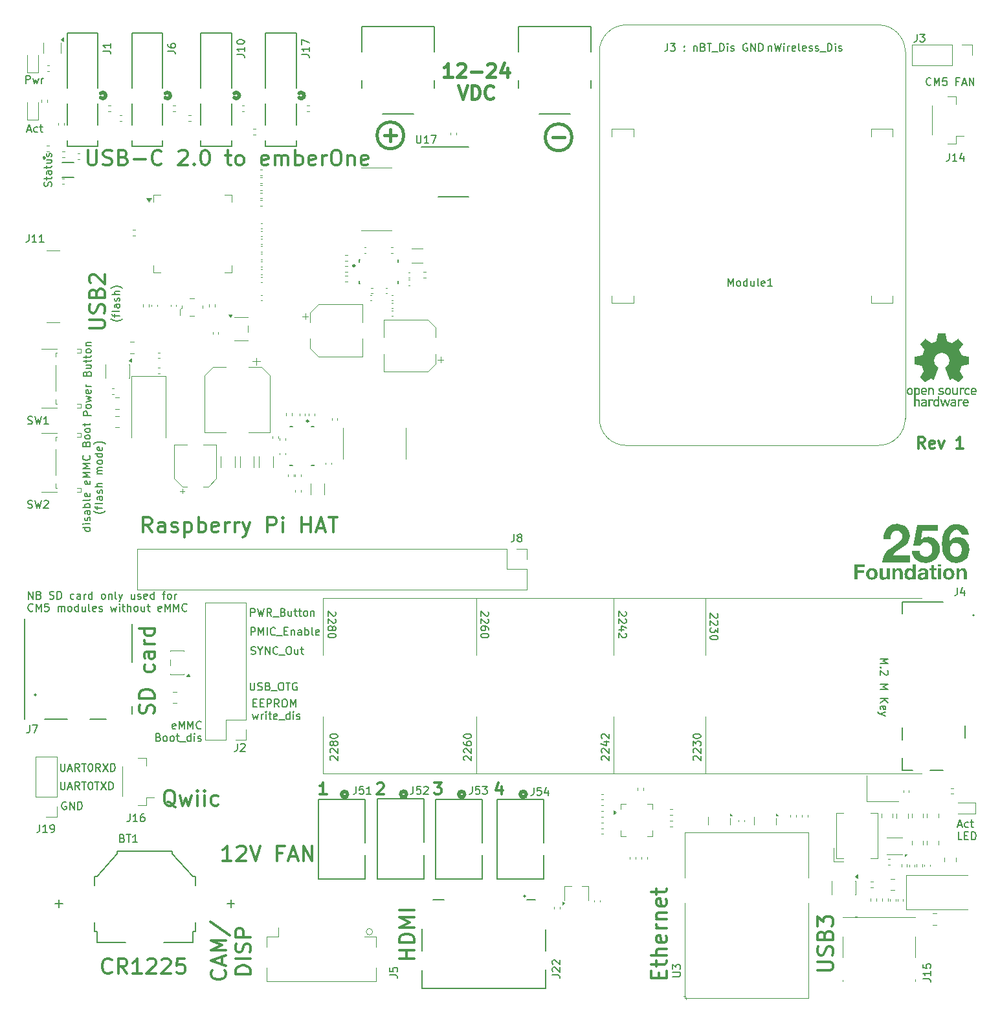
<source format=gto>
G04 #@! TF.GenerationSoftware,KiCad,Pcbnew,9.0.6*
G04 #@! TF.CreationDate,2025-10-31T11:06:38-04:00*
G04 #@! TF.ProjectId,libreboard,6c696272-6562-46f6-9172-642e6b696361,rev?*
G04 #@! TF.SameCoordinates,Original*
G04 #@! TF.FileFunction,Legend,Top*
G04 #@! TF.FilePolarity,Positive*
%FSLAX46Y46*%
G04 Gerber Fmt 4.6, Leading zero omitted, Abs format (unit mm)*
G04 Created by KiCad (PCBNEW 9.0.6) date 2025-10-31 11:06:38*
%MOMM*%
%LPD*%
G01*
G04 APERTURE LIST*
%ADD10C,0.300000*%
%ADD11C,0.000000*%
%ADD12C,0.400000*%
%ADD13C,0.153000*%
%ADD14C,0.375000*%
%ADD15C,0.150000*%
%ADD16C,0.250000*%
%ADD17C,0.152400*%
%ADD18C,0.508000*%
%ADD19C,0.120000*%
%ADD20C,0.127000*%
%ADD21C,0.200000*%
%ADD22C,0.100000*%
%ADD23C,0.264009*%
G04 APERTURE END LIST*
D10*
X129019015Y-202173261D02*
X128923777Y-202268500D01*
X128923777Y-202268500D02*
X128638063Y-202363738D01*
X128638063Y-202363738D02*
X128447587Y-202363738D01*
X128447587Y-202363738D02*
X128161872Y-202268500D01*
X128161872Y-202268500D02*
X127971396Y-202078023D01*
X127971396Y-202078023D02*
X127876158Y-201887547D01*
X127876158Y-201887547D02*
X127780920Y-201506595D01*
X127780920Y-201506595D02*
X127780920Y-201220880D01*
X127780920Y-201220880D02*
X127876158Y-200839928D01*
X127876158Y-200839928D02*
X127971396Y-200649452D01*
X127971396Y-200649452D02*
X128161872Y-200458976D01*
X128161872Y-200458976D02*
X128447587Y-200363738D01*
X128447587Y-200363738D02*
X128638063Y-200363738D01*
X128638063Y-200363738D02*
X128923777Y-200458976D01*
X128923777Y-200458976D02*
X129019015Y-200554214D01*
X131019015Y-202363738D02*
X130352348Y-201411357D01*
X129876158Y-202363738D02*
X129876158Y-200363738D01*
X129876158Y-200363738D02*
X130638063Y-200363738D01*
X130638063Y-200363738D02*
X130828539Y-200458976D01*
X130828539Y-200458976D02*
X130923777Y-200554214D01*
X130923777Y-200554214D02*
X131019015Y-200744690D01*
X131019015Y-200744690D02*
X131019015Y-201030404D01*
X131019015Y-201030404D02*
X130923777Y-201220880D01*
X130923777Y-201220880D02*
X130828539Y-201316119D01*
X130828539Y-201316119D02*
X130638063Y-201411357D01*
X130638063Y-201411357D02*
X129876158Y-201411357D01*
X132923777Y-202363738D02*
X131780920Y-202363738D01*
X132352348Y-202363738D02*
X132352348Y-200363738D01*
X132352348Y-200363738D02*
X132161872Y-200649452D01*
X132161872Y-200649452D02*
X131971396Y-200839928D01*
X131971396Y-200839928D02*
X131780920Y-200935166D01*
X133685682Y-200554214D02*
X133780920Y-200458976D01*
X133780920Y-200458976D02*
X133971396Y-200363738D01*
X133971396Y-200363738D02*
X134447587Y-200363738D01*
X134447587Y-200363738D02*
X134638063Y-200458976D01*
X134638063Y-200458976D02*
X134733301Y-200554214D01*
X134733301Y-200554214D02*
X134828539Y-200744690D01*
X134828539Y-200744690D02*
X134828539Y-200935166D01*
X134828539Y-200935166D02*
X134733301Y-201220880D01*
X134733301Y-201220880D02*
X133590444Y-202363738D01*
X133590444Y-202363738D02*
X134828539Y-202363738D01*
X135590444Y-200554214D02*
X135685682Y-200458976D01*
X135685682Y-200458976D02*
X135876158Y-200363738D01*
X135876158Y-200363738D02*
X136352349Y-200363738D01*
X136352349Y-200363738D02*
X136542825Y-200458976D01*
X136542825Y-200458976D02*
X136638063Y-200554214D01*
X136638063Y-200554214D02*
X136733301Y-200744690D01*
X136733301Y-200744690D02*
X136733301Y-200935166D01*
X136733301Y-200935166D02*
X136638063Y-201220880D01*
X136638063Y-201220880D02*
X135495206Y-202363738D01*
X135495206Y-202363738D02*
X136733301Y-202363738D01*
X138542825Y-200363738D02*
X137590444Y-200363738D01*
X137590444Y-200363738D02*
X137495206Y-201316119D01*
X137495206Y-201316119D02*
X137590444Y-201220880D01*
X137590444Y-201220880D02*
X137780920Y-201125642D01*
X137780920Y-201125642D02*
X138257111Y-201125642D01*
X138257111Y-201125642D02*
X138447587Y-201220880D01*
X138447587Y-201220880D02*
X138542825Y-201316119D01*
X138542825Y-201316119D02*
X138638063Y-201506595D01*
X138638063Y-201506595D02*
X138638063Y-201982785D01*
X138638063Y-201982785D02*
X138542825Y-202173261D01*
X138542825Y-202173261D02*
X138447587Y-202268500D01*
X138447587Y-202268500D02*
X138257111Y-202363738D01*
X138257111Y-202363738D02*
X137780920Y-202363738D01*
X137780920Y-202363738D02*
X137590444Y-202268500D01*
X137590444Y-202268500D02*
X137495206Y-202173261D01*
D11*
G36*
X240158903Y-127205064D02*
G01*
X240172855Y-127206033D01*
X240186523Y-127207627D01*
X240199918Y-127209831D01*
X240213052Y-127212627D01*
X240225934Y-127216000D01*
X240238575Y-127219933D01*
X240250987Y-127224409D01*
X240263180Y-127229413D01*
X240275165Y-127234927D01*
X240286952Y-127240935D01*
X240298553Y-127247422D01*
X240309978Y-127254369D01*
X240321238Y-127261762D01*
X240332344Y-127269583D01*
X240343307Y-127277816D01*
X240204612Y-127442757D01*
X240196325Y-127436658D01*
X240188303Y-127431032D01*
X240180502Y-127425870D01*
X240172877Y-127421158D01*
X240165383Y-127416888D01*
X240157978Y-127413047D01*
X240150617Y-127409624D01*
X240143255Y-127406609D01*
X240135848Y-127403990D01*
X240128353Y-127401756D01*
X240120724Y-127399896D01*
X240112919Y-127398399D01*
X240104892Y-127397254D01*
X240096599Y-127396450D01*
X240087997Y-127395976D01*
X240079041Y-127395821D01*
X240061505Y-127396529D01*
X240044147Y-127398672D01*
X240027100Y-127402277D01*
X240010494Y-127407370D01*
X240002397Y-127410484D01*
X239994461Y-127413980D01*
X239986700Y-127417862D01*
X239979132Y-127422132D01*
X239971773Y-127426796D01*
X239964640Y-127431855D01*
X239957748Y-127437313D01*
X239951115Y-127443174D01*
X239944756Y-127449441D01*
X239938688Y-127456118D01*
X239932928Y-127463207D01*
X239927492Y-127470712D01*
X239922397Y-127478637D01*
X239917658Y-127486985D01*
X239913293Y-127495759D01*
X239909317Y-127504963D01*
X239905748Y-127514600D01*
X239902601Y-127524674D01*
X239899893Y-127535187D01*
X239897641Y-127546144D01*
X239895861Y-127557547D01*
X239894568Y-127569400D01*
X239893781Y-127581706D01*
X239893515Y-127594469D01*
X239893515Y-128166128D01*
X239702433Y-128166128D01*
X239702433Y-127216009D01*
X239893515Y-127216009D01*
X239893515Y-127317186D01*
X239897325Y-127317186D01*
X239908871Y-127303575D01*
X239921016Y-127290841D01*
X239933743Y-127278984D01*
X239947036Y-127268005D01*
X239960878Y-127257903D01*
X239975252Y-127248678D01*
X239990143Y-127240332D01*
X240005533Y-127232863D01*
X240021406Y-127226273D01*
X240037746Y-127220560D01*
X240054535Y-127215726D01*
X240071759Y-127211771D01*
X240089399Y-127208694D01*
X240107440Y-127206496D01*
X240125865Y-127205177D01*
X240144657Y-127204738D01*
X240158903Y-127205064D01*
G37*
G36*
X236284299Y-125704250D02*
G01*
X236298320Y-125705252D01*
X236326482Y-125709248D01*
X236354572Y-125715885D01*
X236382312Y-125725143D01*
X236395965Y-125730750D01*
X236409427Y-125737004D01*
X236422662Y-125743905D01*
X236435637Y-125751449D01*
X236448317Y-125759634D01*
X236460668Y-125768458D01*
X236472653Y-125777919D01*
X236484240Y-125788013D01*
X236495393Y-125798739D01*
X236506077Y-125810094D01*
X236516258Y-125822076D01*
X236525902Y-125834682D01*
X236534973Y-125847911D01*
X236543437Y-125861759D01*
X236551260Y-125876224D01*
X236558406Y-125891305D01*
X236564841Y-125906997D01*
X236570531Y-125923300D01*
X236575440Y-125940211D01*
X236579534Y-125957727D01*
X236582779Y-125975846D01*
X236585140Y-125994566D01*
X236586582Y-126013884D01*
X236587070Y-126033797D01*
X236587070Y-126665305D01*
X236395935Y-126665305D01*
X236395935Y-126099468D01*
X236395701Y-126087499D01*
X236395004Y-126075852D01*
X236393855Y-126064532D01*
X236392264Y-126053543D01*
X236390240Y-126042887D01*
X236387793Y-126032569D01*
X236384935Y-126022593D01*
X236381673Y-126012962D01*
X236378019Y-126003680D01*
X236373983Y-125994751D01*
X236369573Y-125986178D01*
X236364801Y-125977966D01*
X236359676Y-125970118D01*
X236354209Y-125962637D01*
X236348408Y-125955528D01*
X236342284Y-125948795D01*
X236335848Y-125942440D01*
X236329108Y-125936468D01*
X236322075Y-125930883D01*
X236314759Y-125925688D01*
X236307170Y-125920887D01*
X236299318Y-125916484D01*
X236291212Y-125912482D01*
X236282863Y-125908886D01*
X236274281Y-125905699D01*
X236265475Y-125902925D01*
X236256455Y-125900567D01*
X236247232Y-125898629D01*
X236237816Y-125897116D01*
X236228216Y-125896030D01*
X236218442Y-125895376D01*
X236208504Y-125895157D01*
X236198399Y-125895376D01*
X236188467Y-125896030D01*
X236178719Y-125897116D01*
X236169165Y-125898629D01*
X236159814Y-125900567D01*
X236150675Y-125902924D01*
X236141759Y-125905699D01*
X236133075Y-125908886D01*
X236124632Y-125912482D01*
X236116441Y-125916484D01*
X236108510Y-125920887D01*
X236100849Y-125925688D01*
X236093469Y-125930883D01*
X236086378Y-125936468D01*
X236079587Y-125942440D01*
X236073104Y-125948794D01*
X236066939Y-125955528D01*
X236061103Y-125962637D01*
X236055604Y-125970117D01*
X236050453Y-125977965D01*
X236045658Y-125986178D01*
X236041230Y-125994750D01*
X236037178Y-126003679D01*
X236033512Y-126012961D01*
X236030241Y-126022592D01*
X236027375Y-126032569D01*
X236024924Y-126042887D01*
X236022897Y-126053542D01*
X236021303Y-126064532D01*
X236020153Y-126075852D01*
X236019456Y-126087499D01*
X236019221Y-126099468D01*
X236019221Y-126665305D01*
X235828086Y-126665305D01*
X235828086Y-125715186D01*
X236019221Y-125715186D01*
X236019221Y-125816363D01*
X236023031Y-125816363D01*
X236034569Y-125802753D01*
X236046707Y-125790019D01*
X236059430Y-125778162D01*
X236072720Y-125767182D01*
X236086561Y-125757080D01*
X236100935Y-125747856D01*
X236115827Y-125739509D01*
X236131219Y-125732041D01*
X236147095Y-125725450D01*
X236163438Y-125719738D01*
X236180231Y-125714904D01*
X236197458Y-125710948D01*
X236215101Y-125707872D01*
X236233144Y-125705674D01*
X236251571Y-125704355D01*
X236270364Y-125703915D01*
X236284299Y-125704250D01*
G37*
G36*
X234451805Y-125704575D02*
G01*
X234472471Y-125706363D01*
X234492397Y-125709282D01*
X234511586Y-125713283D01*
X234530041Y-125718317D01*
X234547764Y-125724333D01*
X234564759Y-125731283D01*
X234581026Y-125739118D01*
X234596569Y-125747787D01*
X234611390Y-125757241D01*
X234625492Y-125767431D01*
X234638877Y-125778308D01*
X234651548Y-125789821D01*
X234663506Y-125801921D01*
X234674756Y-125814560D01*
X234685298Y-125827687D01*
X234694697Y-125840314D01*
X234703251Y-125853070D01*
X234710993Y-125866215D01*
X234717955Y-125880010D01*
X234721154Y-125887234D01*
X234724171Y-125894717D01*
X234727010Y-125902494D01*
X234729674Y-125910596D01*
X234732168Y-125919057D01*
X234734496Y-125927908D01*
X234738671Y-125946914D01*
X234742231Y-125967876D01*
X234745210Y-125991054D01*
X234747640Y-126016709D01*
X234749555Y-126045102D01*
X234750986Y-126076495D01*
X234751968Y-126111147D01*
X234752533Y-126149321D01*
X234752714Y-126191277D01*
X234751968Y-126270765D01*
X234749555Y-126336335D01*
X234747640Y-126364545D01*
X234745210Y-126390049D01*
X234742231Y-126413103D01*
X234738671Y-126433967D01*
X234734496Y-126452897D01*
X234729674Y-126470151D01*
X234724171Y-126485986D01*
X234717955Y-126500662D01*
X234710993Y-126514434D01*
X234703251Y-126527561D01*
X234694697Y-126540300D01*
X234685298Y-126552910D01*
X234674756Y-126566037D01*
X234663506Y-126578675D01*
X234651548Y-126590776D01*
X234638877Y-126602289D01*
X234625492Y-126613166D01*
X234611390Y-126623356D01*
X234596569Y-126632810D01*
X234581026Y-126641479D01*
X234564758Y-126649313D01*
X234556352Y-126652902D01*
X234547764Y-126656264D01*
X234538994Y-126659392D01*
X234530041Y-126662280D01*
X234520905Y-126664923D01*
X234511586Y-126667314D01*
X234502083Y-126669447D01*
X234492397Y-126671315D01*
X234482526Y-126672913D01*
X234472470Y-126674234D01*
X234462230Y-126675272D01*
X234451805Y-126676022D01*
X234441195Y-126676476D01*
X234430398Y-126676629D01*
X234412361Y-126676107D01*
X234394784Y-126674564D01*
X234377648Y-126672033D01*
X234360929Y-126668547D01*
X234344606Y-126664138D01*
X234328656Y-126658839D01*
X234313058Y-126652684D01*
X234297789Y-126645706D01*
X234282828Y-126637936D01*
X234268153Y-126629409D01*
X234253741Y-126620158D01*
X234239571Y-126610214D01*
X234225620Y-126599612D01*
X234211867Y-126588383D01*
X234198289Y-126576562D01*
X234184865Y-126564181D01*
X234184177Y-127317185D01*
X234196385Y-127303574D01*
X234209109Y-127290840D01*
X234222337Y-127278983D01*
X234236060Y-127268004D01*
X234250266Y-127257902D01*
X234264944Y-127248677D01*
X234280084Y-127240331D01*
X234295673Y-127232862D01*
X234311701Y-127226272D01*
X234328157Y-127220559D01*
X234345030Y-127215725D01*
X234362310Y-127211770D01*
X234379984Y-127208693D01*
X234398042Y-127206495D01*
X234416473Y-127205177D01*
X234435267Y-127204737D01*
X234449202Y-127205071D01*
X234463223Y-127206073D01*
X234477296Y-127207740D01*
X234491385Y-127210069D01*
X234505456Y-127213059D01*
X234519475Y-127216706D01*
X234533406Y-127221008D01*
X234547215Y-127225963D01*
X234560868Y-127231569D01*
X234574330Y-127237823D01*
X234587565Y-127244723D01*
X234600540Y-127252265D01*
X234613220Y-127260449D01*
X234625570Y-127269271D01*
X234637556Y-127278730D01*
X234649143Y-127288822D01*
X234660295Y-127299545D01*
X234670980Y-127310897D01*
X234681161Y-127322876D01*
X234690805Y-127335479D01*
X234699876Y-127348703D01*
X234708340Y-127362547D01*
X234716163Y-127377007D01*
X234723309Y-127392082D01*
X234729744Y-127407769D01*
X234735434Y-127424066D01*
X234740343Y-127440970D01*
X234744437Y-127458478D01*
X234747682Y-127476590D01*
X234750043Y-127495301D01*
X234751485Y-127514610D01*
X234751973Y-127534514D01*
X234751973Y-128166127D01*
X234560838Y-128166127D01*
X234560838Y-127600184D01*
X234560604Y-127588214D01*
X234559907Y-127576568D01*
X234558758Y-127565248D01*
X234557166Y-127554258D01*
X234555143Y-127543602D01*
X234552696Y-127533285D01*
X234549838Y-127523308D01*
X234546576Y-127513677D01*
X234542922Y-127504395D01*
X234538886Y-127495466D01*
X234534476Y-127486894D01*
X234529704Y-127478681D01*
X234524579Y-127470833D01*
X234519111Y-127463353D01*
X234513311Y-127456244D01*
X234507187Y-127449510D01*
X234500751Y-127443156D01*
X234494011Y-127437184D01*
X234486978Y-127431599D01*
X234479662Y-127426404D01*
X234472073Y-127421603D01*
X234464221Y-127417200D01*
X234456115Y-127413199D01*
X234447766Y-127409602D01*
X234439183Y-127406415D01*
X234430378Y-127403641D01*
X234421358Y-127401283D01*
X234412135Y-127399345D01*
X234402719Y-127397832D01*
X234393119Y-127396746D01*
X234383345Y-127396092D01*
X234373407Y-127395873D01*
X234363302Y-127396092D01*
X234353370Y-127396746D01*
X234343623Y-127397832D01*
X234334070Y-127399345D01*
X234324720Y-127401283D01*
X234315583Y-127403641D01*
X234306669Y-127406415D01*
X234297986Y-127409603D01*
X234289545Y-127413199D01*
X234281356Y-127417200D01*
X234273427Y-127421603D01*
X234265769Y-127426404D01*
X234258391Y-127431599D01*
X234251303Y-127437184D01*
X234244514Y-127443156D01*
X234238033Y-127449511D01*
X234231871Y-127456244D01*
X234226037Y-127463353D01*
X234220541Y-127470834D01*
X234215392Y-127478682D01*
X234210600Y-127486894D01*
X234206174Y-127495467D01*
X234202124Y-127504396D01*
X234198460Y-127513678D01*
X234195191Y-127523309D01*
X234192326Y-127533285D01*
X234189876Y-127543603D01*
X234187850Y-127554258D01*
X234186258Y-127565248D01*
X234185108Y-127576568D01*
X234184412Y-127588214D01*
X234184177Y-127600184D01*
X234184177Y-128166128D01*
X233992990Y-128166128D01*
X233992990Y-126191224D01*
X234184865Y-126191224D01*
X234185616Y-126243157D01*
X234186903Y-126269196D01*
X234189111Y-126294935D01*
X234192472Y-126320113D01*
X234197219Y-126344469D01*
X234203586Y-126367744D01*
X234207450Y-126378894D01*
X234211807Y-126389675D01*
X234216685Y-126400056D01*
X234222114Y-126410003D01*
X234228123Y-126419485D01*
X234234741Y-126428467D01*
X234241997Y-126436918D01*
X234249922Y-126444805D01*
X234258542Y-126452096D01*
X234267889Y-126458758D01*
X234277991Y-126464758D01*
X234288877Y-126470064D01*
X234300576Y-126474643D01*
X234313119Y-126478462D01*
X234326532Y-126481490D01*
X234340847Y-126483693D01*
X234356092Y-126485038D01*
X234372296Y-126485494D01*
X234388669Y-126485065D01*
X234404071Y-126483795D01*
X234418534Y-126481712D01*
X234432085Y-126478844D01*
X234444756Y-126475218D01*
X234456574Y-126470862D01*
X234467570Y-126465803D01*
X234477774Y-126460068D01*
X234487214Y-126453685D01*
X234495921Y-126446681D01*
X234503924Y-126439085D01*
X234511251Y-126430922D01*
X234517934Y-126422222D01*
X234524001Y-126413011D01*
X234529482Y-126403317D01*
X234534406Y-126393168D01*
X234538804Y-126382590D01*
X234542703Y-126371611D01*
X234546135Y-126360259D01*
X234549128Y-126348562D01*
X234551712Y-126336546D01*
X234553916Y-126324239D01*
X234557304Y-126298863D01*
X234559529Y-126272654D01*
X234560825Y-126245831D01*
X234561430Y-126218614D01*
X234561579Y-126191224D01*
X234560825Y-126135975D01*
X234559529Y-126108896D01*
X234557304Y-126082470D01*
X234553916Y-126056912D01*
X234549128Y-126032440D01*
X234542703Y-126009271D01*
X234538804Y-125998242D01*
X234534406Y-125987621D01*
X234529482Y-125977433D01*
X234524001Y-125967706D01*
X234517934Y-125958467D01*
X234511251Y-125949744D01*
X234503924Y-125941563D01*
X234495921Y-125933951D01*
X234487214Y-125926935D01*
X234477774Y-125920543D01*
X234467570Y-125914802D01*
X234456574Y-125909738D01*
X234444756Y-125905379D01*
X234432085Y-125901752D01*
X234418534Y-125898883D01*
X234404071Y-125896801D01*
X234388669Y-125895532D01*
X234372296Y-125895103D01*
X234356097Y-125895558D01*
X234340856Y-125896904D01*
X234326545Y-125899108D01*
X234313134Y-125902138D01*
X234300594Y-125905961D01*
X234288897Y-125910545D01*
X234278012Y-125915858D01*
X234267911Y-125921868D01*
X234258565Y-125928542D01*
X234249945Y-125935848D01*
X234242021Y-125943754D01*
X234234764Y-125952228D01*
X234228145Y-125961237D01*
X234222136Y-125970749D01*
X234216706Y-125980732D01*
X234211826Y-125991153D01*
X234207469Y-126001981D01*
X234203603Y-126013183D01*
X234200201Y-126024727D01*
X234197233Y-126036580D01*
X234194670Y-126048711D01*
X234192482Y-126061086D01*
X234189119Y-126086444D01*
X234186908Y-126112394D01*
X234185618Y-126138680D01*
X234185015Y-126165042D01*
X234184865Y-126191224D01*
X233992990Y-126191224D01*
X233992990Y-125715239D01*
X234184865Y-125715239D01*
X234184865Y-125814564D01*
X234196441Y-125802508D01*
X234208646Y-125790972D01*
X234221455Y-125779991D01*
X234234838Y-125769601D01*
X234248770Y-125759837D01*
X234263223Y-125750735D01*
X234278170Y-125742330D01*
X234293583Y-125734659D01*
X234309434Y-125727757D01*
X234325698Y-125721660D01*
X234342346Y-125716402D01*
X234359351Y-125712021D01*
X234376687Y-125708551D01*
X234394324Y-125706029D01*
X234412237Y-125704489D01*
X234430399Y-125703968D01*
X234451805Y-125704575D01*
G37*
G36*
X238054090Y-118599850D02*
G01*
X238056104Y-118600000D01*
X238058109Y-118600247D01*
X238060100Y-118600587D01*
X238062076Y-118601020D01*
X238064032Y-118601542D01*
X238065967Y-118602150D01*
X238067877Y-118602844D01*
X238069759Y-118603619D01*
X238071610Y-118604473D01*
X238073427Y-118605405D01*
X238075207Y-118606411D01*
X238076948Y-118607489D01*
X238078645Y-118608637D01*
X238080297Y-118609851D01*
X238081900Y-118611131D01*
X238083451Y-118612472D01*
X238084948Y-118613874D01*
X238086386Y-118615332D01*
X238087764Y-118616845D01*
X238089078Y-118618411D01*
X238090326Y-118620026D01*
X238091504Y-118621689D01*
X238092609Y-118623397D01*
X238093638Y-118625147D01*
X238094589Y-118626937D01*
X238095459Y-118628764D01*
X238096243Y-118630626D01*
X238096940Y-118632521D01*
X238097547Y-118634446D01*
X238098060Y-118636399D01*
X238098476Y-118638376D01*
X238265958Y-119538118D01*
X238266381Y-119540112D01*
X238266895Y-119542112D01*
X238268182Y-119546120D01*
X238269798Y-119550115D01*
X238271720Y-119554072D01*
X238273924Y-119557964D01*
X238276390Y-119561764D01*
X238279093Y-119565448D01*
X238282011Y-119568989D01*
X238285123Y-119572360D01*
X238288404Y-119575536D01*
X238291834Y-119578490D01*
X238295388Y-119581197D01*
X238299046Y-119583629D01*
X238302783Y-119585762D01*
X238304675Y-119586708D01*
X238306578Y-119587569D01*
X238308490Y-119588342D01*
X238310408Y-119589024D01*
X238913446Y-119835880D01*
X238917192Y-119837530D01*
X238921165Y-119838907D01*
X238925330Y-119840016D01*
X238929652Y-119840857D01*
X238934096Y-119841434D01*
X238938626Y-119841749D01*
X238943209Y-119841804D01*
X238947808Y-119841602D01*
X238952390Y-119841145D01*
X238956918Y-119840436D01*
X238961359Y-119839476D01*
X238965677Y-119838269D01*
X238969837Y-119836817D01*
X238973804Y-119835121D01*
X238977543Y-119833186D01*
X238981020Y-119831012D01*
X239732701Y-119315180D01*
X239734394Y-119314077D01*
X239736138Y-119313060D01*
X239737927Y-119312129D01*
X239739760Y-119311282D01*
X239741630Y-119310521D01*
X239743536Y-119309843D01*
X239745472Y-119309250D01*
X239747436Y-119308741D01*
X239749423Y-119308315D01*
X239751430Y-119307972D01*
X239755486Y-119307534D01*
X239759574Y-119307424D01*
X239763664Y-119307640D01*
X239767725Y-119308178D01*
X239771726Y-119309035D01*
X239775637Y-119310209D01*
X239777548Y-119310914D01*
X239779426Y-119311698D01*
X239781266Y-119312559D01*
X239783064Y-119313498D01*
X239784817Y-119314513D01*
X239786520Y-119315606D01*
X239788170Y-119316775D01*
X239789763Y-119318020D01*
X239791295Y-119319340D01*
X239792762Y-119320737D01*
X240425804Y-119953779D01*
X240427200Y-119955246D01*
X240428520Y-119956779D01*
X240429764Y-119958372D01*
X240430931Y-119960023D01*
X240432021Y-119961727D01*
X240433034Y-119963481D01*
X240434828Y-119967123D01*
X240436310Y-119970916D01*
X240437478Y-119974831D01*
X240438329Y-119978837D01*
X240438861Y-119982903D01*
X240439072Y-119986997D01*
X240438960Y-119991091D01*
X240438522Y-119995151D01*
X240437755Y-119999149D01*
X240436658Y-120003053D01*
X240435985Y-120004959D01*
X240435228Y-120006831D01*
X240434387Y-120008664D01*
X240433463Y-120010455D01*
X240432454Y-120012199D01*
X240431360Y-120013892D01*
X239924524Y-120752609D01*
X239922344Y-120756100D01*
X239920409Y-120759846D01*
X239918722Y-120763811D01*
X239917284Y-120767962D01*
X239916098Y-120772264D01*
X239915166Y-120776684D01*
X239914490Y-120781188D01*
X239914073Y-120785741D01*
X239913916Y-120790310D01*
X239914021Y-120794860D01*
X239914391Y-120799357D01*
X239915028Y-120803768D01*
X239915935Y-120808059D01*
X239917112Y-120812194D01*
X239918564Y-120816141D01*
X239920290Y-120819866D01*
X240186938Y-121441954D01*
X240188461Y-121445774D01*
X240190333Y-121449559D01*
X240192529Y-121453286D01*
X240195020Y-121456934D01*
X240197782Y-121460478D01*
X240200788Y-121463898D01*
X240204010Y-121467170D01*
X240207424Y-121470271D01*
X240211002Y-121473180D01*
X240214717Y-121475873D01*
X240218544Y-121478328D01*
X240222456Y-121480523D01*
X240226427Y-121482434D01*
X240230430Y-121484040D01*
X240234438Y-121485318D01*
X240238426Y-121486245D01*
X241108323Y-121648011D01*
X241110296Y-121648437D01*
X241112244Y-121648959D01*
X241114164Y-121649573D01*
X241116055Y-121650277D01*
X241117914Y-121651068D01*
X241119738Y-121651943D01*
X241121524Y-121652899D01*
X241123271Y-121653932D01*
X241126635Y-121656222D01*
X241129811Y-121658789D01*
X241132777Y-121661610D01*
X241135515Y-121664660D01*
X241138005Y-121667917D01*
X241140225Y-121671357D01*
X241142157Y-121674957D01*
X241143009Y-121676809D01*
X241143781Y-121678692D01*
X241144471Y-121680604D01*
X241145077Y-121682540D01*
X241145595Y-121684499D01*
X241146024Y-121686477D01*
X241146360Y-121688472D01*
X241146603Y-121690480D01*
X241146748Y-121692499D01*
X241146793Y-121694525D01*
X241146687Y-122589822D01*
X241146637Y-122591844D01*
X241146487Y-122593859D01*
X241146240Y-122595865D01*
X241145898Y-122597859D01*
X241145464Y-122599836D01*
X241144941Y-122601796D01*
X241144331Y-122603733D01*
X241143636Y-122605646D01*
X241142860Y-122607532D01*
X241142004Y-122609387D01*
X241141070Y-122611207D01*
X241140063Y-122612992D01*
X241138983Y-122614736D01*
X241137834Y-122616438D01*
X241136618Y-122618093D01*
X241135337Y-122619700D01*
X241133994Y-122621255D01*
X241132592Y-122622755D01*
X241131133Y-122624197D01*
X241129619Y-122625577D01*
X241128053Y-122626894D01*
X241126438Y-122628144D01*
X241124775Y-122629323D01*
X241123069Y-122630430D01*
X241121320Y-122631460D01*
X241119531Y-122632411D01*
X241117706Y-122633279D01*
X241115846Y-122634063D01*
X241113954Y-122634758D01*
X241112033Y-122635361D01*
X241110085Y-122635871D01*
X241108112Y-122636283D01*
X240259593Y-122794186D01*
X240257595Y-122794595D01*
X240255593Y-122795097D01*
X240253590Y-122795689D01*
X240251589Y-122796368D01*
X240247607Y-122797973D01*
X240243670Y-122799891D01*
X240239805Y-122802098D01*
X240236037Y-122804571D01*
X240232392Y-122807286D01*
X240228894Y-122810220D01*
X240225569Y-122813350D01*
X240222442Y-122816653D01*
X240219539Y-122820106D01*
X240216886Y-122823684D01*
X240214506Y-122827366D01*
X240212427Y-122831127D01*
X240210672Y-122834944D01*
X240209925Y-122836867D01*
X240209268Y-122838795D01*
X239944368Y-123500518D01*
X239942729Y-123504281D01*
X239941363Y-123508268D01*
X239940267Y-123512442D01*
X239939437Y-123516769D01*
X239938873Y-123521215D01*
X239938570Y-123525745D01*
X239938526Y-123530325D01*
X239938739Y-123534920D01*
X239939205Y-123539496D01*
X239939922Y-123544018D01*
X239940887Y-123548452D01*
X239942098Y-123552764D01*
X239943552Y-123556918D01*
X239945245Y-123560880D01*
X239947176Y-123564617D01*
X239949342Y-123568092D01*
X240431359Y-124270455D01*
X240432462Y-124272149D01*
X240433479Y-124273893D01*
X240434411Y-124275684D01*
X240435257Y-124277518D01*
X240436019Y-124279391D01*
X240436696Y-124281300D01*
X240437289Y-124283239D01*
X240437798Y-124285207D01*
X240438224Y-124287198D01*
X240438567Y-124289208D01*
X240439005Y-124293273D01*
X240439115Y-124297371D01*
X240438900Y-124301471D01*
X240438362Y-124305542D01*
X240437505Y-124309552D01*
X240436330Y-124313472D01*
X240435625Y-124315388D01*
X240434842Y-124317269D01*
X240433981Y-124319113D01*
X240433042Y-124320914D01*
X240432027Y-124322669D01*
X240430934Y-124324375D01*
X240429765Y-124326027D01*
X240428520Y-124327621D01*
X240427200Y-124329154D01*
X240425803Y-124330622D01*
X239792655Y-124963663D01*
X239791197Y-124965050D01*
X239789673Y-124966362D01*
X239788087Y-124967598D01*
X239786443Y-124968760D01*
X239784745Y-124969845D01*
X239782997Y-124970854D01*
X239779364Y-124972643D01*
X239775577Y-124974123D01*
X239771666Y-124975291D01*
X239767662Y-124976145D01*
X239763597Y-124976681D01*
X239759502Y-124976898D01*
X239755407Y-124976791D01*
X239751345Y-124976360D01*
X239747345Y-124975600D01*
X239743439Y-124974508D01*
X239741531Y-124973838D01*
X239739658Y-124973083D01*
X239737824Y-124972244D01*
X239736033Y-124971321D01*
X239734289Y-124970313D01*
X239732595Y-124969220D01*
X239042614Y-124495669D01*
X239039146Y-124493510D01*
X239035431Y-124491616D01*
X239031504Y-124489990D01*
X239027398Y-124488631D01*
X239023146Y-124487539D01*
X239018783Y-124486717D01*
X239014343Y-124486163D01*
X239009859Y-124485879D01*
X239005365Y-124485866D01*
X239000895Y-124486123D01*
X238996483Y-124486652D01*
X238992162Y-124487454D01*
X238987966Y-124488528D01*
X238983929Y-124489875D01*
X238980086Y-124491497D01*
X238976469Y-124493394D01*
X238672198Y-124655847D01*
X238670378Y-124656713D01*
X238668544Y-124657473D01*
X238666698Y-124658130D01*
X238664842Y-124658685D01*
X238662981Y-124659139D01*
X238661118Y-124659493D01*
X238659256Y-124659748D01*
X238657397Y-124659906D01*
X238655545Y-124659967D01*
X238653704Y-124659933D01*
X238651876Y-124659804D01*
X238650064Y-124659583D01*
X238648273Y-124659270D01*
X238646504Y-124658867D01*
X238644761Y-124658374D01*
X238643047Y-124657792D01*
X238641366Y-124657124D01*
X238639721Y-124656369D01*
X238638114Y-124655530D01*
X238636549Y-124654607D01*
X238635029Y-124653602D01*
X238633557Y-124652515D01*
X238632137Y-124651349D01*
X238630772Y-124650103D01*
X238629464Y-124648779D01*
X238628217Y-124647379D01*
X238627034Y-124645903D01*
X238625918Y-124644353D01*
X238624873Y-124642730D01*
X238623901Y-124641035D01*
X238623007Y-124639269D01*
X238622192Y-124637433D01*
X237994864Y-123121476D01*
X237994139Y-123119590D01*
X237993510Y-123117676D01*
X237992975Y-123115736D01*
X237992535Y-123113775D01*
X237992186Y-123111797D01*
X237991929Y-123109804D01*
X237991762Y-123107800D01*
X237991684Y-123105789D01*
X237991694Y-123103775D01*
X237991790Y-123101762D01*
X237991971Y-123099752D01*
X237992236Y-123097749D01*
X237992583Y-123095757D01*
X237993012Y-123093780D01*
X237993522Y-123091822D01*
X237994110Y-123089885D01*
X237994776Y-123087973D01*
X237995519Y-123086091D01*
X237996338Y-123084241D01*
X237997230Y-123082427D01*
X237998195Y-123080653D01*
X237999232Y-123078923D01*
X238000340Y-123077240D01*
X238001517Y-123075607D01*
X238002762Y-123074029D01*
X238004074Y-123072508D01*
X238005451Y-123071049D01*
X238006893Y-123069655D01*
X238008398Y-123068330D01*
X238009965Y-123067077D01*
X238011592Y-123065900D01*
X238013279Y-123064802D01*
X238089426Y-123018183D01*
X238094907Y-123014692D01*
X238100759Y-123010708D01*
X238106871Y-123006318D01*
X238113133Y-123001607D01*
X238119435Y-122996663D01*
X238125666Y-122991572D01*
X238131716Y-122986422D01*
X238137475Y-122981300D01*
X238187883Y-122946797D01*
X238235990Y-122909334D01*
X238281666Y-122869044D01*
X238324778Y-122826055D01*
X238365197Y-122780500D01*
X238402789Y-122732508D01*
X238437424Y-122682209D01*
X238468971Y-122629735D01*
X238497299Y-122575215D01*
X238522275Y-122518781D01*
X238543769Y-122460563D01*
X238561650Y-122400692D01*
X238575786Y-122339297D01*
X238586045Y-122276510D01*
X238592297Y-122212461D01*
X238594410Y-122147280D01*
X238593122Y-122096328D01*
X238589299Y-122046044D01*
X238583002Y-121996492D01*
X238574295Y-121947733D01*
X238563240Y-121899829D01*
X238549898Y-121852844D01*
X238534332Y-121806838D01*
X238516604Y-121761875D01*
X238496776Y-121718016D01*
X238474912Y-121675324D01*
X238451071Y-121633861D01*
X238425318Y-121593688D01*
X238397714Y-121554869D01*
X238368322Y-121517465D01*
X238337203Y-121481539D01*
X238304420Y-121447153D01*
X238270036Y-121414369D01*
X238234111Y-121383249D01*
X238196709Y-121353856D01*
X238157892Y-121326251D01*
X238117721Y-121300498D01*
X238076260Y-121276657D01*
X238033570Y-121254792D01*
X237989714Y-121234964D01*
X237944754Y-121217236D01*
X237898751Y-121201670D01*
X237851769Y-121188328D01*
X237803870Y-121177272D01*
X237755115Y-121168565D01*
X237705566Y-121162268D01*
X237655287Y-121158445D01*
X237604340Y-121157157D01*
X237553392Y-121158445D01*
X237503112Y-121162268D01*
X237453563Y-121168565D01*
X237404807Y-121177272D01*
X237356906Y-121188328D01*
X237309923Y-121201670D01*
X237263919Y-121217236D01*
X237218957Y-121234964D01*
X237175098Y-121254792D01*
X237132407Y-121276657D01*
X237090943Y-121300498D01*
X237050771Y-121326251D01*
X237011951Y-121353856D01*
X236974547Y-121383249D01*
X236938620Y-121414369D01*
X236904232Y-121447153D01*
X236871447Y-121481539D01*
X236840326Y-121517465D01*
X236810931Y-121554869D01*
X236783325Y-121593688D01*
X236757569Y-121633861D01*
X236733727Y-121675324D01*
X236711860Y-121718016D01*
X236692031Y-121761875D01*
X236674301Y-121806838D01*
X236658734Y-121852844D01*
X236645390Y-121899829D01*
X236634333Y-121947733D01*
X236625625Y-121996492D01*
X236619328Y-122046044D01*
X236615504Y-122096328D01*
X236614216Y-122147280D01*
X236614747Y-122180004D01*
X236616330Y-122212461D01*
X236618947Y-122244635D01*
X236622583Y-122276510D01*
X236627221Y-122308069D01*
X236632845Y-122339297D01*
X236639438Y-122370177D01*
X236646984Y-122400692D01*
X236655466Y-122430826D01*
X236664868Y-122460563D01*
X236675173Y-122489887D01*
X236686365Y-122518781D01*
X236698428Y-122547230D01*
X236711345Y-122575215D01*
X236739675Y-122629735D01*
X236771224Y-122682209D01*
X236805861Y-122732508D01*
X236843453Y-122780500D01*
X236883870Y-122826056D01*
X236926980Y-122869044D01*
X236972651Y-122909334D01*
X237020752Y-122946797D01*
X237071151Y-122981300D01*
X237076943Y-122986422D01*
X237083014Y-122991572D01*
X237089258Y-122996663D01*
X237095566Y-123001606D01*
X237101833Y-123006317D01*
X237107949Y-123010708D01*
X237113810Y-123014692D01*
X237119306Y-123018183D01*
X237195453Y-123064802D01*
X237197150Y-123065900D01*
X237198786Y-123067077D01*
X237200360Y-123068330D01*
X237201872Y-123069655D01*
X237203320Y-123071049D01*
X237204703Y-123072508D01*
X237207267Y-123075607D01*
X237209557Y-123078923D01*
X237211563Y-123082427D01*
X237213274Y-123086091D01*
X237214682Y-123089885D01*
X237215776Y-123093780D01*
X237216548Y-123097749D01*
X237216987Y-123101762D01*
X237217085Y-123105789D01*
X237216832Y-123109804D01*
X237216570Y-123111797D01*
X237216217Y-123113775D01*
X237215772Y-123115736D01*
X237215233Y-123117676D01*
X237214598Y-123119590D01*
X237213868Y-123121476D01*
X236586488Y-124637380D01*
X236585673Y-124639216D01*
X236584778Y-124640983D01*
X236583806Y-124642679D01*
X236582760Y-124644303D01*
X236581643Y-124645854D01*
X236580459Y-124647331D01*
X236579210Y-124648733D01*
X236577901Y-124650058D01*
X236576534Y-124651305D01*
X236575112Y-124652474D01*
X236573639Y-124653562D01*
X236572117Y-124654569D01*
X236570551Y-124655493D01*
X236568942Y-124656334D01*
X236567295Y-124657090D01*
X236565613Y-124657760D01*
X236563898Y-124658342D01*
X236562154Y-124658836D01*
X236560385Y-124659240D01*
X236558592Y-124659554D01*
X236556780Y-124659775D01*
X236554953Y-124659904D01*
X236553111Y-124659937D01*
X236551261Y-124659875D01*
X236549403Y-124659717D01*
X236547542Y-124659460D01*
X236545681Y-124659104D01*
X236543822Y-124658648D01*
X236541970Y-124658090D01*
X236540127Y-124657430D01*
X236538297Y-124656665D01*
X236536482Y-124655795D01*
X236232211Y-124493341D01*
X236228603Y-124491445D01*
X236224766Y-124489825D01*
X236220733Y-124488480D01*
X236216540Y-124487408D01*
X236212221Y-124486610D01*
X236207808Y-124486085D01*
X236203337Y-124485830D01*
X236198841Y-124485847D01*
X236194354Y-124486133D01*
X236189910Y-124486688D01*
X236185544Y-124487510D01*
X236181290Y-124488601D01*
X236177180Y-124489957D01*
X236173251Y-124491579D01*
X236169534Y-124493466D01*
X236166065Y-124495616D01*
X235476138Y-124969168D01*
X235474440Y-124970261D01*
X235472691Y-124971269D01*
X235470897Y-124972192D01*
X235469060Y-124973031D01*
X235467184Y-124973785D01*
X235465274Y-124974456D01*
X235463333Y-124975043D01*
X235461365Y-124975547D01*
X235459374Y-124975968D01*
X235457363Y-124976307D01*
X235453299Y-124976739D01*
X235449204Y-124976845D01*
X235445109Y-124976629D01*
X235441044Y-124976092D01*
X235437040Y-124975238D01*
X235433128Y-124974070D01*
X235431216Y-124973369D01*
X235429339Y-124972590D01*
X235427500Y-124971735D01*
X235425703Y-124970802D01*
X235423952Y-124969793D01*
X235422252Y-124968707D01*
X235420605Y-124967546D01*
X235419015Y-124966309D01*
X235417487Y-124964998D01*
X235416024Y-124963611D01*
X234782876Y-124330569D01*
X234781485Y-124329101D01*
X234780169Y-124327568D01*
X234778928Y-124325974D01*
X234777763Y-124324322D01*
X234776674Y-124322617D01*
X234775662Y-124320861D01*
X234773867Y-124317217D01*
X234772383Y-124313419D01*
X234771212Y-124309500D01*
X234770357Y-124305489D01*
X234769819Y-124301419D01*
X234769603Y-124297319D01*
X234769712Y-124293221D01*
X234770146Y-124289156D01*
X234770911Y-124285154D01*
X234772008Y-124281247D01*
X234772682Y-124279339D01*
X234773440Y-124277466D01*
X234774282Y-124275632D01*
X234775210Y-124273841D01*
X234776222Y-124272096D01*
X234777320Y-124270403D01*
X235259285Y-123568040D01*
X235261469Y-123564564D01*
X235263414Y-123560828D01*
X235265120Y-123556865D01*
X235266582Y-123552711D01*
X235267799Y-123548400D01*
X235268768Y-123543966D01*
X235269488Y-123539444D01*
X235269955Y-123534868D01*
X235270167Y-123530272D01*
X235270121Y-123525692D01*
X235269816Y-123521162D01*
X235269249Y-123516716D01*
X235268418Y-123512389D01*
X235267319Y-123508215D01*
X235265952Y-123504229D01*
X235264312Y-123500465D01*
X234999411Y-122838742D01*
X234998759Y-122836814D01*
X234998015Y-122834892D01*
X234996264Y-122831074D01*
X234994184Y-122827313D01*
X234991801Y-122823631D01*
X234989141Y-122820053D01*
X234986230Y-122816600D01*
X234983094Y-122813298D01*
X234979760Y-122810167D01*
X234976252Y-122807233D01*
X234972597Y-122804518D01*
X234968821Y-122802046D01*
X234964950Y-122799839D01*
X234961010Y-122797921D01*
X234957027Y-122796315D01*
X234953026Y-122795045D01*
X234951028Y-122794543D01*
X234949035Y-122794134D01*
X234100516Y-122636230D01*
X234098538Y-122635818D01*
X234096586Y-122635309D01*
X234094661Y-122634705D01*
X234092766Y-122634010D01*
X234090904Y-122633227D01*
X234089076Y-122632358D01*
X234087287Y-122631407D01*
X234085537Y-122630377D01*
X234083829Y-122629271D01*
X234082166Y-122628091D01*
X234078985Y-122625525D01*
X234076014Y-122622702D01*
X234073271Y-122619647D01*
X234070776Y-122616385D01*
X234068551Y-122612939D01*
X234066613Y-122609334D01*
X234064983Y-122605594D01*
X234064290Y-122603681D01*
X234063682Y-122601743D01*
X234063160Y-122599784D01*
X234062727Y-122597806D01*
X234062386Y-122595812D01*
X234062140Y-122593807D01*
X234061990Y-122591791D01*
X234061940Y-122589769D01*
X234061887Y-121694472D01*
X234061937Y-121692451D01*
X234062086Y-121690437D01*
X234062332Y-121688433D01*
X234062672Y-121686442D01*
X234063103Y-121684468D01*
X234063624Y-121682512D01*
X234064231Y-121680579D01*
X234064923Y-121678670D01*
X234065697Y-121676789D01*
X234066549Y-121674940D01*
X234067479Y-121673124D01*
X234068484Y-121671344D01*
X234069560Y-121669605D01*
X234070706Y-121667908D01*
X234071920Y-121666257D01*
X234073198Y-121664654D01*
X234074538Y-121663102D01*
X234075939Y-121661605D01*
X234077396Y-121660166D01*
X234078909Y-121658787D01*
X234080475Y-121657471D01*
X234082090Y-121656221D01*
X234083753Y-121655040D01*
X234085461Y-121653932D01*
X234087212Y-121652898D01*
X234089004Y-121651942D01*
X234090833Y-121651068D01*
X234092698Y-121650277D01*
X234094596Y-121649573D01*
X234096524Y-121648959D01*
X234098481Y-121648437D01*
X234100463Y-121648011D01*
X234970307Y-121486245D01*
X234972307Y-121485827D01*
X234974313Y-121485318D01*
X234978336Y-121484040D01*
X234982351Y-121482434D01*
X234986330Y-121480523D01*
X234990247Y-121478328D01*
X234994077Y-121475873D01*
X234997793Y-121473180D01*
X235001369Y-121470271D01*
X235004779Y-121467170D01*
X235007997Y-121463898D01*
X235010996Y-121460478D01*
X235013750Y-121456934D01*
X235016233Y-121453286D01*
X235018419Y-121449559D01*
X235020282Y-121445774D01*
X235021084Y-121443867D01*
X235021795Y-121441954D01*
X235288495Y-120819866D01*
X235290213Y-120816141D01*
X235291656Y-120812194D01*
X235292827Y-120808059D01*
X235293728Y-120803768D01*
X235294362Y-120799357D01*
X235294730Y-120794860D01*
X235294836Y-120790310D01*
X235294680Y-120785741D01*
X235294266Y-120781188D01*
X235293595Y-120776684D01*
X235292671Y-120772264D01*
X235291494Y-120767962D01*
X235290068Y-120763811D01*
X235288395Y-120759846D01*
X235286476Y-120756100D01*
X235284315Y-120752609D01*
X234777426Y-120013892D01*
X234776323Y-120012199D01*
X234775307Y-120010455D01*
X234774376Y-120008664D01*
X234773530Y-120006831D01*
X234772770Y-120004959D01*
X234772094Y-120003053D01*
X234771502Y-120001114D01*
X234770994Y-119999149D01*
X234770570Y-119997160D01*
X234770229Y-119995151D01*
X234769794Y-119991091D01*
X234769687Y-119986997D01*
X234769905Y-119982903D01*
X234770445Y-119978837D01*
X234771304Y-119974831D01*
X234772479Y-119970916D01*
X234773183Y-119969002D01*
X234773966Y-119967123D01*
X234774826Y-119965281D01*
X234775763Y-119963481D01*
X234776777Y-119961727D01*
X234777867Y-119960023D01*
X234779033Y-119958372D01*
X234780274Y-119956779D01*
X234781591Y-119955246D01*
X234782982Y-119953779D01*
X235416078Y-119320737D01*
X235417540Y-119319341D01*
X235419068Y-119318020D01*
X235420658Y-119316775D01*
X235422305Y-119315606D01*
X235424006Y-119314513D01*
X235425756Y-119313498D01*
X235429392Y-119311698D01*
X235433181Y-119310209D01*
X235437093Y-119309035D01*
X235441097Y-119308178D01*
X235445162Y-119307640D01*
X235449257Y-119307425D01*
X235453352Y-119307534D01*
X235457416Y-119307972D01*
X235461418Y-119308741D01*
X235465327Y-119309844D01*
X235467238Y-119310521D01*
X235469113Y-119311282D01*
X235470950Y-119312129D01*
X235472745Y-119313060D01*
X235474493Y-119314078D01*
X235476191Y-119315180D01*
X236227819Y-119831012D01*
X236231287Y-119833186D01*
X236235018Y-119835122D01*
X236238979Y-119836817D01*
X236243133Y-119838269D01*
X236247446Y-119839476D01*
X236251884Y-119840436D01*
X236256411Y-119841145D01*
X236260991Y-119841602D01*
X236265591Y-119841804D01*
X236270176Y-119841749D01*
X236274709Y-119841434D01*
X236279157Y-119840857D01*
X236283485Y-119840016D01*
X236287657Y-119838907D01*
X236291638Y-119837530D01*
X236295394Y-119835880D01*
X236898485Y-119589024D01*
X236902324Y-119587569D01*
X236906125Y-119585762D01*
X236909867Y-119583629D01*
X236913527Y-119581197D01*
X236917082Y-119578490D01*
X236920511Y-119575536D01*
X236923792Y-119572360D01*
X236926901Y-119568989D01*
X236929817Y-119565448D01*
X236932517Y-119561764D01*
X236934979Y-119557964D01*
X236937180Y-119554072D01*
X236939099Y-119550115D01*
X236940712Y-119546120D01*
X236941999Y-119542112D01*
X236942935Y-119538118D01*
X237110363Y-118638376D01*
X237110780Y-118636399D01*
X237111293Y-118634446D01*
X237111899Y-118632521D01*
X237112596Y-118630626D01*
X237113381Y-118628764D01*
X237114250Y-118626937D01*
X237115200Y-118625147D01*
X237116230Y-118623397D01*
X237117334Y-118621689D01*
X237118512Y-118620026D01*
X237121072Y-118616845D01*
X237123887Y-118613874D01*
X237126933Y-118611131D01*
X237130185Y-118608637D01*
X237133619Y-118606411D01*
X237137212Y-118604473D01*
X237139061Y-118603619D01*
X237140940Y-118602844D01*
X237142847Y-118602150D01*
X237144778Y-118601542D01*
X237146732Y-118601020D01*
X237148704Y-118600587D01*
X237150691Y-118600247D01*
X237152691Y-118600000D01*
X237154701Y-118599850D01*
X237156718Y-118599800D01*
X238052068Y-118599800D01*
X238054090Y-118599850D01*
G37*
G36*
X239161731Y-126281130D02*
G01*
X239161966Y-126293090D01*
X239162663Y-126304728D01*
X239163813Y-126316041D01*
X239165406Y-126327025D01*
X239167433Y-126337676D01*
X239169885Y-126347990D01*
X239172750Y-126357963D01*
X239176021Y-126367591D01*
X239179687Y-126376872D01*
X239183738Y-126385800D01*
X239188166Y-126394373D01*
X239192960Y-126402585D01*
X239198110Y-126410435D01*
X239203608Y-126417917D01*
X239209444Y-126425028D01*
X239215607Y-126431763D01*
X239222088Y-126438121D01*
X239228878Y-126444095D01*
X239235968Y-126449684D01*
X239243346Y-126454882D01*
X239251005Y-126459686D01*
X239258933Y-126464092D01*
X239267122Y-126468097D01*
X239275562Y-126471696D01*
X239284243Y-126474887D01*
X239293156Y-126477664D01*
X239302292Y-126480024D01*
X239311639Y-126481964D01*
X239321189Y-126483479D01*
X239330933Y-126484566D01*
X239340860Y-126485222D01*
X239350961Y-126485441D01*
X239360903Y-126485222D01*
X239370682Y-126484566D01*
X239380286Y-126483479D01*
X239389706Y-126481964D01*
X239398933Y-126480024D01*
X239407956Y-126477664D01*
X239416765Y-126474887D01*
X239425350Y-126471696D01*
X239433702Y-126468097D01*
X239441810Y-126464092D01*
X239449664Y-126459686D01*
X239457256Y-126454882D01*
X239464573Y-126449684D01*
X239471608Y-126444095D01*
X239478349Y-126438121D01*
X239484787Y-126431763D01*
X239490912Y-126425028D01*
X239496713Y-126417917D01*
X239502182Y-126410435D01*
X239507308Y-126402585D01*
X239512081Y-126394373D01*
X239516490Y-126385800D01*
X239520528Y-126376872D01*
X239524182Y-126367591D01*
X239527443Y-126357963D01*
X239530303Y-126347990D01*
X239532749Y-126337676D01*
X239534773Y-126327025D01*
X239536364Y-126316041D01*
X239537513Y-126304728D01*
X239538210Y-126293090D01*
X239538445Y-126281130D01*
X239538445Y-125715185D01*
X239729527Y-125715185D01*
X239729527Y-126665411D01*
X239538445Y-126665411D01*
X239538445Y-126564128D01*
X239534741Y-126564128D01*
X239523193Y-126577739D01*
X239511048Y-126590473D01*
X239498325Y-126602330D01*
X239485043Y-126613309D01*
X239471223Y-126623411D01*
X239456883Y-126632635D01*
X239442043Y-126640982D01*
X239426724Y-126648450D01*
X239410945Y-126655041D01*
X239394725Y-126660753D01*
X239378085Y-126665587D01*
X239361043Y-126669542D01*
X239343620Y-126672619D01*
X239325836Y-126674817D01*
X239307709Y-126676136D01*
X239289260Y-126676575D01*
X239275157Y-126676241D01*
X239260977Y-126675239D01*
X239232528Y-126671243D01*
X239204189Y-126664607D01*
X239190145Y-126660305D01*
X239176233Y-126655349D01*
X239162484Y-126649744D01*
X239148935Y-126643490D01*
X239135618Y-126636590D01*
X239122570Y-126629047D01*
X239109823Y-126620864D01*
X239097412Y-126612041D01*
X239085372Y-126602583D01*
X239073737Y-126592491D01*
X239062541Y-126581768D01*
X239051819Y-126570416D01*
X239041604Y-126558437D01*
X239031931Y-126545835D01*
X239022836Y-126532610D01*
X239014350Y-126518767D01*
X239006511Y-126504306D01*
X238999350Y-126489231D01*
X238992904Y-126473544D01*
X238987205Y-126457248D01*
X238982289Y-126440344D01*
X238978190Y-126422835D01*
X238974942Y-126404724D01*
X238972580Y-126386012D01*
X238971137Y-126366704D01*
X238970649Y-126346799D01*
X238970649Y-125715185D01*
X239161731Y-125715185D01*
X239161731Y-126281130D01*
G37*
G36*
X241001849Y-125704116D02*
G01*
X241015110Y-125704716D01*
X241028195Y-125705707D01*
X241041104Y-125707080D01*
X241066393Y-125710942D01*
X241090972Y-125716240D01*
X241114839Y-125722910D01*
X241137991Y-125730891D01*
X241160424Y-125740117D01*
X241182135Y-125750527D01*
X241203121Y-125762058D01*
X241223380Y-125774647D01*
X241242907Y-125788229D01*
X241261699Y-125802744D01*
X241279754Y-125818127D01*
X241297069Y-125834315D01*
X241313639Y-125851246D01*
X241329462Y-125868856D01*
X241188915Y-125994427D01*
X241179903Y-125983737D01*
X241170419Y-125973478D01*
X241160478Y-125963686D01*
X241150092Y-125954396D01*
X241139277Y-125945645D01*
X241128046Y-125937467D01*
X241116413Y-125929899D01*
X241104394Y-125922977D01*
X241092001Y-125916735D01*
X241079248Y-125911210D01*
X241066151Y-125906437D01*
X241052722Y-125902451D01*
X241038977Y-125899290D01*
X241024929Y-125896987D01*
X241010592Y-125895580D01*
X240995981Y-125895103D01*
X240967564Y-125896142D01*
X240940682Y-125899292D01*
X240927829Y-125901673D01*
X240915375Y-125904599D01*
X240903325Y-125908077D01*
X240891685Y-125912110D01*
X240880460Y-125916707D01*
X240869654Y-125921872D01*
X240859273Y-125927611D01*
X240849322Y-125933930D01*
X240839806Y-125940835D01*
X240830730Y-125948332D01*
X240822100Y-125956427D01*
X240813921Y-125965125D01*
X240806197Y-125974432D01*
X240798935Y-125984354D01*
X240792138Y-125994898D01*
X240785813Y-126006068D01*
X240779964Y-126017870D01*
X240774597Y-126030311D01*
X240769716Y-126043397D01*
X240765327Y-126057132D01*
X240761435Y-126071523D01*
X240758046Y-126086576D01*
X240755164Y-126102297D01*
X240752794Y-126118691D01*
X240749612Y-126153523D01*
X240748543Y-126191119D01*
X240748811Y-126210106D01*
X240749613Y-126228408D01*
X240750943Y-126246029D01*
X240752796Y-126262974D01*
X240755167Y-126279250D01*
X240758050Y-126294861D01*
X240761441Y-126309813D01*
X240765335Y-126324112D01*
X240769725Y-126337763D01*
X240774607Y-126350772D01*
X240779976Y-126363143D01*
X240785827Y-126374883D01*
X240792154Y-126385997D01*
X240798952Y-126396491D01*
X240806216Y-126406369D01*
X240813941Y-126415637D01*
X240822122Y-126424302D01*
X240830753Y-126432368D01*
X240839829Y-126439840D01*
X240849345Y-126446725D01*
X240859297Y-126453028D01*
X240869677Y-126458754D01*
X240880483Y-126463908D01*
X240891708Y-126468497D01*
X240903347Y-126472526D01*
X240915395Y-126475999D01*
X240927847Y-126478923D01*
X240940697Y-126481303D01*
X240953941Y-126483145D01*
X240967573Y-126484454D01*
X240981588Y-126485235D01*
X240995981Y-126485494D01*
X241003320Y-126485374D01*
X241010592Y-126485017D01*
X241017794Y-126484427D01*
X241024927Y-126483609D01*
X241038972Y-126481307D01*
X241052715Y-126478145D01*
X241066140Y-126474160D01*
X241079234Y-126469387D01*
X241091983Y-126463862D01*
X241104374Y-126457620D01*
X241116392Y-126450698D01*
X241128023Y-126443130D01*
X241139253Y-126434952D01*
X241150070Y-126426201D01*
X241160458Y-126416911D01*
X241170404Y-126407119D01*
X241179894Y-126396860D01*
X241188915Y-126386169D01*
X241329462Y-126511740D01*
X241313648Y-126529323D01*
X241297086Y-126546231D01*
X241279778Y-126562400D01*
X241261729Y-126577768D01*
X241242940Y-126592271D01*
X241223416Y-126605846D01*
X241203160Y-126618428D01*
X241182174Y-126629956D01*
X241160462Y-126640364D01*
X241138027Y-126649591D01*
X241114873Y-126657572D01*
X241091001Y-126664244D01*
X241066417Y-126669544D01*
X241041122Y-126673408D01*
X241015119Y-126675773D01*
X240988413Y-126676575D01*
X240947444Y-126674934D01*
X240906949Y-126669943D01*
X240867228Y-126661499D01*
X240828579Y-126649501D01*
X240809751Y-126642137D01*
X240791303Y-126633846D01*
X240773272Y-126624616D01*
X240755697Y-126614433D01*
X240738615Y-126603285D01*
X240722062Y-126591159D01*
X240706077Y-126578043D01*
X240690697Y-126563922D01*
X240675960Y-126548786D01*
X240661902Y-126532621D01*
X240648561Y-126515414D01*
X240635974Y-126497152D01*
X240624180Y-126477824D01*
X240613214Y-126457415D01*
X240603116Y-126435913D01*
X240593922Y-126413306D01*
X240585669Y-126389581D01*
X240578395Y-126364724D01*
X240572138Y-126338724D01*
X240566934Y-126311567D01*
X240562822Y-126283241D01*
X240559839Y-126253733D01*
X240558021Y-126223029D01*
X240557407Y-126191119D01*
X240558021Y-126159058D01*
X240559839Y-126128214D01*
X240562822Y-126098574D01*
X240566934Y-126070124D01*
X240572138Y-126042851D01*
X240578395Y-126016742D01*
X240585669Y-125991785D01*
X240593922Y-125967966D01*
X240603116Y-125945272D01*
X240613214Y-125923690D01*
X240624180Y-125903207D01*
X240635974Y-125883811D01*
X240648561Y-125865487D01*
X240661902Y-125848224D01*
X240675960Y-125832008D01*
X240690697Y-125816826D01*
X240706077Y-125802664D01*
X240722062Y-125789511D01*
X240738615Y-125777353D01*
X240755697Y-125766177D01*
X240773272Y-125755970D01*
X240791303Y-125746718D01*
X240809751Y-125738410D01*
X240828579Y-125731031D01*
X240847751Y-125724569D01*
X240867228Y-125719011D01*
X240886973Y-125714344D01*
X240906949Y-125710555D01*
X240927119Y-125707630D01*
X240947444Y-125705557D01*
X240988413Y-125703915D01*
X241001849Y-125704116D01*
G37*
G36*
X237751502Y-127881277D02*
G01*
X237755259Y-127881277D01*
X237970735Y-127216009D01*
X238109430Y-127216009D01*
X238324906Y-127881277D01*
X238328769Y-127881277D01*
X238510432Y-127216009D01*
X238712891Y-127216009D01*
X238409361Y-128166128D01*
X238240610Y-128166128D01*
X238041961Y-127500806D01*
X238038204Y-127500806D01*
X237839555Y-128166128D01*
X237670909Y-128166128D01*
X237367326Y-127216009D01*
X237569680Y-127216009D01*
X237751502Y-127881277D01*
G37*
G36*
X237265039Y-128166128D02*
G01*
X237073904Y-128166128D01*
X237073904Y-128066803D01*
X237062337Y-128078841D01*
X237050138Y-128090364D01*
X237037334Y-128101336D01*
X237023953Y-128111721D01*
X237010022Y-128121482D01*
X236995569Y-128130585D01*
X236980621Y-128138992D01*
X236965206Y-128146667D01*
X236949352Y-128153575D01*
X236933085Y-128159679D01*
X236916434Y-128164943D01*
X236899425Y-128169330D01*
X236882087Y-128172806D01*
X236864447Y-128175333D01*
X236846532Y-128176876D01*
X236828370Y-128177399D01*
X236817570Y-128177246D01*
X236806955Y-128176792D01*
X236796527Y-128176042D01*
X236786285Y-128175004D01*
X236776229Y-128173683D01*
X236766358Y-128172085D01*
X236756671Y-128170216D01*
X236747169Y-128168084D01*
X236737851Y-128165693D01*
X236728717Y-128163050D01*
X236719766Y-128160161D01*
X236710998Y-128157033D01*
X236702413Y-128153672D01*
X236694010Y-128150083D01*
X236677750Y-128142249D01*
X236662214Y-128133580D01*
X236647401Y-128124125D01*
X236633307Y-128113935D01*
X236619929Y-128103059D01*
X236607265Y-128091546D01*
X236595311Y-128079445D01*
X236584065Y-128066807D01*
X236573523Y-128053680D01*
X236564115Y-128041052D01*
X236555553Y-128028296D01*
X236547804Y-128015152D01*
X236540836Y-128001357D01*
X236534615Y-127986652D01*
X236529108Y-127970776D01*
X236524282Y-127953467D01*
X236520104Y-127934465D01*
X236516542Y-127913509D01*
X236513561Y-127890338D01*
X236511130Y-127864692D01*
X236509215Y-127836309D01*
X236506801Y-127770290D01*
X236506055Y-127690195D01*
X236697190Y-127690195D01*
X236697339Y-127717911D01*
X236697944Y-127745409D01*
X236699240Y-127772474D01*
X236701464Y-127798888D01*
X236704853Y-127824435D01*
X236707057Y-127836816D01*
X236709641Y-127848899D01*
X236712634Y-127860656D01*
X236716066Y-127872061D01*
X236719965Y-127883087D01*
X236724362Y-127893706D01*
X236729287Y-127903891D01*
X236734768Y-127913616D01*
X236740835Y-127922853D01*
X236747517Y-127931575D01*
X236754845Y-127939755D01*
X236762848Y-127947366D01*
X236771555Y-127954380D01*
X236780995Y-127960772D01*
X236791199Y-127966513D01*
X236802195Y-127971576D01*
X236814013Y-127975935D01*
X236826684Y-127979562D01*
X236840235Y-127982430D01*
X236854698Y-127984512D01*
X236870100Y-127985781D01*
X236886473Y-127986211D01*
X236902677Y-127985755D01*
X236917922Y-127984410D01*
X236932237Y-127982207D01*
X236945650Y-127979180D01*
X236958192Y-127975359D01*
X236969892Y-127970778D01*
X236980778Y-127965468D01*
X236990880Y-127959462D01*
X237000226Y-127952792D01*
X237008847Y-127945490D01*
X237016771Y-127937588D01*
X237024028Y-127929119D01*
X237030646Y-127920115D01*
X237036655Y-127910608D01*
X237042084Y-127900630D01*
X237046962Y-127890213D01*
X237051319Y-127879391D01*
X237055183Y-127868194D01*
X237061550Y-127844806D01*
X237066297Y-127820309D01*
X237069658Y-127794960D01*
X237071866Y-127769016D01*
X237073153Y-127742735D01*
X237073904Y-127690195D01*
X237073755Y-127664338D01*
X237073153Y-127638258D01*
X237071866Y-127612214D01*
X237069658Y-127586469D01*
X237066297Y-127561283D01*
X237064111Y-127548981D01*
X237061550Y-127536917D01*
X237058583Y-127525124D01*
X237055183Y-127513633D01*
X237051319Y-127502478D01*
X237046962Y-127491692D01*
X237042084Y-127481306D01*
X237036655Y-127471354D01*
X237030646Y-127461868D01*
X237024028Y-127452881D01*
X237016771Y-127444425D01*
X237008847Y-127436533D01*
X237000226Y-127429238D01*
X236990880Y-127422572D01*
X236980778Y-127416569D01*
X236969892Y-127411260D01*
X236958192Y-127406678D01*
X236945650Y-127402856D01*
X236932237Y-127399827D01*
X236917922Y-127397622D01*
X236902677Y-127396276D01*
X236886473Y-127395820D01*
X236870100Y-127396249D01*
X236854698Y-127397519D01*
X236840235Y-127399602D01*
X236826684Y-127402470D01*
X236814013Y-127406096D01*
X236802195Y-127410453D01*
X236791199Y-127415512D01*
X236780995Y-127421248D01*
X236771555Y-127427631D01*
X236762848Y-127434636D01*
X236754845Y-127442233D01*
X236747517Y-127450397D01*
X236740835Y-127459098D01*
X236734768Y-127468311D01*
X236729287Y-127478007D01*
X236724362Y-127488159D01*
X236719965Y-127498740D01*
X236716066Y-127509721D01*
X236709641Y-127532778D01*
X236704853Y-127557109D01*
X236701464Y-127582495D01*
X236699240Y-127608716D01*
X236697944Y-127635553D01*
X236697190Y-127690195D01*
X236506055Y-127690195D01*
X236506236Y-127648547D01*
X236506801Y-127610642D01*
X236507783Y-127576223D01*
X236509215Y-127545032D01*
X236511130Y-127516809D01*
X236513561Y-127491297D01*
X236516542Y-127468238D01*
X236520104Y-127447374D01*
X236524282Y-127428445D01*
X236526612Y-127419626D01*
X236529108Y-127411194D01*
X236531774Y-127403117D01*
X236534615Y-127395363D01*
X236537634Y-127387898D01*
X236540836Y-127380692D01*
X236547804Y-127366925D01*
X236555553Y-127353802D01*
X236564115Y-127341065D01*
X236573523Y-127328457D01*
X236584065Y-127315312D01*
X236595311Y-127302661D01*
X236607265Y-127290551D01*
X236619929Y-127279033D01*
X236633307Y-127268154D01*
X236647401Y-127257965D01*
X236662214Y-127248513D01*
X236677750Y-127239848D01*
X236694010Y-127232019D01*
X236710998Y-127225075D01*
X236728717Y-127219065D01*
X236747169Y-127214038D01*
X236766358Y-127210043D01*
X236786285Y-127207128D01*
X236806955Y-127205344D01*
X236828370Y-127204738D01*
X236846408Y-127205259D01*
X236863985Y-127206802D01*
X236881121Y-127209333D01*
X236897840Y-127212820D01*
X236914163Y-127217229D01*
X236930113Y-127222528D01*
X236945711Y-127228683D01*
X236960980Y-127235661D01*
X236975940Y-127243430D01*
X236990616Y-127251957D01*
X237005027Y-127261209D01*
X237019198Y-127271153D01*
X237033148Y-127281755D01*
X237046902Y-127292983D01*
X237060479Y-127304805D01*
X237073904Y-127317186D01*
X237073904Y-126831728D01*
X237265039Y-126831728D01*
X237265039Y-128166128D01*
G37*
G36*
X235298839Y-127205679D02*
G01*
X235340043Y-127208579D01*
X235379277Y-127213548D01*
X235398114Y-127216844D01*
X235416410Y-127220700D01*
X235434149Y-127225130D01*
X235451315Y-127230148D01*
X235467891Y-127235767D01*
X235483862Y-127242003D01*
X235499210Y-127248868D01*
X235513921Y-127256377D01*
X235527978Y-127264545D01*
X235541364Y-127273384D01*
X235554064Y-127282910D01*
X235566062Y-127293136D01*
X235577341Y-127304076D01*
X235587886Y-127315744D01*
X235597679Y-127328155D01*
X235606706Y-127341322D01*
X235614949Y-127355260D01*
X235622394Y-127369982D01*
X235629022Y-127385503D01*
X235634820Y-127401836D01*
X235639770Y-127418996D01*
X235643855Y-127436997D01*
X235647062Y-127455852D01*
X235649372Y-127475576D01*
X235650769Y-127496183D01*
X235651239Y-127517687D01*
X235651239Y-128166128D01*
X235460051Y-128166128D01*
X235460051Y-128081779D01*
X235456294Y-128081779D01*
X235448605Y-128093675D01*
X235440244Y-128104742D01*
X235431158Y-128114989D01*
X235421291Y-128124424D01*
X235410588Y-128133056D01*
X235398994Y-128140893D01*
X235386456Y-128147943D01*
X235372917Y-128154216D01*
X235358324Y-128159718D01*
X235342621Y-128164460D01*
X235325754Y-128168449D01*
X235307667Y-128171694D01*
X235288306Y-128174203D01*
X235267617Y-128175984D01*
X235245544Y-128177047D01*
X235222032Y-128177399D01*
X235202438Y-128177034D01*
X235183366Y-128175949D01*
X235164823Y-128174159D01*
X235146817Y-128171682D01*
X235129352Y-128168531D01*
X235112437Y-128164724D01*
X235096077Y-128160275D01*
X235080278Y-128155202D01*
X235065048Y-128149519D01*
X235050393Y-128143242D01*
X235036319Y-128136387D01*
X235022833Y-128128970D01*
X235009941Y-128121007D01*
X234997651Y-128112513D01*
X234985967Y-128103504D01*
X234974898Y-128093996D01*
X234964449Y-128084005D01*
X234954627Y-128073547D01*
X234945438Y-128062637D01*
X234936890Y-128051291D01*
X234928988Y-128039525D01*
X234921738Y-128027355D01*
X234915149Y-128014796D01*
X234909225Y-128001864D01*
X234903974Y-127988576D01*
X234899402Y-127974946D01*
X234895515Y-127960991D01*
X234892321Y-127946726D01*
X234889825Y-127932168D01*
X234888034Y-127917331D01*
X234886955Y-127902233D01*
X234886593Y-127886887D01*
X234886797Y-127877520D01*
X235066457Y-127877520D01*
X235067057Y-127889357D01*
X235068886Y-127900949D01*
X235071983Y-127912225D01*
X235076391Y-127923112D01*
X235079098Y-127928387D01*
X235082149Y-127933539D01*
X235085548Y-127938558D01*
X235089300Y-127943435D01*
X235093411Y-127948162D01*
X235097885Y-127952728D01*
X235102727Y-127957126D01*
X235107944Y-127961347D01*
X235113539Y-127965381D01*
X235119518Y-127969219D01*
X235125887Y-127972854D01*
X235132649Y-127976274D01*
X235139812Y-127979473D01*
X235147378Y-127982440D01*
X235155355Y-127985168D01*
X235163746Y-127987646D01*
X235181794Y-127991819D01*
X235201562Y-127994888D01*
X235223093Y-127996782D01*
X235246427Y-127997430D01*
X235275074Y-127997204D01*
X235301336Y-127996417D01*
X235325287Y-127994900D01*
X235347001Y-127992486D01*
X235357043Y-127990890D01*
X235366552Y-127989006D01*
X235375540Y-127986815D01*
X235384014Y-127984294D01*
X235391985Y-127981424D01*
X235399462Y-127978182D01*
X235406453Y-127974548D01*
X235412969Y-127970501D01*
X235419017Y-127966021D01*
X235424609Y-127961085D01*
X235429752Y-127955674D01*
X235434456Y-127949765D01*
X235438731Y-127943339D01*
X235442586Y-127936375D01*
X235446029Y-127928850D01*
X235449071Y-127920745D01*
X235451720Y-127912039D01*
X235453986Y-127902709D01*
X235455878Y-127892737D01*
X235457405Y-127882100D01*
X235458577Y-127870777D01*
X235459402Y-127858748D01*
X235459890Y-127845992D01*
X235460051Y-127832487D01*
X235460051Y-127763114D01*
X235231451Y-127763114D01*
X235221080Y-127763245D01*
X235211059Y-127763637D01*
X235201386Y-127764284D01*
X235192061Y-127765185D01*
X235183083Y-127766333D01*
X235174449Y-127767727D01*
X235166158Y-127769362D01*
X235158210Y-127771234D01*
X235150601Y-127773340D01*
X235143333Y-127775676D01*
X235136402Y-127778237D01*
X235129807Y-127781021D01*
X235123548Y-127784023D01*
X235117622Y-127787240D01*
X235112029Y-127790667D01*
X235106766Y-127794302D01*
X235101834Y-127798139D01*
X235097229Y-127802177D01*
X235092951Y-127806410D01*
X235088999Y-127810835D01*
X235085371Y-127815447D01*
X235082065Y-127820245D01*
X235079081Y-127825222D01*
X235076417Y-127830377D01*
X235074071Y-127835704D01*
X235072043Y-127841201D01*
X235070330Y-127846863D01*
X235068932Y-127852686D01*
X235067847Y-127858667D01*
X235067074Y-127864803D01*
X235066611Y-127871088D01*
X235066457Y-127877520D01*
X234886797Y-127877520D01*
X234886901Y-127872728D01*
X234887822Y-127858720D01*
X234889356Y-127844882D01*
X234891501Y-127831233D01*
X234894257Y-127817795D01*
X234897624Y-127804585D01*
X234901598Y-127791624D01*
X234906181Y-127778932D01*
X234911370Y-127766527D01*
X234917164Y-127754430D01*
X234923564Y-127742660D01*
X234930566Y-127731237D01*
X234938172Y-127720180D01*
X234946379Y-127709508D01*
X234955186Y-127699243D01*
X234964592Y-127689402D01*
X234974598Y-127680006D01*
X234985200Y-127671074D01*
X234996399Y-127662625D01*
X235008193Y-127654681D01*
X235020582Y-127647259D01*
X235033563Y-127640380D01*
X235047137Y-127634063D01*
X235061303Y-127628327D01*
X235076058Y-127623194D01*
X235091403Y-127618681D01*
X235107335Y-127614808D01*
X235123855Y-127611596D01*
X235140961Y-127609064D01*
X235158652Y-127607230D01*
X235176927Y-127606116D01*
X235195785Y-127605740D01*
X235460051Y-127605740D01*
X235460051Y-127506416D01*
X235459365Y-127490232D01*
X235458502Y-127482637D01*
X235457287Y-127475367D01*
X235455717Y-127468418D01*
X235453788Y-127461785D01*
X235451495Y-127455462D01*
X235448835Y-127449446D01*
X235445805Y-127443731D01*
X235442401Y-127438313D01*
X235438618Y-127433187D01*
X235434454Y-127428348D01*
X235429904Y-127423791D01*
X235424964Y-127419512D01*
X235419631Y-127415506D01*
X235413901Y-127411768D01*
X235407771Y-127408294D01*
X235401236Y-127405078D01*
X235386937Y-127399403D01*
X235370975Y-127394706D01*
X235353319Y-127390948D01*
X235333940Y-127388091D01*
X235312807Y-127386098D01*
X235289890Y-127384930D01*
X235265159Y-127384549D01*
X235247141Y-127384774D01*
X235230294Y-127385464D01*
X235214561Y-127386646D01*
X235199885Y-127388342D01*
X235192925Y-127389390D01*
X235186207Y-127390577D01*
X235179725Y-127391904D01*
X235173472Y-127393375D01*
X235167439Y-127394994D01*
X235161620Y-127396762D01*
X235156007Y-127398684D01*
X235150594Y-127400761D01*
X235145374Y-127402998D01*
X235140338Y-127405397D01*
X235135480Y-127407962D01*
X235130793Y-127410695D01*
X235126269Y-127413599D01*
X235121902Y-127416678D01*
X235117684Y-127419934D01*
X235113607Y-127423371D01*
X235109666Y-127426991D01*
X235105852Y-127430799D01*
X235102158Y-127434796D01*
X235098577Y-127438985D01*
X235095102Y-127443371D01*
X235091727Y-127447955D01*
X235088442Y-127452742D01*
X235085242Y-127457733D01*
X234935330Y-127343433D01*
X234949406Y-127325184D01*
X234964238Y-127308394D01*
X234979833Y-127293023D01*
X234996199Y-127279033D01*
X235013346Y-127266385D01*
X235031280Y-127255040D01*
X235050011Y-127244959D01*
X235069546Y-127236104D01*
X235089894Y-127228436D01*
X235111064Y-127221916D01*
X235133063Y-127216506D01*
X235155900Y-127212166D01*
X235179583Y-127208858D01*
X235204121Y-127206543D01*
X235229521Y-127205183D01*
X235255793Y-127204738D01*
X235298839Y-127205679D01*
G37*
G36*
X240395776Y-125704242D02*
G01*
X240409737Y-125705210D01*
X240423409Y-125706805D01*
X240436804Y-125709008D01*
X240449933Y-125711805D01*
X240462808Y-125715178D01*
X240475441Y-125719111D01*
X240487843Y-125723587D01*
X240500026Y-125728590D01*
X240512002Y-125734105D01*
X240523782Y-125740113D01*
X240535379Y-125746599D01*
X240546804Y-125753547D01*
X240558068Y-125760939D01*
X240569183Y-125768760D01*
X240580162Y-125776993D01*
X240441467Y-125941935D01*
X240433181Y-125935854D01*
X240425159Y-125930245D01*
X240417357Y-125925096D01*
X240409732Y-125920397D01*
X240402239Y-125916137D01*
X240394834Y-125912304D01*
X240387472Y-125908889D01*
X240380110Y-125905879D01*
X240372704Y-125903264D01*
X240365208Y-125901033D01*
X240357580Y-125899176D01*
X240349774Y-125897681D01*
X240341747Y-125896537D01*
X240333455Y-125895733D01*
X240324852Y-125895259D01*
X240315896Y-125895103D01*
X240298360Y-125895811D01*
X240281002Y-125897950D01*
X240263955Y-125901551D01*
X240247349Y-125906638D01*
X240239253Y-125909749D01*
X240231316Y-125913242D01*
X240223556Y-125917120D01*
X240215988Y-125921387D01*
X240208629Y-125926048D01*
X240201495Y-125931104D01*
X240194603Y-125936559D01*
X240187970Y-125942418D01*
X240181611Y-125948682D01*
X240175544Y-125955357D01*
X240169784Y-125962445D01*
X240164348Y-125969949D01*
X240159252Y-125977874D01*
X240154514Y-125986222D01*
X240150148Y-125994997D01*
X240146173Y-126004202D01*
X240142603Y-126013841D01*
X240139456Y-126023918D01*
X240136749Y-126034435D01*
X240134496Y-126045397D01*
X240132716Y-126056806D01*
X240131424Y-126068666D01*
X240130636Y-126080980D01*
X240130370Y-126093753D01*
X240130370Y-126665305D01*
X239939182Y-126665305D01*
X239939182Y-125715186D01*
X240130370Y-125715186D01*
X240130370Y-125816363D01*
X240134075Y-125816363D01*
X240145623Y-125802753D01*
X240157771Y-125790019D01*
X240170503Y-125778162D01*
X240183803Y-125767182D01*
X240197652Y-125757080D01*
X240212036Y-125747856D01*
X240226936Y-125739509D01*
X240242336Y-125732041D01*
X240258219Y-125725450D01*
X240274568Y-125719738D01*
X240291367Y-125714904D01*
X240308598Y-125710948D01*
X240326245Y-125707872D01*
X240344291Y-125705674D01*
X240362720Y-125704355D01*
X240381513Y-125703915D01*
X240395776Y-125704242D01*
G37*
D12*
X189228891Y-92954302D02*
G75*
G02*
X185728891Y-92954302I-1750000J0D01*
G01*
X185728891Y-92954302D02*
G75*
G02*
X189228891Y-92954302I1750000J0D01*
G01*
D11*
G36*
X233452600Y-125704100D02*
G01*
X233465955Y-125704646D01*
X233478967Y-125705539D01*
X233491642Y-125706769D01*
X233503983Y-125708321D01*
X233515996Y-125710183D01*
X233527684Y-125712342D01*
X233539053Y-125714786D01*
X233550106Y-125717502D01*
X233560848Y-125720477D01*
X233571284Y-125723699D01*
X233581418Y-125727155D01*
X233591254Y-125730831D01*
X233600797Y-125734716D01*
X233610051Y-125738797D01*
X233619021Y-125743060D01*
X233636126Y-125752085D01*
X233652147Y-125761689D01*
X233667119Y-125771771D01*
X233681080Y-125782228D01*
X233694063Y-125792960D01*
X233706105Y-125803864D01*
X233717241Y-125814838D01*
X233727507Y-125825782D01*
X233740707Y-125840902D01*
X233752917Y-125856164D01*
X233764156Y-125871755D01*
X233774443Y-125887862D01*
X233783797Y-125904671D01*
X233792237Y-125922370D01*
X233799782Y-125941145D01*
X233806452Y-125961182D01*
X233812265Y-125982670D01*
X233817241Y-126005795D01*
X233821399Y-126030743D01*
X233824758Y-126057701D01*
X233827338Y-126086856D01*
X233829156Y-126118395D01*
X233830233Y-126152505D01*
X233830588Y-126189373D01*
X233830233Y-126226549D01*
X233829156Y-126260931D01*
X233827338Y-126292709D01*
X233824758Y-126322071D01*
X233821399Y-126349206D01*
X233817241Y-126374304D01*
X233812265Y-126397554D01*
X233806452Y-126419144D01*
X233799782Y-126439264D01*
X233792237Y-126458103D01*
X233783797Y-126475849D01*
X233774443Y-126492692D01*
X233764156Y-126508822D01*
X233752917Y-126524426D01*
X233740707Y-126539694D01*
X233727507Y-126554816D01*
X233717241Y-126565758D01*
X233706105Y-126576729D01*
X233694063Y-126587628D01*
X233681080Y-126598352D01*
X233667119Y-126608802D01*
X233652147Y-126618874D01*
X233636126Y-126628469D01*
X233619021Y-126637484D01*
X233600797Y-126645818D01*
X233581418Y-126653370D01*
X233560848Y-126660038D01*
X233539053Y-126665722D01*
X233515996Y-126670318D01*
X233491642Y-126673727D01*
X233465955Y-126675847D01*
X233438899Y-126676576D01*
X233425193Y-126676392D01*
X233411834Y-126675847D01*
X233398818Y-126674955D01*
X233386139Y-126673727D01*
X233373794Y-126672178D01*
X233361778Y-126670318D01*
X233350086Y-126668162D01*
X233338715Y-126665722D01*
X233327659Y-126663010D01*
X233316914Y-126660039D01*
X233306476Y-126656821D01*
X233296340Y-126653370D01*
X233286503Y-126649698D01*
X233276958Y-126645818D01*
X233267702Y-126641743D01*
X233258731Y-126637484D01*
X233241624Y-126628469D01*
X233225602Y-126618875D01*
X233210628Y-126608802D01*
X233196667Y-126598353D01*
X233183683Y-126587628D01*
X233171641Y-126576729D01*
X233160505Y-126565758D01*
X233150239Y-126554816D01*
X233137039Y-126539695D01*
X233124830Y-126524428D01*
X233113594Y-126508826D01*
X233103311Y-126492700D01*
X233093961Y-126475859D01*
X233085525Y-126458116D01*
X233077985Y-126439281D01*
X233071320Y-126419163D01*
X233065512Y-126397575D01*
X233060540Y-126374327D01*
X233056387Y-126349229D01*
X233053032Y-126322093D01*
X233050456Y-126292728D01*
X233048640Y-126260946D01*
X233047564Y-126226558D01*
X233047210Y-126189373D01*
X233238345Y-126189373D01*
X233238480Y-126214219D01*
X233238899Y-126236859D01*
X233239620Y-126257461D01*
X233240663Y-126276193D01*
X233242046Y-126293221D01*
X233243789Y-126308714D01*
X233245912Y-126322840D01*
X233248432Y-126335767D01*
X233251370Y-126347661D01*
X233254744Y-126358692D01*
X233258574Y-126369026D01*
X233262879Y-126378831D01*
X233267678Y-126388275D01*
X233272990Y-126397527D01*
X233278834Y-126406753D01*
X233285229Y-126416121D01*
X233290865Y-126423397D01*
X233297208Y-126430421D01*
X233304222Y-126437162D01*
X233311867Y-126443592D01*
X233320105Y-126449680D01*
X233328898Y-126455396D01*
X233338207Y-126460710D01*
X233347995Y-126465592D01*
X233358222Y-126470011D01*
X233368850Y-126473939D01*
X233379842Y-126477345D01*
X233391158Y-126480199D01*
X233402760Y-126482471D01*
X233414609Y-126484131D01*
X233426669Y-126485149D01*
X233438899Y-126485495D01*
X233451120Y-126485148D01*
X233463171Y-126484129D01*
X233475014Y-126482466D01*
X233486611Y-126480192D01*
X233497922Y-126477334D01*
X233508911Y-126473925D01*
X233519537Y-126469994D01*
X233529764Y-126465572D01*
X233539552Y-126460688D01*
X233548863Y-126455372D01*
X233557659Y-126449656D01*
X233565902Y-126443570D01*
X233573552Y-126437143D01*
X233580573Y-126430405D01*
X233586924Y-126423388D01*
X233589838Y-126419784D01*
X233592569Y-126416121D01*
X233598964Y-126406753D01*
X233604806Y-126397530D01*
X233610115Y-126388288D01*
X233614911Y-126378860D01*
X233619211Y-126369082D01*
X233623037Y-126358789D01*
X233626407Y-126347816D01*
X233629340Y-126335998D01*
X233631855Y-126323170D01*
X233633973Y-126309167D01*
X233635712Y-126293823D01*
X233637091Y-126276974D01*
X233638130Y-126258455D01*
X233638849Y-126238100D01*
X233639400Y-126191225D01*
X233639266Y-126166378D01*
X233638849Y-126143734D01*
X233638130Y-126123128D01*
X233637091Y-126104391D01*
X233635712Y-126087356D01*
X233633973Y-126071856D01*
X233631855Y-126057723D01*
X233629340Y-126044791D01*
X233626407Y-126032892D01*
X233623037Y-126021859D01*
X233619211Y-126011525D01*
X233614911Y-126001722D01*
X233610115Y-125992283D01*
X233604806Y-125983040D01*
X233598964Y-125973827D01*
X233592569Y-125964477D01*
X233586924Y-125957201D01*
X233580573Y-125950177D01*
X233573552Y-125943435D01*
X233565902Y-125937005D01*
X233557659Y-125930917D01*
X233548863Y-125925202D01*
X233539552Y-125919888D01*
X233529764Y-125915006D01*
X233519537Y-125910586D01*
X233508911Y-125906658D01*
X233497922Y-125903252D01*
X233486611Y-125900398D01*
X233475014Y-125898126D01*
X233463171Y-125896467D01*
X233451120Y-125895449D01*
X233438899Y-125895103D01*
X233426669Y-125895449D01*
X233414609Y-125896469D01*
X233402760Y-125898131D01*
X233391158Y-125900406D01*
X233379842Y-125903263D01*
X233368850Y-125906672D01*
X233358222Y-125910603D01*
X233347995Y-125915026D01*
X233338207Y-125919910D01*
X233328898Y-125925225D01*
X233320105Y-125930941D01*
X233311867Y-125937028D01*
X233304222Y-125943455D01*
X233297208Y-125950192D01*
X233290865Y-125957210D01*
X233287956Y-125960814D01*
X233285229Y-125964477D01*
X233278834Y-125973827D01*
X233272990Y-125983037D01*
X233267678Y-125992271D01*
X233262879Y-126001693D01*
X233258574Y-126011469D01*
X233254744Y-126021762D01*
X233251370Y-126032737D01*
X233248432Y-126044560D01*
X233245912Y-126057394D01*
X233243789Y-126071403D01*
X233242046Y-126086754D01*
X233240663Y-126103609D01*
X233239620Y-126122134D01*
X233238899Y-126142493D01*
X233238345Y-126189373D01*
X233047210Y-126189373D01*
X233047564Y-126152506D01*
X233048640Y-126118398D01*
X233050456Y-126086861D01*
X233053032Y-126057708D01*
X233056387Y-126030753D01*
X233060540Y-126005809D01*
X233065512Y-125982687D01*
X233071320Y-125961202D01*
X233077985Y-125941166D01*
X233085525Y-125922393D01*
X233093961Y-125904694D01*
X233103311Y-125887884D01*
X233113594Y-125871774D01*
X233124830Y-125856179D01*
X233137039Y-125840910D01*
X233150239Y-125825782D01*
X233160505Y-125814838D01*
X233171641Y-125803864D01*
X233183683Y-125792960D01*
X233196667Y-125782229D01*
X233210628Y-125771771D01*
X233225602Y-125761690D01*
X233241624Y-125752085D01*
X233258731Y-125743060D01*
X233276958Y-125734716D01*
X233296340Y-125727155D01*
X233316914Y-125720478D01*
X233338715Y-125714786D01*
X233361778Y-125710183D01*
X233386139Y-125706769D01*
X233411834Y-125704646D01*
X233438899Y-125703915D01*
X233452600Y-125704100D01*
G37*
G36*
X238429475Y-125704100D02*
G01*
X238442838Y-125704646D01*
X238455858Y-125705539D01*
X238468540Y-125706769D01*
X238480887Y-125708321D01*
X238492905Y-125710183D01*
X238504599Y-125712342D01*
X238515971Y-125714786D01*
X238527028Y-125717502D01*
X238537773Y-125720477D01*
X238548211Y-125723699D01*
X238558347Y-125727155D01*
X238568184Y-125730831D01*
X238577728Y-125734716D01*
X238586982Y-125738797D01*
X238595952Y-125743060D01*
X238613057Y-125752085D01*
X238629076Y-125761689D01*
X238644047Y-125771771D01*
X238658005Y-125782228D01*
X238670986Y-125792960D01*
X238683025Y-125803864D01*
X238694160Y-125814838D01*
X238704425Y-125825782D01*
X238717625Y-125840902D01*
X238729833Y-125856164D01*
X238741070Y-125871755D01*
X238751353Y-125887862D01*
X238760703Y-125904671D01*
X238769138Y-125922370D01*
X238776679Y-125941145D01*
X238783343Y-125961182D01*
X238789152Y-125982670D01*
X238794123Y-126005795D01*
X238798277Y-126030743D01*
X238801632Y-126057701D01*
X238804208Y-126086856D01*
X238806024Y-126118395D01*
X238807099Y-126152505D01*
X238807454Y-126189373D01*
X238807099Y-126226549D01*
X238806024Y-126260931D01*
X238804208Y-126292709D01*
X238801632Y-126322071D01*
X238798277Y-126349206D01*
X238794123Y-126374304D01*
X238789152Y-126397554D01*
X238783343Y-126419144D01*
X238776679Y-126439264D01*
X238769138Y-126458103D01*
X238760703Y-126475849D01*
X238751353Y-126492692D01*
X238741070Y-126508822D01*
X238729833Y-126524426D01*
X238717625Y-126539694D01*
X238704425Y-126554816D01*
X238694160Y-126565758D01*
X238683025Y-126576729D01*
X238670986Y-126587628D01*
X238658005Y-126598352D01*
X238644047Y-126608802D01*
X238629076Y-126618874D01*
X238613057Y-126628469D01*
X238595952Y-126637484D01*
X238577728Y-126645818D01*
X238558346Y-126653370D01*
X238537773Y-126660038D01*
X238515971Y-126665722D01*
X238492905Y-126670318D01*
X238468540Y-126673727D01*
X238442838Y-126675847D01*
X238415764Y-126676576D01*
X238402063Y-126676392D01*
X238388709Y-126675847D01*
X238375698Y-126674955D01*
X238363024Y-126673727D01*
X238350684Y-126672178D01*
X238338672Y-126670318D01*
X238326985Y-126668162D01*
X238315619Y-126665722D01*
X238304567Y-126663010D01*
X238293827Y-126660039D01*
X238283394Y-126656821D01*
X238273262Y-126653370D01*
X238263429Y-126649698D01*
X238253888Y-126645818D01*
X238244636Y-126641743D01*
X238235669Y-126637484D01*
X238218569Y-126628469D01*
X238202553Y-126618875D01*
X238187584Y-126608802D01*
X238173628Y-126598353D01*
X238160648Y-126587628D01*
X238148609Y-126576729D01*
X238137475Y-126565758D01*
X238127210Y-126554816D01*
X238114009Y-126539695D01*
X238101797Y-126524428D01*
X238090555Y-126508826D01*
X238080265Y-126492700D01*
X238070908Y-126475859D01*
X238062463Y-126458116D01*
X238054913Y-126439281D01*
X238048238Y-126419163D01*
X238042420Y-126397575D01*
X238037439Y-126374327D01*
X238033277Y-126349229D01*
X238029914Y-126322093D01*
X238027331Y-126292728D01*
X238025510Y-126260946D01*
X238024431Y-126226558D01*
X238024075Y-126189373D01*
X238215263Y-126189373D01*
X238215398Y-126214219D01*
X238215817Y-126236859D01*
X238216538Y-126257461D01*
X238217581Y-126276193D01*
X238218965Y-126293221D01*
X238220710Y-126308714D01*
X238222834Y-126322840D01*
X238225357Y-126335767D01*
X238228297Y-126347661D01*
X238231675Y-126358692D01*
X238235509Y-126369026D01*
X238239819Y-126378831D01*
X238244624Y-126388275D01*
X238249943Y-126397527D01*
X238255795Y-126406753D01*
X238262200Y-126416121D01*
X238267818Y-126423397D01*
X238274148Y-126430421D01*
X238281153Y-126437162D01*
X238288791Y-126443592D01*
X238297026Y-126449680D01*
X238305817Y-126455396D01*
X238315125Y-126460710D01*
X238324913Y-126465592D01*
X238335140Y-126470011D01*
X238345767Y-126473939D01*
X238356757Y-126477345D01*
X238368069Y-126480199D01*
X238379665Y-126482471D01*
X238391505Y-126484131D01*
X238403551Y-126485149D01*
X238415764Y-126485495D01*
X238427994Y-126485148D01*
X238440054Y-126484129D01*
X238451903Y-126482466D01*
X238463506Y-126480192D01*
X238474821Y-126477334D01*
X238485813Y-126473925D01*
X238496441Y-126469994D01*
X238506668Y-126465572D01*
X238516456Y-126460688D01*
X238525765Y-126455372D01*
X238534558Y-126449656D01*
X238542796Y-126443570D01*
X238550441Y-126437143D01*
X238557455Y-126430405D01*
X238563799Y-126423388D01*
X238566707Y-126419784D01*
X238569434Y-126416121D01*
X238575838Y-126406753D01*
X238581686Y-126397530D01*
X238587000Y-126388288D01*
X238591798Y-126378860D01*
X238596100Y-126369082D01*
X238599925Y-126358789D01*
X238603294Y-126347816D01*
X238606225Y-126335998D01*
X238608737Y-126323170D01*
X238610852Y-126309167D01*
X238612587Y-126293823D01*
X238613964Y-126276974D01*
X238615000Y-126258455D01*
X238615716Y-126238100D01*
X238616266Y-126191225D01*
X238616131Y-126166378D01*
X238615716Y-126143734D01*
X238615000Y-126123128D01*
X238613964Y-126104391D01*
X238612587Y-126087356D01*
X238610852Y-126071856D01*
X238608737Y-126057723D01*
X238606225Y-126044791D01*
X238603294Y-126032892D01*
X238599925Y-126021859D01*
X238596100Y-126011525D01*
X238591798Y-126001722D01*
X238587000Y-125992283D01*
X238581686Y-125983040D01*
X238575838Y-125973827D01*
X238569434Y-125964477D01*
X238563799Y-125957201D01*
X238557455Y-125950177D01*
X238550441Y-125943435D01*
X238542796Y-125937005D01*
X238534558Y-125930917D01*
X238525765Y-125925202D01*
X238516456Y-125919888D01*
X238506668Y-125915006D01*
X238496441Y-125910586D01*
X238485813Y-125906658D01*
X238474821Y-125903252D01*
X238463506Y-125900398D01*
X238451903Y-125898126D01*
X238440054Y-125896467D01*
X238427994Y-125895449D01*
X238415764Y-125895103D01*
X238403551Y-125895449D01*
X238391505Y-125896469D01*
X238379665Y-125898131D01*
X238368069Y-125900406D01*
X238356757Y-125903263D01*
X238345767Y-125906672D01*
X238335140Y-125910603D01*
X238324913Y-125915026D01*
X238315125Y-125919910D01*
X238305817Y-125925225D01*
X238297026Y-125930941D01*
X238288791Y-125937028D01*
X238281153Y-125943455D01*
X238274148Y-125950192D01*
X238267818Y-125957210D01*
X238264917Y-125960814D01*
X238262200Y-125964477D01*
X238255795Y-125973827D01*
X238249943Y-125983037D01*
X238244624Y-125992271D01*
X238239819Y-126001693D01*
X238235509Y-126011469D01*
X238231675Y-126021762D01*
X238228297Y-126032737D01*
X238225357Y-126044560D01*
X238222834Y-126057394D01*
X238220710Y-126071403D01*
X238218965Y-126086754D01*
X238217581Y-126103609D01*
X238216538Y-126122134D01*
X238215817Y-126142493D01*
X238215263Y-126189373D01*
X238024075Y-126189373D01*
X238024431Y-126152506D01*
X238025510Y-126118398D01*
X238027331Y-126086861D01*
X238029914Y-126057708D01*
X238033277Y-126030753D01*
X238037439Y-126005809D01*
X238042420Y-125982687D01*
X238048238Y-125961202D01*
X238054913Y-125941166D01*
X238062463Y-125922393D01*
X238070908Y-125904694D01*
X238080265Y-125887884D01*
X238090555Y-125871774D01*
X238101797Y-125856179D01*
X238114009Y-125840910D01*
X238127210Y-125825782D01*
X238137475Y-125814838D01*
X238148609Y-125803864D01*
X238160648Y-125792960D01*
X238173628Y-125782229D01*
X238187585Y-125771771D01*
X238202553Y-125761690D01*
X238218569Y-125752085D01*
X238235669Y-125743060D01*
X238253888Y-125734716D01*
X238273262Y-125727155D01*
X238293827Y-125720478D01*
X238315619Y-125714786D01*
X238338673Y-125710183D01*
X238363024Y-125706769D01*
X238388710Y-125704646D01*
X238415764Y-125703915D01*
X238429475Y-125704100D01*
G37*
G36*
X236317753Y-127205064D02*
G01*
X236331718Y-127206033D01*
X236345395Y-127207627D01*
X236358795Y-127209831D01*
X236371931Y-127212627D01*
X236384812Y-127216000D01*
X236397451Y-127219933D01*
X236409859Y-127224409D01*
X236422047Y-127229413D01*
X236434025Y-127234927D01*
X236445806Y-127240935D01*
X236457400Y-127247422D01*
X236468820Y-127254369D01*
X236480075Y-127261762D01*
X236491178Y-127269583D01*
X236502139Y-127277816D01*
X236363498Y-127442757D01*
X236355210Y-127436658D01*
X236347187Y-127431032D01*
X236339383Y-127425870D01*
X236331755Y-127421158D01*
X236324259Y-127416888D01*
X236316850Y-127413047D01*
X236309485Y-127409624D01*
X236302121Y-127406609D01*
X236294712Y-127403990D01*
X236287215Y-127401756D01*
X236279587Y-127399896D01*
X236271782Y-127398399D01*
X236263758Y-127397254D01*
X236255470Y-127396450D01*
X236246874Y-127395976D01*
X236237926Y-127395821D01*
X236220398Y-127396529D01*
X236203045Y-127398672D01*
X236186000Y-127402277D01*
X236169393Y-127407370D01*
X236161296Y-127410484D01*
X236153357Y-127413980D01*
X236145595Y-127417862D01*
X236138024Y-127422132D01*
X236130662Y-127426796D01*
X236123526Y-127431855D01*
X236116631Y-127437313D01*
X236109994Y-127443174D01*
X236103631Y-127449441D01*
X236097560Y-127456118D01*
X236091796Y-127463207D01*
X236086356Y-127470712D01*
X236081256Y-127478637D01*
X236076514Y-127486985D01*
X236072145Y-127495759D01*
X236068165Y-127504963D01*
X236064593Y-127514600D01*
X236061443Y-127524674D01*
X236058732Y-127535187D01*
X236056478Y-127546144D01*
X236054695Y-127557547D01*
X236053402Y-127569400D01*
X236052614Y-127581706D01*
X236052347Y-127594469D01*
X236052347Y-128166128D01*
X235861212Y-128166128D01*
X235861212Y-127216009D01*
X236052347Y-127216009D01*
X236052347Y-127317186D01*
X236056104Y-127317186D01*
X236067651Y-127303575D01*
X236079798Y-127290841D01*
X236092528Y-127278984D01*
X236105824Y-127268005D01*
X236119670Y-127257903D01*
X236134048Y-127248678D01*
X236148944Y-127240332D01*
X236164339Y-127232863D01*
X236180217Y-127226273D01*
X236196561Y-127220560D01*
X236213356Y-127215726D01*
X236230583Y-127211771D01*
X236248227Y-127208694D01*
X236266270Y-127206496D01*
X236284697Y-127205177D01*
X236303490Y-127204738D01*
X236317753Y-127205064D01*
G37*
G36*
X240758129Y-127205138D02*
G01*
X240777524Y-127206491D01*
X240796698Y-127208731D01*
X240815622Y-127211846D01*
X240834269Y-127215825D01*
X240852610Y-127220655D01*
X240870618Y-127226324D01*
X240888264Y-127232820D01*
X240905520Y-127240132D01*
X240922358Y-127248247D01*
X240938750Y-127257153D01*
X240954668Y-127266838D01*
X240970083Y-127277290D01*
X240984968Y-127288498D01*
X240999294Y-127300449D01*
X241013033Y-127313130D01*
X241026158Y-127326532D01*
X241038639Y-127340640D01*
X241050450Y-127355443D01*
X241061561Y-127370930D01*
X241071945Y-127387088D01*
X241081574Y-127403905D01*
X241090419Y-127421369D01*
X241098452Y-127439468D01*
X241105646Y-127458191D01*
X241111972Y-127477524D01*
X241117401Y-127497457D01*
X241121907Y-127517977D01*
X241125460Y-127539071D01*
X241128033Y-127560729D01*
X241129597Y-127582939D01*
X241130125Y-127605687D01*
X241130125Y-127763220D01*
X240538040Y-127763220D01*
X240538318Y-127777570D01*
X240539145Y-127791471D01*
X240540509Y-127804921D01*
X240542401Y-127817920D01*
X240544808Y-127830469D01*
X240547720Y-127842566D01*
X240551126Y-127854211D01*
X240555015Y-127865404D01*
X240559376Y-127876144D01*
X240564198Y-127886432D01*
X240569471Y-127896266D01*
X240575182Y-127905647D01*
X240581322Y-127914573D01*
X240587879Y-127923046D01*
X240594843Y-127931063D01*
X240602202Y-127938626D01*
X240609945Y-127945733D01*
X240618062Y-127952384D01*
X240626542Y-127958579D01*
X240635373Y-127964317D01*
X240644545Y-127969598D01*
X240654047Y-127974422D01*
X240663867Y-127978789D01*
X240673995Y-127982697D01*
X240684420Y-127986147D01*
X240695131Y-127989138D01*
X240706117Y-127991670D01*
X240717367Y-127993743D01*
X240728870Y-127995355D01*
X240740615Y-127996507D01*
X240752592Y-127997199D01*
X240764788Y-127997430D01*
X240778531Y-127997037D01*
X240792368Y-127995870D01*
X240806257Y-127993940D01*
X240820157Y-127991261D01*
X240834027Y-127987847D01*
X240847825Y-127983711D01*
X240861510Y-127978866D01*
X240875040Y-127973326D01*
X240888374Y-127967104D01*
X240901471Y-127960212D01*
X240914289Y-127952666D01*
X240926787Y-127944477D01*
X240938924Y-127935659D01*
X240950657Y-127926226D01*
X240961947Y-127916190D01*
X240972750Y-127905566D01*
X241111445Y-128023676D01*
X241093550Y-128043314D01*
X241075031Y-128061485D01*
X241055920Y-128078219D01*
X241036250Y-128093541D01*
X241016054Y-128107480D01*
X240995364Y-128120063D01*
X240974214Y-128131317D01*
X240952636Y-128141270D01*
X240930663Y-128149950D01*
X240908328Y-128157383D01*
X240885663Y-128163597D01*
X240862702Y-128168620D01*
X240839476Y-128172479D01*
X240816020Y-128175202D01*
X240792366Y-128176815D01*
X240768546Y-128177347D01*
X240731684Y-128176198D01*
X240694456Y-128172556D01*
X240657239Y-128166123D01*
X240620414Y-128156604D01*
X240584358Y-128143702D01*
X240566737Y-128135889D01*
X240549450Y-128127120D01*
X240532545Y-128117356D01*
X240516070Y-128106562D01*
X240500070Y-128094700D01*
X240484595Y-128081733D01*
X240469691Y-128067623D01*
X240455405Y-128052335D01*
X240441785Y-128035830D01*
X240428878Y-128018072D01*
X240416731Y-127999023D01*
X240405393Y-127978648D01*
X240394909Y-127956908D01*
X240385328Y-127933767D01*
X240376697Y-127909187D01*
X240369063Y-127883132D01*
X240362474Y-127855564D01*
X240356977Y-127826447D01*
X240352619Y-127795743D01*
X240349447Y-127763415D01*
X240347509Y-127729427D01*
X240346853Y-127693741D01*
X240347455Y-127659859D01*
X240349234Y-127627415D01*
X240351268Y-127605739D01*
X240538040Y-127605739D01*
X240939043Y-127605739D01*
X240938298Y-127592409D01*
X240937111Y-127579475D01*
X240935490Y-127566940D01*
X240933444Y-127554804D01*
X240930982Y-127543071D01*
X240928112Y-127531742D01*
X240924843Y-127520817D01*
X240921184Y-127510300D01*
X240917142Y-127500192D01*
X240912727Y-127490495D01*
X240907947Y-127481210D01*
X240902811Y-127472339D01*
X240897327Y-127463883D01*
X240891505Y-127455846D01*
X240885352Y-127448227D01*
X240878877Y-127441030D01*
X240872089Y-127434256D01*
X240864996Y-127427905D01*
X240857608Y-127421982D01*
X240849932Y-127416486D01*
X240841978Y-127411420D01*
X240833753Y-127406785D01*
X240825267Y-127402583D01*
X240816528Y-127398817D01*
X240807544Y-127395487D01*
X240798325Y-127392595D01*
X240788879Y-127390143D01*
X240779214Y-127388134D01*
X240769339Y-127386568D01*
X240759263Y-127385447D01*
X240748994Y-127384773D01*
X240738541Y-127384548D01*
X240728083Y-127384773D01*
X240717800Y-127385447D01*
X240707700Y-127386568D01*
X240697793Y-127388134D01*
X240688090Y-127390143D01*
X240678599Y-127392595D01*
X240669331Y-127395487D01*
X240660295Y-127398816D01*
X240651501Y-127402583D01*
X240642957Y-127406785D01*
X240634675Y-127411419D01*
X240626663Y-127416486D01*
X240618931Y-127421981D01*
X240611489Y-127427905D01*
X240604346Y-127434255D01*
X240597512Y-127441030D01*
X240590997Y-127448227D01*
X240584810Y-127455845D01*
X240578961Y-127463883D01*
X240573459Y-127472338D01*
X240568314Y-127481209D01*
X240563536Y-127490495D01*
X240559134Y-127500192D01*
X240555119Y-127510300D01*
X240551498Y-127520817D01*
X240548283Y-127531741D01*
X240545483Y-127543071D01*
X240543107Y-127554804D01*
X240541165Y-127566939D01*
X240539667Y-127579475D01*
X240538622Y-127592409D01*
X240538040Y-127605739D01*
X240351268Y-127605739D01*
X240352146Y-127596383D01*
X240356150Y-127566741D01*
X240361202Y-127538465D01*
X240367260Y-127511530D01*
X240374282Y-127485914D01*
X240382225Y-127461592D01*
X240391047Y-127438541D01*
X240400704Y-127416738D01*
X240411155Y-127396158D01*
X240422356Y-127376778D01*
X240434266Y-127358574D01*
X240446842Y-127341522D01*
X240460040Y-127325600D01*
X240473820Y-127310783D01*
X240488137Y-127297047D01*
X240502950Y-127284369D01*
X240518217Y-127272725D01*
X240533893Y-127262091D01*
X240549938Y-127252445D01*
X240566307Y-127243761D01*
X240582960Y-127236017D01*
X240599853Y-127229188D01*
X240616944Y-127223252D01*
X240634190Y-127218184D01*
X240651548Y-127213960D01*
X240668977Y-127210558D01*
X240703874Y-127206121D01*
X240738541Y-127204684D01*
X240758129Y-127205138D01*
G37*
G36*
X239139998Y-127205679D02*
G01*
X239181196Y-127208579D01*
X239220425Y-127213548D01*
X239239261Y-127216844D01*
X239257556Y-127220700D01*
X239275294Y-127225130D01*
X239292459Y-127230148D01*
X239309035Y-127235767D01*
X239325006Y-127242003D01*
X239340355Y-127248868D01*
X239355067Y-127256377D01*
X239369124Y-127264545D01*
X239382512Y-127273384D01*
X239395213Y-127282910D01*
X239407213Y-127293136D01*
X239418493Y-127304076D01*
X239429039Y-127315744D01*
X239438834Y-127328155D01*
X239447863Y-127341322D01*
X239456108Y-127355260D01*
X239463554Y-127369982D01*
X239470184Y-127385503D01*
X239475983Y-127401836D01*
X239480934Y-127418996D01*
X239485021Y-127436997D01*
X239488228Y-127455852D01*
X239490539Y-127475576D01*
X239491937Y-127496183D01*
X239492407Y-127517687D01*
X239492407Y-128166128D01*
X239301219Y-128166128D01*
X239301166Y-128166128D01*
X239301166Y-128081779D01*
X239297462Y-128081779D01*
X239289763Y-128093675D01*
X239281392Y-128104742D01*
X239272296Y-128114989D01*
X239262420Y-128124424D01*
X239251709Y-128133056D01*
X239240108Y-128140893D01*
X239227563Y-128147943D01*
X239214019Y-128154216D01*
X239199421Y-128159718D01*
X239183715Y-128164460D01*
X239166846Y-128168449D01*
X239148760Y-128171694D01*
X239129402Y-128174203D01*
X239108716Y-128175984D01*
X239086650Y-128177047D01*
X239063147Y-128177399D01*
X239043552Y-128177034D01*
X239024480Y-128175949D01*
X239005937Y-128174159D01*
X238987929Y-128171682D01*
X238970463Y-128168531D01*
X238953546Y-128164724D01*
X238937185Y-128160275D01*
X238921384Y-128155202D01*
X238906152Y-128149519D01*
X238891495Y-128143242D01*
X238877419Y-128136387D01*
X238863931Y-128128970D01*
X238851037Y-128121007D01*
X238838744Y-128112513D01*
X238827058Y-128103504D01*
X238815986Y-128093996D01*
X238805534Y-128084005D01*
X238795710Y-128073547D01*
X238786519Y-128062637D01*
X238777968Y-128051291D01*
X238770063Y-128039525D01*
X238762812Y-128027355D01*
X238756220Y-128014796D01*
X238750295Y-128001864D01*
X238745042Y-127988576D01*
X238740468Y-127974946D01*
X238736580Y-127960991D01*
X238733384Y-127946726D01*
X238730887Y-127932168D01*
X238729096Y-127917331D01*
X238728016Y-127902233D01*
X238727655Y-127886887D01*
X238727858Y-127877520D01*
X238907677Y-127877520D01*
X238908277Y-127889357D01*
X238910106Y-127900949D01*
X238913203Y-127912225D01*
X238917610Y-127923112D01*
X238920317Y-127928387D01*
X238923368Y-127933539D01*
X238926766Y-127938558D01*
X238930518Y-127943435D01*
X238934627Y-127948162D01*
X238939100Y-127952728D01*
X238943942Y-127957126D01*
X238949157Y-127961347D01*
X238954751Y-127965381D01*
X238960729Y-127969219D01*
X238967096Y-127972854D01*
X238973857Y-127976274D01*
X238981017Y-127979473D01*
X238988581Y-127982440D01*
X238996555Y-127985168D01*
X239004944Y-127987646D01*
X239022985Y-127991819D01*
X239042747Y-127994888D01*
X239064269Y-127996782D01*
X239087594Y-127997430D01*
X239116241Y-127997204D01*
X239142504Y-127996417D01*
X239166455Y-127994900D01*
X239188169Y-127992486D01*
X239198210Y-127990890D01*
X239207720Y-127989006D01*
X239216707Y-127986815D01*
X239225182Y-127984294D01*
X239233153Y-127981424D01*
X239240629Y-127978182D01*
X239247621Y-127974548D01*
X239254136Y-127970501D01*
X239260185Y-127966021D01*
X239265776Y-127961085D01*
X239270920Y-127955674D01*
X239275624Y-127949765D01*
X239279899Y-127943339D01*
X239283753Y-127936375D01*
X239287197Y-127928850D01*
X239290239Y-127920745D01*
X239292888Y-127912039D01*
X239295154Y-127902709D01*
X239297045Y-127892737D01*
X239298573Y-127882100D01*
X239299744Y-127870777D01*
X239300570Y-127858748D01*
X239301058Y-127845992D01*
X239301219Y-127832487D01*
X239301218Y-127832487D01*
X239301218Y-127763114D01*
X239072618Y-127763114D01*
X239062252Y-127763245D01*
X239052235Y-127763637D01*
X239042567Y-127764284D01*
X239033246Y-127765185D01*
X239024271Y-127766333D01*
X239015640Y-127767727D01*
X239007353Y-127769362D01*
X238999407Y-127771234D01*
X238991802Y-127773340D01*
X238984536Y-127775676D01*
X238977607Y-127778237D01*
X238971014Y-127781021D01*
X238964757Y-127784023D01*
X238958833Y-127787240D01*
X238953241Y-127790667D01*
X238947980Y-127794302D01*
X238943048Y-127798139D01*
X238938445Y-127802177D01*
X238934168Y-127806410D01*
X238930216Y-127810835D01*
X238926589Y-127815447D01*
X238923284Y-127820245D01*
X238920300Y-127825222D01*
X238917636Y-127830377D01*
X238915291Y-127835704D01*
X238913263Y-127841201D01*
X238911550Y-127846863D01*
X238910152Y-127852686D01*
X238909067Y-127858667D01*
X238908294Y-127864803D01*
X238907831Y-127871088D01*
X238907677Y-127877520D01*
X238727858Y-127877520D01*
X238727962Y-127872728D01*
X238728884Y-127858720D01*
X238730419Y-127844882D01*
X238732567Y-127831233D01*
X238735326Y-127817795D01*
X238738694Y-127804585D01*
X238742672Y-127791624D01*
X238747258Y-127778932D01*
X238752450Y-127766527D01*
X238758249Y-127754430D01*
X238764652Y-127742660D01*
X238771659Y-127731237D01*
X238779268Y-127720180D01*
X238787479Y-127709508D01*
X238796290Y-127699243D01*
X238805700Y-127689402D01*
X238815709Y-127680006D01*
X238826315Y-127671074D01*
X238837517Y-127662625D01*
X238849314Y-127654681D01*
X238861705Y-127647259D01*
X238874689Y-127640380D01*
X238888265Y-127634063D01*
X238902431Y-127628327D01*
X238917187Y-127623194D01*
X238932532Y-127618681D01*
X238948464Y-127614808D01*
X238964983Y-127611596D01*
X238982086Y-127609064D01*
X238999775Y-127607230D01*
X239018046Y-127606116D01*
X239036900Y-127605740D01*
X239301166Y-127605740D01*
X239301166Y-127506416D01*
X239300480Y-127490232D01*
X239299617Y-127482637D01*
X239298402Y-127475367D01*
X239296832Y-127468418D01*
X239294902Y-127461785D01*
X239292609Y-127455462D01*
X239289949Y-127449446D01*
X239286919Y-127443731D01*
X239283514Y-127438313D01*
X239279731Y-127433187D01*
X239275566Y-127428348D01*
X239271015Y-127423791D01*
X239266074Y-127419512D01*
X239260740Y-127415506D01*
X239255009Y-127411768D01*
X239248877Y-127408294D01*
X239242341Y-127405078D01*
X239228039Y-127399403D01*
X239212072Y-127394706D01*
X239194412Y-127390948D01*
X239175026Y-127388091D01*
X239153886Y-127386098D01*
X239130961Y-127384930D01*
X239106221Y-127384549D01*
X239088204Y-127384774D01*
X239071360Y-127385464D01*
X239055633Y-127386646D01*
X239040963Y-127388342D01*
X239034007Y-127389390D01*
X239027294Y-127390577D01*
X239020816Y-127391904D01*
X239014567Y-127393375D01*
X239008539Y-127394994D01*
X239002725Y-127396762D01*
X238997117Y-127398684D01*
X238991709Y-127400761D01*
X238986493Y-127402998D01*
X238981463Y-127405397D01*
X238976610Y-127407962D01*
X238971927Y-127410695D01*
X238967408Y-127413599D01*
X238963045Y-127416678D01*
X238958831Y-127419934D01*
X238954758Y-127423371D01*
X238950820Y-127426991D01*
X238947009Y-127430799D01*
X238943318Y-127434796D01*
X238939740Y-127438985D01*
X238936267Y-127443371D01*
X238932893Y-127447955D01*
X238929610Y-127452742D01*
X238926410Y-127457733D01*
X238776444Y-127343433D01*
X238790522Y-127325184D01*
X238805357Y-127308394D01*
X238820957Y-127293023D01*
X238837330Y-127279033D01*
X238854483Y-127266385D01*
X238872425Y-127255040D01*
X238891164Y-127244959D01*
X238910707Y-127236104D01*
X238931062Y-127228436D01*
X238952238Y-127221916D01*
X238974242Y-127216506D01*
X238997082Y-127212166D01*
X239020765Y-127208858D01*
X239045301Y-127206543D01*
X239070697Y-127205183D01*
X239096960Y-127204738D01*
X239139998Y-127205679D01*
G37*
G36*
X237550549Y-125704609D02*
G01*
X237579988Y-125706351D01*
X237608254Y-125709214D01*
X237635400Y-125713164D01*
X237661479Y-125718170D01*
X237686542Y-125724197D01*
X237710643Y-125731213D01*
X237733834Y-125739184D01*
X237756168Y-125748079D01*
X237777696Y-125757863D01*
X237798471Y-125768504D01*
X237818546Y-125779968D01*
X237837974Y-125792224D01*
X237856806Y-125805236D01*
X237875096Y-125818974D01*
X237892895Y-125833403D01*
X237774891Y-125971992D01*
X237760812Y-125962369D01*
X237746653Y-125953167D01*
X237732376Y-125944412D01*
X237717947Y-125936132D01*
X237703329Y-125928355D01*
X237688488Y-125921109D01*
X237673387Y-125914421D01*
X237657991Y-125908320D01*
X237642265Y-125902832D01*
X237626173Y-125897986D01*
X237609679Y-125893809D01*
X237592747Y-125890330D01*
X237575343Y-125887575D01*
X237557431Y-125885573D01*
X237538974Y-125884352D01*
X237519938Y-125883938D01*
X237508758Y-125884080D01*
X237498042Y-125884502D01*
X237487784Y-125885199D01*
X237477976Y-125886163D01*
X237468611Y-125887390D01*
X237459683Y-125888873D01*
X237451183Y-125890607D01*
X237443104Y-125892585D01*
X237435440Y-125894803D01*
X237428182Y-125897254D01*
X237421325Y-125899931D01*
X237414861Y-125902830D01*
X237408782Y-125905945D01*
X237403081Y-125909269D01*
X237397751Y-125912796D01*
X237392786Y-125916522D01*
X237388177Y-125920439D01*
X237383918Y-125924543D01*
X237380001Y-125928826D01*
X237376419Y-125933284D01*
X237373165Y-125937911D01*
X237370231Y-125942700D01*
X237367612Y-125947645D01*
X237365298Y-125952742D01*
X237363284Y-125957983D01*
X237361561Y-125963364D01*
X237360124Y-125968877D01*
X237358964Y-125974518D01*
X237358074Y-125980281D01*
X237357447Y-125986159D01*
X237357077Y-125992147D01*
X237356955Y-125998238D01*
X237357314Y-126005959D01*
X237358428Y-126013631D01*
X237360349Y-126021204D01*
X237363128Y-126028629D01*
X237366818Y-126035857D01*
X237371471Y-126042838D01*
X237377140Y-126049524D01*
X237380371Y-126052741D01*
X237383876Y-126055865D01*
X237387661Y-126058890D01*
X237391732Y-126061811D01*
X237396097Y-126064621D01*
X237400761Y-126067313D01*
X237405731Y-126069883D01*
X237411014Y-126072323D01*
X237422543Y-126076790D01*
X237435402Y-126080665D01*
X237449641Y-126083900D01*
X237465314Y-126086445D01*
X237482473Y-126088250D01*
X237639900Y-126099415D01*
X237658010Y-126100957D01*
X237675434Y-126103110D01*
X237692180Y-126105863D01*
X237708255Y-126109200D01*
X237723666Y-126113109D01*
X237738421Y-126117575D01*
X237752527Y-126122585D01*
X237765991Y-126128125D01*
X237778820Y-126134181D01*
X237791021Y-126140740D01*
X237802603Y-126147787D01*
X237813571Y-126155309D01*
X237823934Y-126163292D01*
X237833699Y-126171722D01*
X237842872Y-126180586D01*
X237851461Y-126189870D01*
X237859474Y-126199559D01*
X237866917Y-126209641D01*
X237873797Y-126220102D01*
X237880123Y-126230927D01*
X237885901Y-126242103D01*
X237891139Y-126253616D01*
X237895844Y-126265453D01*
X237900022Y-126277600D01*
X237903682Y-126290042D01*
X237906830Y-126302766D01*
X237911621Y-126329006D01*
X237914453Y-126356209D01*
X237915384Y-126384266D01*
X237914883Y-126401432D01*
X237913394Y-126418132D01*
X237910940Y-126434359D01*
X237907545Y-126450110D01*
X237903229Y-126465378D01*
X237898016Y-126480159D01*
X237891930Y-126494447D01*
X237884991Y-126508238D01*
X237877224Y-126521527D01*
X237868650Y-126534307D01*
X237859292Y-126546575D01*
X237849174Y-126558324D01*
X237838316Y-126569551D01*
X237826744Y-126580249D01*
X237814478Y-126590413D01*
X237801541Y-126600039D01*
X237787956Y-126609122D01*
X237773747Y-126617655D01*
X237743542Y-126633056D01*
X237711109Y-126646199D01*
X237676627Y-126657045D01*
X237640279Y-126665552D01*
X237602244Y-126671679D01*
X237562706Y-126675385D01*
X237521843Y-126676630D01*
X237493164Y-126675970D01*
X237464761Y-126673989D01*
X237436649Y-126670685D01*
X237408841Y-126666054D01*
X237381352Y-126660095D01*
X237354194Y-126652804D01*
X237327382Y-126644179D01*
X237300930Y-126634217D01*
X237274850Y-126622915D01*
X237249158Y-126610272D01*
X237223867Y-126596283D01*
X237198991Y-126580948D01*
X237174543Y-126564262D01*
X237150537Y-126546224D01*
X237126987Y-126526830D01*
X237103907Y-126506079D01*
X237236940Y-126374952D01*
X237252494Y-126389609D01*
X237268268Y-126403338D01*
X237284305Y-126416135D01*
X237300650Y-126427999D01*
X237317347Y-126438927D01*
X237334440Y-126448917D01*
X237351971Y-126457967D01*
X237369986Y-126466074D01*
X237388528Y-126473236D01*
X237407641Y-126479450D01*
X237427369Y-126484715D01*
X237447755Y-126489028D01*
X237468845Y-126492386D01*
X237490680Y-126494788D01*
X237513306Y-126496231D01*
X237536766Y-126496712D01*
X237546862Y-126496592D01*
X237556774Y-126496230D01*
X237566493Y-126495628D01*
X237576011Y-126494786D01*
X237585318Y-126493704D01*
X237594405Y-126492382D01*
X237603263Y-126490821D01*
X237611884Y-126489020D01*
X237620258Y-126486982D01*
X237628377Y-126484704D01*
X237636231Y-126482189D01*
X237643812Y-126479436D01*
X237651110Y-126476446D01*
X237658117Y-126473219D01*
X237664824Y-126469755D01*
X237671221Y-126466054D01*
X237677300Y-126462117D01*
X237683052Y-126457945D01*
X237688467Y-126453537D01*
X237693538Y-126448894D01*
X237698254Y-126444016D01*
X237702607Y-126438904D01*
X237706588Y-126433557D01*
X237710188Y-126427976D01*
X237713398Y-126422162D01*
X237716210Y-126416115D01*
X237718613Y-126409835D01*
X237720599Y-126403322D01*
X237722160Y-126396577D01*
X237723286Y-126389600D01*
X237723968Y-126382392D01*
X237724197Y-126374952D01*
X237724050Y-126368763D01*
X237723614Y-126362842D01*
X237722894Y-126357184D01*
X237721897Y-126351782D01*
X237720631Y-126346631D01*
X237719101Y-126341726D01*
X237717313Y-126337060D01*
X237715275Y-126332627D01*
X237712992Y-126328422D01*
X237710472Y-126324439D01*
X237707721Y-126320672D01*
X237704744Y-126317116D01*
X237701550Y-126313764D01*
X237698143Y-126310610D01*
X237694531Y-126307650D01*
X237690721Y-126304877D01*
X237686717Y-126302285D01*
X237682528Y-126299869D01*
X237673619Y-126295541D01*
X237664043Y-126291845D01*
X237653853Y-126288736D01*
X237643101Y-126286166D01*
X237631839Y-126284091D01*
X237620119Y-126282463D01*
X237607992Y-126281236D01*
X237439293Y-126266260D01*
X237410287Y-126262858D01*
X237382355Y-126257581D01*
X237368826Y-126254246D01*
X237355607Y-126250448D01*
X237342712Y-126246191D01*
X237330155Y-126241476D01*
X237317948Y-126236304D01*
X237306106Y-126230680D01*
X237294643Y-126224603D01*
X237283573Y-126218077D01*
X237272908Y-126211104D01*
X237262664Y-126203685D01*
X237252852Y-126195823D01*
X237243489Y-126187520D01*
X237234586Y-126178778D01*
X237226158Y-126169599D01*
X237218219Y-126159985D01*
X237210781Y-126149939D01*
X237203860Y-126139461D01*
X237197469Y-126128556D01*
X237191621Y-126117223D01*
X237186330Y-126105466D01*
X237181611Y-126093287D01*
X237177476Y-126080688D01*
X237173939Y-126067671D01*
X237171015Y-126054237D01*
X237168717Y-126040390D01*
X237167058Y-126026131D01*
X237166052Y-126011462D01*
X237165714Y-125996385D01*
X237166161Y-125978562D01*
X237167489Y-125961290D01*
X237169678Y-125944568D01*
X237172709Y-125928399D01*
X237176562Y-125912783D01*
X237181217Y-125897721D01*
X237186656Y-125883215D01*
X237192858Y-125869265D01*
X237199804Y-125855872D01*
X237207474Y-125843037D01*
X237215850Y-125830762D01*
X237224910Y-125819047D01*
X237234636Y-125807894D01*
X237245008Y-125797303D01*
X237256006Y-125787276D01*
X237267612Y-125777813D01*
X237279805Y-125768916D01*
X237292566Y-125760585D01*
X237305875Y-125752822D01*
X237319713Y-125745628D01*
X237334060Y-125739003D01*
X237348896Y-125732949D01*
X237379960Y-125722557D01*
X237412747Y-125714460D01*
X237447102Y-125708666D01*
X237482867Y-125705184D01*
X237519886Y-125704021D01*
X237550549Y-125704609D01*
G37*
G36*
X235292896Y-125704368D02*
G01*
X235312292Y-125705721D01*
X235331466Y-125707961D01*
X235350391Y-125711077D01*
X235369039Y-125715056D01*
X235387382Y-125719886D01*
X235405392Y-125725555D01*
X235423039Y-125732052D01*
X235440297Y-125739364D01*
X235457137Y-125747480D01*
X235473531Y-125756387D01*
X235489451Y-125766074D01*
X235504869Y-125776527D01*
X235519756Y-125787737D01*
X235534085Y-125799690D01*
X235547827Y-125812374D01*
X235560954Y-125825778D01*
X235573438Y-125839889D01*
X235585251Y-125854696D01*
X235596365Y-125870186D01*
X235606751Y-125886348D01*
X235616382Y-125903169D01*
X235625229Y-125920638D01*
X235633264Y-125938743D01*
X235640459Y-125957471D01*
X235646787Y-125976811D01*
X235652218Y-125996751D01*
X235656724Y-126017278D01*
X235660278Y-126038381D01*
X235662852Y-126060047D01*
X235664417Y-126082265D01*
X235664945Y-126105023D01*
X235664945Y-126262450D01*
X235072754Y-126262450D01*
X235073032Y-126276809D01*
X235073859Y-126290719D01*
X235075224Y-126304177D01*
X235077117Y-126317185D01*
X235079525Y-126329740D01*
X235082439Y-126341844D01*
X235085846Y-126353495D01*
X235089737Y-126364694D01*
X235094100Y-126375440D01*
X235098924Y-126385732D01*
X235104199Y-126395571D01*
X235109913Y-126404956D01*
X235116055Y-126413886D01*
X235122614Y-126422362D01*
X235129580Y-126430382D01*
X235136942Y-126437947D01*
X235144688Y-126445056D01*
X235152807Y-126451710D01*
X235161289Y-126457906D01*
X235170123Y-126463646D01*
X235179297Y-126468929D01*
X235188801Y-126473754D01*
X235198623Y-126478121D01*
X235208753Y-126482030D01*
X235219180Y-126485481D01*
X235229893Y-126488472D01*
X235240880Y-126491004D01*
X235252131Y-126493077D01*
X235263635Y-126494690D01*
X235275381Y-126495842D01*
X235287358Y-126496534D01*
X235299555Y-126496764D01*
X235313316Y-126496371D01*
X235327167Y-126495200D01*
X235341068Y-126493266D01*
X235354976Y-126490581D01*
X235368851Y-126487161D01*
X235382652Y-126483018D01*
X235396338Y-126478167D01*
X235409866Y-126472621D01*
X235423197Y-126466395D01*
X235436289Y-126459501D01*
X235449101Y-126451954D01*
X235461591Y-126443767D01*
X235473719Y-126434955D01*
X235485444Y-126425530D01*
X235496724Y-126415508D01*
X235507517Y-126404901D01*
X235646212Y-126522906D01*
X235628317Y-126542543D01*
X235609798Y-126560715D01*
X235590686Y-126577448D01*
X235571016Y-126592770D01*
X235550819Y-126606709D01*
X235530128Y-126619292D01*
X235508976Y-126630546D01*
X235487396Y-126640499D01*
X235465420Y-126649179D01*
X235443081Y-126656612D01*
X235420412Y-126662826D01*
X235397446Y-126667849D01*
X235374214Y-126671708D01*
X235350751Y-126674430D01*
X235327088Y-126676044D01*
X235303259Y-126676575D01*
X235266407Y-126675427D01*
X235229186Y-126671785D01*
X235191977Y-126665353D01*
X235155158Y-126655835D01*
X235119107Y-126642934D01*
X235101488Y-126635122D01*
X235084204Y-126626354D01*
X235067301Y-126616593D01*
X235050827Y-126605800D01*
X235034829Y-126593940D01*
X235019355Y-126580975D01*
X235004451Y-126566868D01*
X234990166Y-126551583D01*
X234976547Y-126535081D01*
X234963641Y-126517327D01*
X234951495Y-126498283D01*
X234940157Y-126477912D01*
X234929674Y-126456177D01*
X234920094Y-126433041D01*
X234911463Y-126408467D01*
X234903829Y-126382418D01*
X234897240Y-126354857D01*
X234891743Y-126325747D01*
X234887385Y-126295051D01*
X234884213Y-126262732D01*
X234882276Y-126228753D01*
X234881619Y-126193076D01*
X234882221Y-126159195D01*
X234884000Y-126126749D01*
X234886033Y-126105076D01*
X235072754Y-126105076D01*
X235473810Y-126105076D01*
X235473060Y-126091737D01*
X235471869Y-126078795D01*
X235470245Y-126066252D01*
X235468196Y-126054111D01*
X235465731Y-126042373D01*
X235462859Y-126031039D01*
X235459589Y-126020112D01*
X235455928Y-126009593D01*
X235451885Y-125999483D01*
X235447470Y-125989785D01*
X235442690Y-125980500D01*
X235437554Y-125971629D01*
X235432071Y-125963175D01*
X235426249Y-125955139D01*
X235420097Y-125947522D01*
X235413623Y-125940327D01*
X235406837Y-125933555D01*
X235399746Y-125927208D01*
X235392359Y-125921287D01*
X235384685Y-125915795D01*
X235376732Y-125910732D01*
X235368509Y-125906100D01*
X235360024Y-125901902D01*
X235351287Y-125898139D01*
X235342305Y-125894812D01*
X235333087Y-125891923D01*
X235323642Y-125889474D01*
X235313978Y-125887466D01*
X235304105Y-125885902D01*
X235294029Y-125884783D01*
X235283761Y-125884110D01*
X235273308Y-125883885D01*
X235262850Y-125884110D01*
X235252566Y-125884783D01*
X235242466Y-125885902D01*
X235232560Y-125887466D01*
X235222857Y-125889474D01*
X235213366Y-125891923D01*
X235204097Y-125894812D01*
X235195061Y-125898139D01*
X235186266Y-125901902D01*
X235177722Y-125906100D01*
X235169439Y-125910732D01*
X235161427Y-125915795D01*
X235153694Y-125921287D01*
X235146251Y-125927208D01*
X235139107Y-125933555D01*
X235132272Y-125940327D01*
X235125755Y-125947522D01*
X235119567Y-125955138D01*
X235113716Y-125963175D01*
X235108212Y-125971629D01*
X235103066Y-125980499D01*
X235098285Y-125989785D01*
X235093881Y-125999483D01*
X235089863Y-126009592D01*
X235086239Y-126020112D01*
X235083021Y-126031039D01*
X235080218Y-126042373D01*
X235077838Y-126054111D01*
X235075892Y-126066252D01*
X235074390Y-126078794D01*
X235073341Y-126091736D01*
X235072754Y-126105076D01*
X234886033Y-126105076D01*
X234886911Y-126095716D01*
X234890914Y-126066072D01*
X234895965Y-126037793D01*
X234902022Y-126010856D01*
X234909043Y-125985236D01*
X234916984Y-125960911D01*
X234925804Y-125937857D01*
X234935460Y-125916049D01*
X234945909Y-125895465D01*
X234957108Y-125876080D01*
X234969017Y-125857871D01*
X234981591Y-125840815D01*
X234994788Y-125824888D01*
X235008566Y-125810066D01*
X235022883Y-125796325D01*
X235037695Y-125783642D01*
X235052960Y-125771993D01*
X235068636Y-125761355D01*
X235084680Y-125751704D01*
X235101050Y-125743016D01*
X235117703Y-125735267D01*
X235134597Y-125728435D01*
X235151689Y-125722495D01*
X235168936Y-125717424D01*
X235186297Y-125713197D01*
X235203728Y-125709792D01*
X235238632Y-125705352D01*
X235273308Y-125703915D01*
X235292896Y-125704368D01*
G37*
D12*
X167228891Y-92704302D02*
G75*
G02*
X163728891Y-92704302I-1750000J0D01*
G01*
X163728891Y-92704302D02*
G75*
G02*
X167228891Y-92704302I1750000J0D01*
G01*
D11*
G36*
X241789360Y-125704368D02*
G01*
X241808748Y-125705721D01*
X241827916Y-125707961D01*
X241846837Y-125711077D01*
X241865481Y-125715056D01*
X241883821Y-125719886D01*
X241901829Y-125725555D01*
X241919476Y-125732052D01*
X241936735Y-125739364D01*
X241953576Y-125747480D01*
X241969972Y-125756387D01*
X241985895Y-125766074D01*
X242001316Y-125776527D01*
X242016207Y-125787737D01*
X242030540Y-125799690D01*
X242044287Y-125812374D01*
X242057419Y-125825778D01*
X242069908Y-125839889D01*
X242081727Y-125854696D01*
X242092846Y-125870186D01*
X242103238Y-125886348D01*
X242112874Y-125903169D01*
X242121727Y-125920638D01*
X242129767Y-125938743D01*
X242136967Y-125957471D01*
X242143299Y-125976811D01*
X242148734Y-125996751D01*
X242153244Y-126017278D01*
X242156801Y-126038381D01*
X242159377Y-126060047D01*
X242160943Y-126082265D01*
X242161471Y-126105023D01*
X242161471Y-126262450D01*
X241569280Y-126262450D01*
X241569558Y-126276809D01*
X241570385Y-126290719D01*
X241571750Y-126304177D01*
X241573641Y-126317185D01*
X241576048Y-126329740D01*
X241578960Y-126341844D01*
X241582366Y-126353495D01*
X241586255Y-126364694D01*
X241590616Y-126375440D01*
X241595438Y-126385732D01*
X241600711Y-126395571D01*
X241606422Y-126404956D01*
X241612562Y-126413886D01*
X241619120Y-126422362D01*
X241626083Y-126430382D01*
X241633442Y-126437947D01*
X241641186Y-126445056D01*
X241649303Y-126451710D01*
X241657782Y-126457906D01*
X241666613Y-126463646D01*
X241675785Y-126468929D01*
X241685287Y-126473754D01*
X241695107Y-126478121D01*
X241705235Y-126482030D01*
X241715661Y-126485481D01*
X241726372Y-126488472D01*
X241737358Y-126491004D01*
X241748608Y-126493077D01*
X241760111Y-126494690D01*
X241771856Y-126495842D01*
X241783832Y-126496534D01*
X241796029Y-126496764D01*
X241809789Y-126496371D01*
X241823639Y-126495200D01*
X241837537Y-126493266D01*
X241851442Y-126490581D01*
X241865314Y-126487161D01*
X241879112Y-126483018D01*
X241892794Y-126478167D01*
X241906320Y-126472621D01*
X241919649Y-126466395D01*
X241932739Y-126459501D01*
X241945551Y-126451954D01*
X241958043Y-126443767D01*
X241970173Y-126434955D01*
X241981902Y-126425530D01*
X241993189Y-126415508D01*
X242003991Y-126404901D01*
X242142686Y-126522906D01*
X242124808Y-126542543D01*
X242106302Y-126560715D01*
X242087200Y-126577448D01*
X242067535Y-126592770D01*
X242047341Y-126606709D01*
X242026651Y-126619292D01*
X242005498Y-126630546D01*
X241983916Y-126640499D01*
X241961938Y-126649179D01*
X241939596Y-126656612D01*
X241916925Y-126662826D01*
X241893957Y-126667849D01*
X241870726Y-126671708D01*
X241847265Y-126674430D01*
X241823607Y-126676044D01*
X241799786Y-126676575D01*
X241762924Y-126675427D01*
X241725696Y-126671785D01*
X241688479Y-126665353D01*
X241651654Y-126655835D01*
X241615598Y-126642934D01*
X241597977Y-126635122D01*
X241580690Y-126626354D01*
X241563786Y-126616593D01*
X241547310Y-126605800D01*
X241531311Y-126593940D01*
X241515835Y-126580975D01*
X241500931Y-126566868D01*
X241486645Y-126551583D01*
X241473025Y-126535081D01*
X241460118Y-126517327D01*
X241447971Y-126498283D01*
X241436633Y-126477912D01*
X241426149Y-126456177D01*
X241416568Y-126433041D01*
X241407937Y-126408467D01*
X241400304Y-126382418D01*
X241393714Y-126354857D01*
X241388217Y-126325747D01*
X241383859Y-126295051D01*
X241380687Y-126262732D01*
X241378749Y-126228753D01*
X241378093Y-126193076D01*
X241378695Y-126159195D01*
X241380473Y-126126749D01*
X241382506Y-126105076D01*
X241569280Y-126105076D01*
X241970283Y-126105076D01*
X241969529Y-126091737D01*
X241968333Y-126078795D01*
X241966706Y-126066252D01*
X241964654Y-126054111D01*
X241962187Y-126042373D01*
X241959313Y-126031039D01*
X241956041Y-126020112D01*
X241952379Y-126009593D01*
X241948335Y-125999483D01*
X241943919Y-125989785D01*
X241939139Y-125980500D01*
X241934004Y-125971629D01*
X241928521Y-125963175D01*
X241922700Y-125955139D01*
X241916549Y-125947522D01*
X241910076Y-125940327D01*
X241903291Y-125933555D01*
X241896201Y-125927208D01*
X241888816Y-125921287D01*
X241881144Y-125915795D01*
X241873192Y-125910732D01*
X241864971Y-125906100D01*
X241856488Y-125901902D01*
X241847752Y-125898139D01*
X241838772Y-125894812D01*
X241829555Y-125891923D01*
X241820111Y-125889474D01*
X241810449Y-125887466D01*
X241800576Y-125885902D01*
X241790501Y-125884783D01*
X241780233Y-125884110D01*
X241769781Y-125883885D01*
X241759323Y-125884110D01*
X241749039Y-125884783D01*
X241738939Y-125885902D01*
X241729033Y-125887466D01*
X241719330Y-125889474D01*
X241709839Y-125891923D01*
X241700571Y-125894812D01*
X241691535Y-125898139D01*
X241682740Y-125901902D01*
X241674197Y-125906100D01*
X241665914Y-125910732D01*
X241657902Y-125915795D01*
X241650171Y-125921287D01*
X241642728Y-125927208D01*
X241635586Y-125933555D01*
X241628752Y-125940327D01*
X241622236Y-125947522D01*
X241616049Y-125955138D01*
X241610200Y-125963175D01*
X241604698Y-125971629D01*
X241599554Y-125980499D01*
X241594775Y-125989785D01*
X241590374Y-125999483D01*
X241586358Y-126009592D01*
X241582738Y-126020112D01*
X241579523Y-126031039D01*
X241576722Y-126042373D01*
X241574346Y-126054111D01*
X241572405Y-126066252D01*
X241570906Y-126078794D01*
X241569862Y-126091736D01*
X241569280Y-126105076D01*
X241382506Y-126105076D01*
X241383384Y-126095716D01*
X241387386Y-126066072D01*
X241392436Y-126037793D01*
X241398491Y-126010856D01*
X241405510Y-125985236D01*
X241413450Y-125960911D01*
X241422269Y-125937857D01*
X241431923Y-125916049D01*
X241442370Y-125895465D01*
X241453568Y-125876080D01*
X241465475Y-125857871D01*
X241478047Y-125840815D01*
X241491243Y-125824888D01*
X241505020Y-125810066D01*
X241519335Y-125796325D01*
X241534146Y-125783642D01*
X241549411Y-125771993D01*
X241565086Y-125761355D01*
X241581130Y-125751704D01*
X241597500Y-125743016D01*
X241614154Y-125735267D01*
X241631048Y-125728435D01*
X241648141Y-125722495D01*
X241665390Y-125717424D01*
X241682753Y-125713197D01*
X241700186Y-125709792D01*
X241735097Y-125705352D01*
X241769782Y-125703915D01*
X241789360Y-125704368D01*
G37*
D10*
X235416886Y-133632428D02*
X234916886Y-132918142D01*
X234559743Y-133632428D02*
X234559743Y-132132428D01*
X234559743Y-132132428D02*
X235131172Y-132132428D01*
X235131172Y-132132428D02*
X235274029Y-132203857D01*
X235274029Y-132203857D02*
X235345458Y-132275285D01*
X235345458Y-132275285D02*
X235416886Y-132418142D01*
X235416886Y-132418142D02*
X235416886Y-132632428D01*
X235416886Y-132632428D02*
X235345458Y-132775285D01*
X235345458Y-132775285D02*
X235274029Y-132846714D01*
X235274029Y-132846714D02*
X235131172Y-132918142D01*
X235131172Y-132918142D02*
X234559743Y-132918142D01*
X236631172Y-133561000D02*
X236488315Y-133632428D01*
X236488315Y-133632428D02*
X236202601Y-133632428D01*
X236202601Y-133632428D02*
X236059743Y-133561000D01*
X236059743Y-133561000D02*
X235988315Y-133418142D01*
X235988315Y-133418142D02*
X235988315Y-132846714D01*
X235988315Y-132846714D02*
X236059743Y-132703857D01*
X236059743Y-132703857D02*
X236202601Y-132632428D01*
X236202601Y-132632428D02*
X236488315Y-132632428D01*
X236488315Y-132632428D02*
X236631172Y-132703857D01*
X236631172Y-132703857D02*
X236702601Y-132846714D01*
X236702601Y-132846714D02*
X236702601Y-132989571D01*
X236702601Y-132989571D02*
X235988315Y-133132428D01*
X237202600Y-132632428D02*
X237559743Y-133632428D01*
X237559743Y-133632428D02*
X237916886Y-132632428D01*
X240416886Y-133632428D02*
X239559743Y-133632428D01*
X239988314Y-133632428D02*
X239988314Y-132132428D01*
X239988314Y-132132428D02*
X239845457Y-132346714D01*
X239845457Y-132346714D02*
X239702600Y-132489571D01*
X239702600Y-132489571D02*
X239559743Y-132561000D01*
D13*
X214916885Y-80992298D02*
X214916885Y-81658965D01*
X214916885Y-81087536D02*
X214964504Y-81039917D01*
X214964504Y-81039917D02*
X215059742Y-80992298D01*
X215059742Y-80992298D02*
X215202599Y-80992298D01*
X215202599Y-80992298D02*
X215297837Y-81039917D01*
X215297837Y-81039917D02*
X215345456Y-81135155D01*
X215345456Y-81135155D02*
X215345456Y-81658965D01*
X215726409Y-80658965D02*
X215964504Y-81658965D01*
X215964504Y-81658965D02*
X216154980Y-80944679D01*
X216154980Y-80944679D02*
X216345456Y-81658965D01*
X216345456Y-81658965D02*
X216583552Y-80658965D01*
X216964504Y-81658965D02*
X216964504Y-80992298D01*
X216964504Y-80658965D02*
X216916885Y-80706584D01*
X216916885Y-80706584D02*
X216964504Y-80754203D01*
X216964504Y-80754203D02*
X217012123Y-80706584D01*
X217012123Y-80706584D02*
X216964504Y-80658965D01*
X216964504Y-80658965D02*
X216964504Y-80754203D01*
X217440694Y-81658965D02*
X217440694Y-80992298D01*
X217440694Y-81182774D02*
X217488313Y-81087536D01*
X217488313Y-81087536D02*
X217535932Y-81039917D01*
X217535932Y-81039917D02*
X217631170Y-80992298D01*
X217631170Y-80992298D02*
X217726408Y-80992298D01*
X218440694Y-81611346D02*
X218345456Y-81658965D01*
X218345456Y-81658965D02*
X218154980Y-81658965D01*
X218154980Y-81658965D02*
X218059742Y-81611346D01*
X218059742Y-81611346D02*
X218012123Y-81516107D01*
X218012123Y-81516107D02*
X218012123Y-81135155D01*
X218012123Y-81135155D02*
X218059742Y-81039917D01*
X218059742Y-81039917D02*
X218154980Y-80992298D01*
X218154980Y-80992298D02*
X218345456Y-80992298D01*
X218345456Y-80992298D02*
X218440694Y-81039917D01*
X218440694Y-81039917D02*
X218488313Y-81135155D01*
X218488313Y-81135155D02*
X218488313Y-81230393D01*
X218488313Y-81230393D02*
X218012123Y-81325631D01*
X219059742Y-81658965D02*
X218964504Y-81611346D01*
X218964504Y-81611346D02*
X218916885Y-81516107D01*
X218916885Y-81516107D02*
X218916885Y-80658965D01*
X219821647Y-81611346D02*
X219726409Y-81658965D01*
X219726409Y-81658965D02*
X219535933Y-81658965D01*
X219535933Y-81658965D02*
X219440695Y-81611346D01*
X219440695Y-81611346D02*
X219393076Y-81516107D01*
X219393076Y-81516107D02*
X219393076Y-81135155D01*
X219393076Y-81135155D02*
X219440695Y-81039917D01*
X219440695Y-81039917D02*
X219535933Y-80992298D01*
X219535933Y-80992298D02*
X219726409Y-80992298D01*
X219726409Y-80992298D02*
X219821647Y-81039917D01*
X219821647Y-81039917D02*
X219869266Y-81135155D01*
X219869266Y-81135155D02*
X219869266Y-81230393D01*
X219869266Y-81230393D02*
X219393076Y-81325631D01*
X220250219Y-81611346D02*
X220345457Y-81658965D01*
X220345457Y-81658965D02*
X220535933Y-81658965D01*
X220535933Y-81658965D02*
X220631171Y-81611346D01*
X220631171Y-81611346D02*
X220678790Y-81516107D01*
X220678790Y-81516107D02*
X220678790Y-81468488D01*
X220678790Y-81468488D02*
X220631171Y-81373250D01*
X220631171Y-81373250D02*
X220535933Y-81325631D01*
X220535933Y-81325631D02*
X220393076Y-81325631D01*
X220393076Y-81325631D02*
X220297838Y-81278012D01*
X220297838Y-81278012D02*
X220250219Y-81182774D01*
X220250219Y-81182774D02*
X220250219Y-81135155D01*
X220250219Y-81135155D02*
X220297838Y-81039917D01*
X220297838Y-81039917D02*
X220393076Y-80992298D01*
X220393076Y-80992298D02*
X220535933Y-80992298D01*
X220535933Y-80992298D02*
X220631171Y-81039917D01*
X221059743Y-81611346D02*
X221154981Y-81658965D01*
X221154981Y-81658965D02*
X221345457Y-81658965D01*
X221345457Y-81658965D02*
X221440695Y-81611346D01*
X221440695Y-81611346D02*
X221488314Y-81516107D01*
X221488314Y-81516107D02*
X221488314Y-81468488D01*
X221488314Y-81468488D02*
X221440695Y-81373250D01*
X221440695Y-81373250D02*
X221345457Y-81325631D01*
X221345457Y-81325631D02*
X221202600Y-81325631D01*
X221202600Y-81325631D02*
X221107362Y-81278012D01*
X221107362Y-81278012D02*
X221059743Y-81182774D01*
X221059743Y-81182774D02*
X221059743Y-81135155D01*
X221059743Y-81135155D02*
X221107362Y-81039917D01*
X221107362Y-81039917D02*
X221202600Y-80992298D01*
X221202600Y-80992298D02*
X221345457Y-80992298D01*
X221345457Y-80992298D02*
X221440695Y-81039917D01*
X221678791Y-81754203D02*
X222440695Y-81754203D01*
X222678791Y-81658965D02*
X222678791Y-80658965D01*
X222678791Y-80658965D02*
X222916886Y-80658965D01*
X222916886Y-80658965D02*
X223059743Y-80706584D01*
X223059743Y-80706584D02*
X223154981Y-80801822D01*
X223154981Y-80801822D02*
X223202600Y-80897060D01*
X223202600Y-80897060D02*
X223250219Y-81087536D01*
X223250219Y-81087536D02*
X223250219Y-81230393D01*
X223250219Y-81230393D02*
X223202600Y-81420869D01*
X223202600Y-81420869D02*
X223154981Y-81516107D01*
X223154981Y-81516107D02*
X223059743Y-81611346D01*
X223059743Y-81611346D02*
X222916886Y-81658965D01*
X222916886Y-81658965D02*
X222678791Y-81658965D01*
X223678791Y-81658965D02*
X223678791Y-80992298D01*
X223678791Y-80658965D02*
X223631172Y-80706584D01*
X223631172Y-80706584D02*
X223678791Y-80754203D01*
X223678791Y-80754203D02*
X223726410Y-80706584D01*
X223726410Y-80706584D02*
X223678791Y-80658965D01*
X223678791Y-80658965D02*
X223678791Y-80754203D01*
X224107362Y-81611346D02*
X224202600Y-81658965D01*
X224202600Y-81658965D02*
X224393076Y-81658965D01*
X224393076Y-81658965D02*
X224488314Y-81611346D01*
X224488314Y-81611346D02*
X224535933Y-81516107D01*
X224535933Y-81516107D02*
X224535933Y-81468488D01*
X224535933Y-81468488D02*
X224488314Y-81373250D01*
X224488314Y-81373250D02*
X224393076Y-81325631D01*
X224393076Y-81325631D02*
X224250219Y-81325631D01*
X224250219Y-81325631D02*
X224154981Y-81278012D01*
X224154981Y-81278012D02*
X224107362Y-81182774D01*
X224107362Y-81182774D02*
X224107362Y-81135155D01*
X224107362Y-81135155D02*
X224154981Y-81039917D01*
X224154981Y-81039917D02*
X224250219Y-80992298D01*
X224250219Y-80992298D02*
X224393076Y-80992298D01*
X224393076Y-80992298D02*
X224488314Y-81039917D01*
D10*
X143811817Y-201882671D02*
X143907056Y-201977909D01*
X143907056Y-201977909D02*
X144002294Y-202263623D01*
X144002294Y-202263623D02*
X144002294Y-202454099D01*
X144002294Y-202454099D02*
X143907056Y-202739814D01*
X143907056Y-202739814D02*
X143716579Y-202930290D01*
X143716579Y-202930290D02*
X143526103Y-203025528D01*
X143526103Y-203025528D02*
X143145151Y-203120766D01*
X143145151Y-203120766D02*
X142859436Y-203120766D01*
X142859436Y-203120766D02*
X142478484Y-203025528D01*
X142478484Y-203025528D02*
X142288008Y-202930290D01*
X142288008Y-202930290D02*
X142097532Y-202739814D01*
X142097532Y-202739814D02*
X142002294Y-202454099D01*
X142002294Y-202454099D02*
X142002294Y-202263623D01*
X142002294Y-202263623D02*
X142097532Y-201977909D01*
X142097532Y-201977909D02*
X142192770Y-201882671D01*
X143430865Y-201120766D02*
X143430865Y-200168385D01*
X144002294Y-201311242D02*
X142002294Y-200644576D01*
X142002294Y-200644576D02*
X144002294Y-199977909D01*
X144002294Y-199311242D02*
X142002294Y-199311242D01*
X142002294Y-199311242D02*
X143430865Y-198644575D01*
X143430865Y-198644575D02*
X142002294Y-197977909D01*
X142002294Y-197977909D02*
X144002294Y-197977909D01*
X141907056Y-195596957D02*
X144478484Y-197311242D01*
X147222182Y-202406480D02*
X145222182Y-202406480D01*
X145222182Y-202406480D02*
X145222182Y-201930290D01*
X145222182Y-201930290D02*
X145317420Y-201644575D01*
X145317420Y-201644575D02*
X145507896Y-201454099D01*
X145507896Y-201454099D02*
X145698372Y-201358861D01*
X145698372Y-201358861D02*
X146079324Y-201263623D01*
X146079324Y-201263623D02*
X146365039Y-201263623D01*
X146365039Y-201263623D02*
X146745991Y-201358861D01*
X146745991Y-201358861D02*
X146936467Y-201454099D01*
X146936467Y-201454099D02*
X147126944Y-201644575D01*
X147126944Y-201644575D02*
X147222182Y-201930290D01*
X147222182Y-201930290D02*
X147222182Y-202406480D01*
X147222182Y-200406480D02*
X145222182Y-200406480D01*
X147126944Y-199549337D02*
X147222182Y-199263623D01*
X147222182Y-199263623D02*
X147222182Y-198787432D01*
X147222182Y-198787432D02*
X147126944Y-198596956D01*
X147126944Y-198596956D02*
X147031705Y-198501718D01*
X147031705Y-198501718D02*
X146841229Y-198406480D01*
X146841229Y-198406480D02*
X146650753Y-198406480D01*
X146650753Y-198406480D02*
X146460277Y-198501718D01*
X146460277Y-198501718D02*
X146365039Y-198596956D01*
X146365039Y-198596956D02*
X146269801Y-198787432D01*
X146269801Y-198787432D02*
X146174563Y-199168385D01*
X146174563Y-199168385D02*
X146079324Y-199358861D01*
X146079324Y-199358861D02*
X145984086Y-199454099D01*
X145984086Y-199454099D02*
X145793610Y-199549337D01*
X145793610Y-199549337D02*
X145603134Y-199549337D01*
X145603134Y-199549337D02*
X145412658Y-199454099D01*
X145412658Y-199454099D02*
X145317420Y-199358861D01*
X145317420Y-199358861D02*
X145222182Y-199168385D01*
X145222182Y-199168385D02*
X145222182Y-198692194D01*
X145222182Y-198692194D02*
X145317420Y-198406480D01*
X147222182Y-197549337D02*
X145222182Y-197549337D01*
X145222182Y-197549337D02*
X145222182Y-196787432D01*
X145222182Y-196787432D02*
X145317420Y-196596956D01*
X145317420Y-196596956D02*
X145412658Y-196501718D01*
X145412658Y-196501718D02*
X145603134Y-196406480D01*
X145603134Y-196406480D02*
X145888848Y-196406480D01*
X145888848Y-196406480D02*
X146079324Y-196501718D01*
X146079324Y-196501718D02*
X146174563Y-196596956D01*
X146174563Y-196596956D02*
X146269801Y-196787432D01*
X146269801Y-196787432D02*
X146269801Y-197549337D01*
X157131172Y-178882428D02*
X156274029Y-178882428D01*
X156702600Y-178882428D02*
X156702600Y-177382428D01*
X156702600Y-177382428D02*
X156559743Y-177596714D01*
X156559743Y-177596714D02*
X156416886Y-177739571D01*
X156416886Y-177739571D02*
X156274029Y-177811000D01*
D13*
X137378133Y-170286200D02*
X137282895Y-170333819D01*
X137282895Y-170333819D02*
X137092419Y-170333819D01*
X137092419Y-170333819D02*
X136997181Y-170286200D01*
X136997181Y-170286200D02*
X136949562Y-170190961D01*
X136949562Y-170190961D02*
X136949562Y-169810009D01*
X136949562Y-169810009D02*
X136997181Y-169714771D01*
X136997181Y-169714771D02*
X137092419Y-169667152D01*
X137092419Y-169667152D02*
X137282895Y-169667152D01*
X137282895Y-169667152D02*
X137378133Y-169714771D01*
X137378133Y-169714771D02*
X137425752Y-169810009D01*
X137425752Y-169810009D02*
X137425752Y-169905247D01*
X137425752Y-169905247D02*
X136949562Y-170000485D01*
X137854324Y-170333819D02*
X137854324Y-169333819D01*
X137854324Y-169333819D02*
X138187657Y-170048104D01*
X138187657Y-170048104D02*
X138520990Y-169333819D01*
X138520990Y-169333819D02*
X138520990Y-170333819D01*
X138997181Y-170333819D02*
X138997181Y-169333819D01*
X138997181Y-169333819D02*
X139330514Y-170048104D01*
X139330514Y-170048104D02*
X139663847Y-169333819D01*
X139663847Y-169333819D02*
X139663847Y-170333819D01*
X140711466Y-170238580D02*
X140663847Y-170286200D01*
X140663847Y-170286200D02*
X140520990Y-170333819D01*
X140520990Y-170333819D02*
X140425752Y-170333819D01*
X140425752Y-170333819D02*
X140282895Y-170286200D01*
X140282895Y-170286200D02*
X140187657Y-170190961D01*
X140187657Y-170190961D02*
X140140038Y-170095723D01*
X140140038Y-170095723D02*
X140092419Y-169905247D01*
X140092419Y-169905247D02*
X140092419Y-169762390D01*
X140092419Y-169762390D02*
X140140038Y-169571914D01*
X140140038Y-169571914D02*
X140187657Y-169476676D01*
X140187657Y-169476676D02*
X140282895Y-169381438D01*
X140282895Y-169381438D02*
X140425752Y-169333819D01*
X140425752Y-169333819D02*
X140520990Y-169333819D01*
X140520990Y-169333819D02*
X140663847Y-169381438D01*
X140663847Y-169381438D02*
X140711466Y-169429057D01*
X135140037Y-171419953D02*
X135282894Y-171467572D01*
X135282894Y-171467572D02*
X135330513Y-171515191D01*
X135330513Y-171515191D02*
X135378132Y-171610429D01*
X135378132Y-171610429D02*
X135378132Y-171753286D01*
X135378132Y-171753286D02*
X135330513Y-171848524D01*
X135330513Y-171848524D02*
X135282894Y-171896144D01*
X135282894Y-171896144D02*
X135187656Y-171943763D01*
X135187656Y-171943763D02*
X134806704Y-171943763D01*
X134806704Y-171943763D02*
X134806704Y-170943763D01*
X134806704Y-170943763D02*
X135140037Y-170943763D01*
X135140037Y-170943763D02*
X135235275Y-170991382D01*
X135235275Y-170991382D02*
X135282894Y-171039001D01*
X135282894Y-171039001D02*
X135330513Y-171134239D01*
X135330513Y-171134239D02*
X135330513Y-171229477D01*
X135330513Y-171229477D02*
X135282894Y-171324715D01*
X135282894Y-171324715D02*
X135235275Y-171372334D01*
X135235275Y-171372334D02*
X135140037Y-171419953D01*
X135140037Y-171419953D02*
X134806704Y-171419953D01*
X135949561Y-171943763D02*
X135854323Y-171896144D01*
X135854323Y-171896144D02*
X135806704Y-171848524D01*
X135806704Y-171848524D02*
X135759085Y-171753286D01*
X135759085Y-171753286D02*
X135759085Y-171467572D01*
X135759085Y-171467572D02*
X135806704Y-171372334D01*
X135806704Y-171372334D02*
X135854323Y-171324715D01*
X135854323Y-171324715D02*
X135949561Y-171277096D01*
X135949561Y-171277096D02*
X136092418Y-171277096D01*
X136092418Y-171277096D02*
X136187656Y-171324715D01*
X136187656Y-171324715D02*
X136235275Y-171372334D01*
X136235275Y-171372334D02*
X136282894Y-171467572D01*
X136282894Y-171467572D02*
X136282894Y-171753286D01*
X136282894Y-171753286D02*
X136235275Y-171848524D01*
X136235275Y-171848524D02*
X136187656Y-171896144D01*
X136187656Y-171896144D02*
X136092418Y-171943763D01*
X136092418Y-171943763D02*
X135949561Y-171943763D01*
X136854323Y-171943763D02*
X136759085Y-171896144D01*
X136759085Y-171896144D02*
X136711466Y-171848524D01*
X136711466Y-171848524D02*
X136663847Y-171753286D01*
X136663847Y-171753286D02*
X136663847Y-171467572D01*
X136663847Y-171467572D02*
X136711466Y-171372334D01*
X136711466Y-171372334D02*
X136759085Y-171324715D01*
X136759085Y-171324715D02*
X136854323Y-171277096D01*
X136854323Y-171277096D02*
X136997180Y-171277096D01*
X136997180Y-171277096D02*
X137092418Y-171324715D01*
X137092418Y-171324715D02*
X137140037Y-171372334D01*
X137140037Y-171372334D02*
X137187656Y-171467572D01*
X137187656Y-171467572D02*
X137187656Y-171753286D01*
X137187656Y-171753286D02*
X137140037Y-171848524D01*
X137140037Y-171848524D02*
X137092418Y-171896144D01*
X137092418Y-171896144D02*
X136997180Y-171943763D01*
X136997180Y-171943763D02*
X136854323Y-171943763D01*
X137473371Y-171277096D02*
X137854323Y-171277096D01*
X137616228Y-170943763D02*
X137616228Y-171800905D01*
X137616228Y-171800905D02*
X137663847Y-171896144D01*
X137663847Y-171896144D02*
X137759085Y-171943763D01*
X137759085Y-171943763D02*
X137854323Y-171943763D01*
X137949562Y-172039001D02*
X138711466Y-172039001D01*
X139378133Y-171943763D02*
X139378133Y-170943763D01*
X139378133Y-171896144D02*
X139282895Y-171943763D01*
X139282895Y-171943763D02*
X139092419Y-171943763D01*
X139092419Y-171943763D02*
X138997181Y-171896144D01*
X138997181Y-171896144D02*
X138949562Y-171848524D01*
X138949562Y-171848524D02*
X138901943Y-171753286D01*
X138901943Y-171753286D02*
X138901943Y-171467572D01*
X138901943Y-171467572D02*
X138949562Y-171372334D01*
X138949562Y-171372334D02*
X138997181Y-171324715D01*
X138997181Y-171324715D02*
X139092419Y-171277096D01*
X139092419Y-171277096D02*
X139282895Y-171277096D01*
X139282895Y-171277096D02*
X139378133Y-171324715D01*
X139854324Y-171943763D02*
X139854324Y-171277096D01*
X139854324Y-170943763D02*
X139806705Y-170991382D01*
X139806705Y-170991382D02*
X139854324Y-171039001D01*
X139854324Y-171039001D02*
X139901943Y-170991382D01*
X139901943Y-170991382D02*
X139854324Y-170943763D01*
X139854324Y-170943763D02*
X139854324Y-171039001D01*
X140282895Y-171896144D02*
X140378133Y-171943763D01*
X140378133Y-171943763D02*
X140568609Y-171943763D01*
X140568609Y-171943763D02*
X140663847Y-171896144D01*
X140663847Y-171896144D02*
X140711466Y-171800905D01*
X140711466Y-171800905D02*
X140711466Y-171753286D01*
X140711466Y-171753286D02*
X140663847Y-171658048D01*
X140663847Y-171658048D02*
X140568609Y-171610429D01*
X140568609Y-171610429D02*
X140425752Y-171610429D01*
X140425752Y-171610429D02*
X140330514Y-171562810D01*
X140330514Y-171562810D02*
X140282895Y-171467572D01*
X140282895Y-171467572D02*
X140282895Y-171419953D01*
X140282895Y-171419953D02*
X140330514Y-171324715D01*
X140330514Y-171324715D02*
X140425752Y-171277096D01*
X140425752Y-171277096D02*
X140568609Y-171277096D01*
X140568609Y-171277096D02*
X140663847Y-171324715D01*
X130453215Y-116704100D02*
X130405596Y-116751719D01*
X130405596Y-116751719D02*
X130262739Y-116846957D01*
X130262739Y-116846957D02*
X130167501Y-116894576D01*
X130167501Y-116894576D02*
X130024644Y-116942195D01*
X130024644Y-116942195D02*
X129786548Y-116989814D01*
X129786548Y-116989814D02*
X129596072Y-116989814D01*
X129596072Y-116989814D02*
X129357977Y-116942195D01*
X129357977Y-116942195D02*
X129215120Y-116894576D01*
X129215120Y-116894576D02*
X129119882Y-116846957D01*
X129119882Y-116846957D02*
X128977024Y-116751719D01*
X128977024Y-116751719D02*
X128929405Y-116704100D01*
X129405596Y-116466004D02*
X129405596Y-116085052D01*
X130072263Y-116323147D02*
X129215120Y-116323147D01*
X129215120Y-116323147D02*
X129119882Y-116275528D01*
X129119882Y-116275528D02*
X129072263Y-116180290D01*
X129072263Y-116180290D02*
X129072263Y-116085052D01*
X130072263Y-115608861D02*
X130024644Y-115704099D01*
X130024644Y-115704099D02*
X129929405Y-115751718D01*
X129929405Y-115751718D02*
X129072263Y-115751718D01*
X130072263Y-114799337D02*
X129548453Y-114799337D01*
X129548453Y-114799337D02*
X129453215Y-114846956D01*
X129453215Y-114846956D02*
X129405596Y-114942194D01*
X129405596Y-114942194D02*
X129405596Y-115132670D01*
X129405596Y-115132670D02*
X129453215Y-115227908D01*
X130024644Y-114799337D02*
X130072263Y-114894575D01*
X130072263Y-114894575D02*
X130072263Y-115132670D01*
X130072263Y-115132670D02*
X130024644Y-115227908D01*
X130024644Y-115227908D02*
X129929405Y-115275527D01*
X129929405Y-115275527D02*
X129834167Y-115275527D01*
X129834167Y-115275527D02*
X129738929Y-115227908D01*
X129738929Y-115227908D02*
X129691310Y-115132670D01*
X129691310Y-115132670D02*
X129691310Y-114894575D01*
X129691310Y-114894575D02*
X129643691Y-114799337D01*
X130024644Y-114370765D02*
X130072263Y-114275527D01*
X130072263Y-114275527D02*
X130072263Y-114085051D01*
X130072263Y-114085051D02*
X130024644Y-113989813D01*
X130024644Y-113989813D02*
X129929405Y-113942194D01*
X129929405Y-113942194D02*
X129881786Y-113942194D01*
X129881786Y-113942194D02*
X129786548Y-113989813D01*
X129786548Y-113989813D02*
X129738929Y-114085051D01*
X129738929Y-114085051D02*
X129738929Y-114227908D01*
X129738929Y-114227908D02*
X129691310Y-114323146D01*
X129691310Y-114323146D02*
X129596072Y-114370765D01*
X129596072Y-114370765D02*
X129548453Y-114370765D01*
X129548453Y-114370765D02*
X129453215Y-114323146D01*
X129453215Y-114323146D02*
X129405596Y-114227908D01*
X129405596Y-114227908D02*
X129405596Y-114085051D01*
X129405596Y-114085051D02*
X129453215Y-113989813D01*
X130072263Y-113513622D02*
X129072263Y-113513622D01*
X130072263Y-113085051D02*
X129548453Y-113085051D01*
X129548453Y-113085051D02*
X129453215Y-113132670D01*
X129453215Y-113132670D02*
X129405596Y-113227908D01*
X129405596Y-113227908D02*
X129405596Y-113370765D01*
X129405596Y-113370765D02*
X129453215Y-113466003D01*
X129453215Y-113466003D02*
X129500834Y-113513622D01*
X130453215Y-112704098D02*
X130405596Y-112656479D01*
X130405596Y-112656479D02*
X130262739Y-112561241D01*
X130262739Y-112561241D02*
X130167501Y-112513622D01*
X130167501Y-112513622D02*
X130024644Y-112466003D01*
X130024644Y-112466003D02*
X129786548Y-112418384D01*
X129786548Y-112418384D02*
X129596072Y-112418384D01*
X129596072Y-112418384D02*
X129357977Y-112466003D01*
X129357977Y-112466003D02*
X129215120Y-112513622D01*
X129215120Y-112513622D02*
X129119882Y-112561241D01*
X129119882Y-112561241D02*
X128977024Y-112656479D01*
X128977024Y-112656479D02*
X128929405Y-112704098D01*
D10*
X126112238Y-117930492D02*
X127731285Y-117930492D01*
X127731285Y-117930492D02*
X127921761Y-117835254D01*
X127921761Y-117835254D02*
X128017000Y-117740016D01*
X128017000Y-117740016D02*
X128112238Y-117549540D01*
X128112238Y-117549540D02*
X128112238Y-117168587D01*
X128112238Y-117168587D02*
X128017000Y-116978111D01*
X128017000Y-116978111D02*
X127921761Y-116882873D01*
X127921761Y-116882873D02*
X127731285Y-116787635D01*
X127731285Y-116787635D02*
X126112238Y-116787635D01*
X128017000Y-115930492D02*
X128112238Y-115644778D01*
X128112238Y-115644778D02*
X128112238Y-115168587D01*
X128112238Y-115168587D02*
X128017000Y-114978111D01*
X128017000Y-114978111D02*
X127921761Y-114882873D01*
X127921761Y-114882873D02*
X127731285Y-114787635D01*
X127731285Y-114787635D02*
X127540809Y-114787635D01*
X127540809Y-114787635D02*
X127350333Y-114882873D01*
X127350333Y-114882873D02*
X127255095Y-114978111D01*
X127255095Y-114978111D02*
X127159857Y-115168587D01*
X127159857Y-115168587D02*
X127064619Y-115549540D01*
X127064619Y-115549540D02*
X126969380Y-115740016D01*
X126969380Y-115740016D02*
X126874142Y-115835254D01*
X126874142Y-115835254D02*
X126683666Y-115930492D01*
X126683666Y-115930492D02*
X126493190Y-115930492D01*
X126493190Y-115930492D02*
X126302714Y-115835254D01*
X126302714Y-115835254D02*
X126207476Y-115740016D01*
X126207476Y-115740016D02*
X126112238Y-115549540D01*
X126112238Y-115549540D02*
X126112238Y-115073349D01*
X126112238Y-115073349D02*
X126207476Y-114787635D01*
X127064619Y-113263825D02*
X127159857Y-112978111D01*
X127159857Y-112978111D02*
X127255095Y-112882873D01*
X127255095Y-112882873D02*
X127445571Y-112787635D01*
X127445571Y-112787635D02*
X127731285Y-112787635D01*
X127731285Y-112787635D02*
X127921761Y-112882873D01*
X127921761Y-112882873D02*
X128017000Y-112978111D01*
X128017000Y-112978111D02*
X128112238Y-113168587D01*
X128112238Y-113168587D02*
X128112238Y-113930492D01*
X128112238Y-113930492D02*
X126112238Y-113930492D01*
X126112238Y-113930492D02*
X126112238Y-113263825D01*
X126112238Y-113263825D02*
X126207476Y-113073349D01*
X126207476Y-113073349D02*
X126302714Y-112978111D01*
X126302714Y-112978111D02*
X126493190Y-112882873D01*
X126493190Y-112882873D02*
X126683666Y-112882873D01*
X126683666Y-112882873D02*
X126874142Y-112978111D01*
X126874142Y-112978111D02*
X126969380Y-113073349D01*
X126969380Y-113073349D02*
X127064619Y-113263825D01*
X127064619Y-113263825D02*
X127064619Y-113930492D01*
X126302714Y-112025730D02*
X126207476Y-111930492D01*
X126207476Y-111930492D02*
X126112238Y-111740016D01*
X126112238Y-111740016D02*
X126112238Y-111263825D01*
X126112238Y-111263825D02*
X126207476Y-111073349D01*
X126207476Y-111073349D02*
X126302714Y-110978111D01*
X126302714Y-110978111D02*
X126493190Y-110882873D01*
X126493190Y-110882873D02*
X126683666Y-110882873D01*
X126683666Y-110882873D02*
X126969380Y-110978111D01*
X126969380Y-110978111D02*
X128112238Y-112120968D01*
X128112238Y-112120968D02*
X128112238Y-110882873D01*
D12*
G36*
X229961497Y-145513006D02*
G01*
X230912823Y-145513006D01*
X230951291Y-145117638D01*
X231003505Y-144925322D01*
X231080740Y-144754021D01*
X231187052Y-144604913D01*
X231321930Y-144488407D01*
X231484910Y-144413306D01*
X231689210Y-144386741D01*
X231895659Y-144410021D01*
X232069277Y-144476604D01*
X232217385Y-144586104D01*
X232329100Y-144731188D01*
X232398771Y-144913023D01*
X232423770Y-145142367D01*
X232397705Y-145356698D01*
X232322104Y-145541399D01*
X232208697Y-145707258D01*
X232070229Y-145856167D01*
X231738058Y-146111706D01*
X231395508Y-146338852D01*
X230797418Y-146765971D01*
X230530002Y-146987651D01*
X230304048Y-147224232D01*
X230116924Y-147487820D01*
X229971877Y-147787517D01*
X229881917Y-148119221D01*
X229849451Y-148529100D01*
X233445011Y-148529100D01*
X233445011Y-147669365D01*
X231129588Y-147669365D01*
X231326087Y-147432614D01*
X231549381Y-147228506D01*
X232038782Y-146875270D01*
X232538870Y-146542795D01*
X232775607Y-146364059D01*
X232983086Y-146168492D01*
X233159345Y-145947877D01*
X233297854Y-145696188D01*
X233385292Y-145413801D01*
X233416923Y-145059325D01*
X233381812Y-144715336D01*
X233280452Y-144415745D01*
X233119301Y-144150143D01*
X232913172Y-143933060D01*
X232665965Y-143760925D01*
X232377975Y-143632030D01*
X232067615Y-143553535D01*
X231738058Y-143527006D01*
X231447484Y-143544893D01*
X231189074Y-143596256D01*
X230958313Y-143678742D01*
X230742829Y-143794394D01*
X230556010Y-143935037D01*
X230395028Y-144101587D01*
X230200624Y-144392267D01*
X230059194Y-144732955D01*
X229979550Y-145102946D01*
X229961497Y-145513006D01*
G37*
G36*
X237088503Y-144445359D02*
G01*
X237088503Y-143624703D01*
X234353289Y-143624703D01*
X233870604Y-146341905D01*
X234766059Y-146341905D01*
X234923494Y-146161063D01*
X235080827Y-146044539D01*
X235264242Y-145975571D01*
X235514663Y-145949895D01*
X235709235Y-145968180D01*
X235871258Y-146019810D01*
X236014716Y-146103493D01*
X236137177Y-146215204D01*
X236234678Y-146350343D01*
X236305094Y-146508295D01*
X236346774Y-146679450D01*
X236360965Y-146863974D01*
X236346069Y-147043030D01*
X236301431Y-147216600D01*
X236229126Y-147378381D01*
X236133514Y-147516713D01*
X236013634Y-147632792D01*
X235867594Y-147725846D01*
X235702987Y-147785553D01*
X235514663Y-147806141D01*
X235298555Y-147782756D01*
X235116736Y-147716008D01*
X234961759Y-147606777D01*
X234839388Y-147461704D01*
X234755419Y-147285749D01*
X234710188Y-147071580D01*
X233716731Y-147071580D01*
X233738402Y-147324381D01*
X233791544Y-147548475D01*
X233874267Y-147748133D01*
X234050642Y-148017067D01*
X234276352Y-148237840D01*
X234544566Y-148409099D01*
X234853376Y-148531237D01*
X235184596Y-148602612D01*
X235535729Y-148626797D01*
X235897945Y-148599344D01*
X236235180Y-148504370D01*
X236544827Y-148347275D01*
X236812203Y-148137395D01*
X237034429Y-147878979D01*
X237207572Y-147574415D01*
X237317198Y-147238577D01*
X237354423Y-146871606D01*
X237328597Y-146536079D01*
X237252757Y-146224974D01*
X237127148Y-145938040D01*
X236959054Y-145696798D01*
X236746213Y-145496818D01*
X236486750Y-145340204D01*
X236192548Y-145241944D01*
X235843475Y-145207397D01*
X235559473Y-145230043D01*
X235318658Y-145294103D01*
X235098855Y-145406870D01*
X234885127Y-145582310D01*
X234871083Y-145568266D01*
X235066783Y-144445359D01*
X237088503Y-144445359D01*
G37*
G36*
X239857381Y-143569646D02*
G01*
X240137265Y-143636915D01*
X240396225Y-143748266D01*
X240619949Y-143897645D01*
X240809698Y-144086560D01*
X240962805Y-144318048D01*
X241071447Y-144581845D01*
X241137744Y-144894766D01*
X240193440Y-144894766D01*
X240113251Y-144667125D01*
X239969653Y-144470089D01*
X239843536Y-144369412D01*
X239700752Y-144309598D01*
X239535817Y-144289044D01*
X239364680Y-144307315D01*
X239218399Y-144359769D01*
X239091600Y-144445970D01*
X238932499Y-144618883D01*
X238808278Y-144829126D01*
X238717924Y-145062033D01*
X238654405Y-145313642D01*
X238598535Y-145773735D01*
X238612579Y-145787474D01*
X238760143Y-145606965D01*
X238918189Y-145470026D01*
X239087936Y-145371345D01*
X239375051Y-145279061D01*
X239717777Y-145246476D01*
X240027235Y-145280195D01*
X240333269Y-145382946D01*
X240613083Y-145544268D01*
X240844042Y-145750227D01*
X241013356Y-145989675D01*
X241130722Y-146261305D01*
X241199087Y-146550874D01*
X241221703Y-146842297D01*
X241190476Y-147210447D01*
X241099276Y-147545411D01*
X240949593Y-147851495D01*
X240749398Y-148112360D01*
X240501473Y-148326813D01*
X240207484Y-148490326D01*
X239880126Y-148591703D01*
X239507729Y-148626797D01*
X239144842Y-148599961D01*
X238842938Y-148524835D01*
X238591207Y-148406673D01*
X238364029Y-148243879D01*
X238171470Y-148052442D01*
X238010825Y-147830260D01*
X237882697Y-147585729D01*
X237782245Y-147317617D01*
X237710101Y-147023037D01*
X237692722Y-146897557D01*
X238689515Y-146897557D01*
X238702553Y-147063762D01*
X238742027Y-147229422D01*
X238807196Y-147385822D01*
X238895900Y-147523124D01*
X239008486Y-147639093D01*
X239144112Y-147729204D01*
X239298768Y-147786276D01*
X239479946Y-147806141D01*
X239653241Y-147786189D01*
X239798072Y-147729204D01*
X239924615Y-147640258D01*
X240032240Y-147526483D01*
X240117497Y-147392887D01*
X240179091Y-147240108D01*
X240215967Y-147077460D01*
X240228245Y-146911601D01*
X240216796Y-146738845D01*
X240182755Y-146572714D01*
X240125260Y-146415883D01*
X240046284Y-146279318D01*
X239942970Y-146162665D01*
X239812116Y-146069574D01*
X239660151Y-146009816D01*
X239479946Y-145988974D01*
X239291928Y-146008095D01*
X239133426Y-146062552D01*
X238995556Y-146149525D01*
X238885215Y-146261610D01*
X238800313Y-146395711D01*
X238738364Y-146551648D01*
X238701900Y-146719032D01*
X238689515Y-146897557D01*
X237692722Y-146897557D01*
X237647240Y-146569161D01*
X237626143Y-146104073D01*
X237652165Y-145651231D01*
X237730862Y-145195795D01*
X237868834Y-144759746D01*
X238066696Y-144374834D01*
X238236036Y-144144715D01*
X238433616Y-143946293D01*
X238661427Y-143777355D01*
X238913528Y-143652237D01*
X239206718Y-143574076D01*
X239549860Y-143546545D01*
X239857381Y-143569646D01*
G37*
D13*
X236202599Y-86063524D02*
X236154980Y-86111144D01*
X236154980Y-86111144D02*
X236012123Y-86158763D01*
X236012123Y-86158763D02*
X235916885Y-86158763D01*
X235916885Y-86158763D02*
X235774028Y-86111144D01*
X235774028Y-86111144D02*
X235678790Y-86015905D01*
X235678790Y-86015905D02*
X235631171Y-85920667D01*
X235631171Y-85920667D02*
X235583552Y-85730191D01*
X235583552Y-85730191D02*
X235583552Y-85587334D01*
X235583552Y-85587334D02*
X235631171Y-85396858D01*
X235631171Y-85396858D02*
X235678790Y-85301620D01*
X235678790Y-85301620D02*
X235774028Y-85206382D01*
X235774028Y-85206382D02*
X235916885Y-85158763D01*
X235916885Y-85158763D02*
X236012123Y-85158763D01*
X236012123Y-85158763D02*
X236154980Y-85206382D01*
X236154980Y-85206382D02*
X236202599Y-85254001D01*
X236631171Y-86158763D02*
X236631171Y-85158763D01*
X236631171Y-85158763D02*
X236964504Y-85873048D01*
X236964504Y-85873048D02*
X237297837Y-85158763D01*
X237297837Y-85158763D02*
X237297837Y-86158763D01*
X238250218Y-85158763D02*
X237774028Y-85158763D01*
X237774028Y-85158763D02*
X237726409Y-85634953D01*
X237726409Y-85634953D02*
X237774028Y-85587334D01*
X237774028Y-85587334D02*
X237869266Y-85539715D01*
X237869266Y-85539715D02*
X238107361Y-85539715D01*
X238107361Y-85539715D02*
X238202599Y-85587334D01*
X238202599Y-85587334D02*
X238250218Y-85634953D01*
X238250218Y-85634953D02*
X238297837Y-85730191D01*
X238297837Y-85730191D02*
X238297837Y-85968286D01*
X238297837Y-85968286D02*
X238250218Y-86063524D01*
X238250218Y-86063524D02*
X238202599Y-86111144D01*
X238202599Y-86111144D02*
X238107361Y-86158763D01*
X238107361Y-86158763D02*
X237869266Y-86158763D01*
X237869266Y-86158763D02*
X237774028Y-86111144D01*
X237774028Y-86111144D02*
X237726409Y-86063524D01*
X239821647Y-85634953D02*
X239488314Y-85634953D01*
X239488314Y-86158763D02*
X239488314Y-85158763D01*
X239488314Y-85158763D02*
X239964504Y-85158763D01*
X240297838Y-85873048D02*
X240774028Y-85873048D01*
X240202600Y-86158763D02*
X240535933Y-85158763D01*
X240535933Y-85158763D02*
X240869266Y-86158763D01*
X241202600Y-86158763D02*
X241202600Y-85158763D01*
X241202600Y-85158763D02*
X241774028Y-86158763D01*
X241774028Y-86158763D02*
X241774028Y-85158763D01*
D12*
X164746986Y-92716835D02*
X166270796Y-92716835D01*
X165508891Y-93478740D02*
X165508891Y-91954930D01*
D10*
X125916884Y-94613738D02*
X125916884Y-96232785D01*
X125916884Y-96232785D02*
X126012122Y-96423261D01*
X126012122Y-96423261D02*
X126107360Y-96518500D01*
X126107360Y-96518500D02*
X126297836Y-96613738D01*
X126297836Y-96613738D02*
X126678789Y-96613738D01*
X126678789Y-96613738D02*
X126869265Y-96518500D01*
X126869265Y-96518500D02*
X126964503Y-96423261D01*
X126964503Y-96423261D02*
X127059741Y-96232785D01*
X127059741Y-96232785D02*
X127059741Y-94613738D01*
X127916884Y-96518500D02*
X128202598Y-96613738D01*
X128202598Y-96613738D02*
X128678789Y-96613738D01*
X128678789Y-96613738D02*
X128869265Y-96518500D01*
X128869265Y-96518500D02*
X128964503Y-96423261D01*
X128964503Y-96423261D02*
X129059741Y-96232785D01*
X129059741Y-96232785D02*
X129059741Y-96042309D01*
X129059741Y-96042309D02*
X128964503Y-95851833D01*
X128964503Y-95851833D02*
X128869265Y-95756595D01*
X128869265Y-95756595D02*
X128678789Y-95661357D01*
X128678789Y-95661357D02*
X128297836Y-95566119D01*
X128297836Y-95566119D02*
X128107360Y-95470880D01*
X128107360Y-95470880D02*
X128012122Y-95375642D01*
X128012122Y-95375642D02*
X127916884Y-95185166D01*
X127916884Y-95185166D02*
X127916884Y-94994690D01*
X127916884Y-94994690D02*
X128012122Y-94804214D01*
X128012122Y-94804214D02*
X128107360Y-94708976D01*
X128107360Y-94708976D02*
X128297836Y-94613738D01*
X128297836Y-94613738D02*
X128774027Y-94613738D01*
X128774027Y-94613738D02*
X129059741Y-94708976D01*
X130583551Y-95566119D02*
X130869265Y-95661357D01*
X130869265Y-95661357D02*
X130964503Y-95756595D01*
X130964503Y-95756595D02*
X131059741Y-95947071D01*
X131059741Y-95947071D02*
X131059741Y-96232785D01*
X131059741Y-96232785D02*
X130964503Y-96423261D01*
X130964503Y-96423261D02*
X130869265Y-96518500D01*
X130869265Y-96518500D02*
X130678789Y-96613738D01*
X130678789Y-96613738D02*
X129916884Y-96613738D01*
X129916884Y-96613738D02*
X129916884Y-94613738D01*
X129916884Y-94613738D02*
X130583551Y-94613738D01*
X130583551Y-94613738D02*
X130774027Y-94708976D01*
X130774027Y-94708976D02*
X130869265Y-94804214D01*
X130869265Y-94804214D02*
X130964503Y-94994690D01*
X130964503Y-94994690D02*
X130964503Y-95185166D01*
X130964503Y-95185166D02*
X130869265Y-95375642D01*
X130869265Y-95375642D02*
X130774027Y-95470880D01*
X130774027Y-95470880D02*
X130583551Y-95566119D01*
X130583551Y-95566119D02*
X129916884Y-95566119D01*
X131916884Y-95851833D02*
X133440694Y-95851833D01*
X135535931Y-96423261D02*
X135440693Y-96518500D01*
X135440693Y-96518500D02*
X135154979Y-96613738D01*
X135154979Y-96613738D02*
X134964503Y-96613738D01*
X134964503Y-96613738D02*
X134678788Y-96518500D01*
X134678788Y-96518500D02*
X134488312Y-96328023D01*
X134488312Y-96328023D02*
X134393074Y-96137547D01*
X134393074Y-96137547D02*
X134297836Y-95756595D01*
X134297836Y-95756595D02*
X134297836Y-95470880D01*
X134297836Y-95470880D02*
X134393074Y-95089928D01*
X134393074Y-95089928D02*
X134488312Y-94899452D01*
X134488312Y-94899452D02*
X134678788Y-94708976D01*
X134678788Y-94708976D02*
X134964503Y-94613738D01*
X134964503Y-94613738D02*
X135154979Y-94613738D01*
X135154979Y-94613738D02*
X135440693Y-94708976D01*
X135440693Y-94708976D02*
X135535931Y-94804214D01*
X137821646Y-94804214D02*
X137916884Y-94708976D01*
X137916884Y-94708976D02*
X138107360Y-94613738D01*
X138107360Y-94613738D02*
X138583551Y-94613738D01*
X138583551Y-94613738D02*
X138774027Y-94708976D01*
X138774027Y-94708976D02*
X138869265Y-94804214D01*
X138869265Y-94804214D02*
X138964503Y-94994690D01*
X138964503Y-94994690D02*
X138964503Y-95185166D01*
X138964503Y-95185166D02*
X138869265Y-95470880D01*
X138869265Y-95470880D02*
X137726408Y-96613738D01*
X137726408Y-96613738D02*
X138964503Y-96613738D01*
X139821646Y-96423261D02*
X139916884Y-96518500D01*
X139916884Y-96518500D02*
X139821646Y-96613738D01*
X139821646Y-96613738D02*
X139726408Y-96518500D01*
X139726408Y-96518500D02*
X139821646Y-96423261D01*
X139821646Y-96423261D02*
X139821646Y-96613738D01*
X141154979Y-94613738D02*
X141345456Y-94613738D01*
X141345456Y-94613738D02*
X141535932Y-94708976D01*
X141535932Y-94708976D02*
X141631170Y-94804214D01*
X141631170Y-94804214D02*
X141726408Y-94994690D01*
X141726408Y-94994690D02*
X141821646Y-95375642D01*
X141821646Y-95375642D02*
X141821646Y-95851833D01*
X141821646Y-95851833D02*
X141726408Y-96232785D01*
X141726408Y-96232785D02*
X141631170Y-96423261D01*
X141631170Y-96423261D02*
X141535932Y-96518500D01*
X141535932Y-96518500D02*
X141345456Y-96613738D01*
X141345456Y-96613738D02*
X141154979Y-96613738D01*
X141154979Y-96613738D02*
X140964503Y-96518500D01*
X140964503Y-96518500D02*
X140869265Y-96423261D01*
X140869265Y-96423261D02*
X140774027Y-96232785D01*
X140774027Y-96232785D02*
X140678789Y-95851833D01*
X140678789Y-95851833D02*
X140678789Y-95375642D01*
X140678789Y-95375642D02*
X140774027Y-94994690D01*
X140774027Y-94994690D02*
X140869265Y-94804214D01*
X140869265Y-94804214D02*
X140964503Y-94708976D01*
X140964503Y-94708976D02*
X141154979Y-94613738D01*
X143916885Y-95280404D02*
X144678789Y-95280404D01*
X144202599Y-94613738D02*
X144202599Y-96328023D01*
X144202599Y-96328023D02*
X144297837Y-96518500D01*
X144297837Y-96518500D02*
X144488313Y-96613738D01*
X144488313Y-96613738D02*
X144678789Y-96613738D01*
X145631170Y-96613738D02*
X145440694Y-96518500D01*
X145440694Y-96518500D02*
X145345456Y-96423261D01*
X145345456Y-96423261D02*
X145250218Y-96232785D01*
X145250218Y-96232785D02*
X145250218Y-95661357D01*
X145250218Y-95661357D02*
X145345456Y-95470880D01*
X145345456Y-95470880D02*
X145440694Y-95375642D01*
X145440694Y-95375642D02*
X145631170Y-95280404D01*
X145631170Y-95280404D02*
X145916885Y-95280404D01*
X145916885Y-95280404D02*
X146107361Y-95375642D01*
X146107361Y-95375642D02*
X146202599Y-95470880D01*
X146202599Y-95470880D02*
X146297837Y-95661357D01*
X146297837Y-95661357D02*
X146297837Y-96232785D01*
X146297837Y-96232785D02*
X146202599Y-96423261D01*
X146202599Y-96423261D02*
X146107361Y-96518500D01*
X146107361Y-96518500D02*
X145916885Y-96613738D01*
X145916885Y-96613738D02*
X145631170Y-96613738D01*
X149440695Y-96518500D02*
X149250219Y-96613738D01*
X149250219Y-96613738D02*
X148869266Y-96613738D01*
X148869266Y-96613738D02*
X148678790Y-96518500D01*
X148678790Y-96518500D02*
X148583552Y-96328023D01*
X148583552Y-96328023D02*
X148583552Y-95566119D01*
X148583552Y-95566119D02*
X148678790Y-95375642D01*
X148678790Y-95375642D02*
X148869266Y-95280404D01*
X148869266Y-95280404D02*
X149250219Y-95280404D01*
X149250219Y-95280404D02*
X149440695Y-95375642D01*
X149440695Y-95375642D02*
X149535933Y-95566119D01*
X149535933Y-95566119D02*
X149535933Y-95756595D01*
X149535933Y-95756595D02*
X148583552Y-95947071D01*
X150393076Y-96613738D02*
X150393076Y-95280404D01*
X150393076Y-95470880D02*
X150488314Y-95375642D01*
X150488314Y-95375642D02*
X150678790Y-95280404D01*
X150678790Y-95280404D02*
X150964505Y-95280404D01*
X150964505Y-95280404D02*
X151154981Y-95375642D01*
X151154981Y-95375642D02*
X151250219Y-95566119D01*
X151250219Y-95566119D02*
X151250219Y-96613738D01*
X151250219Y-95566119D02*
X151345457Y-95375642D01*
X151345457Y-95375642D02*
X151535933Y-95280404D01*
X151535933Y-95280404D02*
X151821647Y-95280404D01*
X151821647Y-95280404D02*
X152012124Y-95375642D01*
X152012124Y-95375642D02*
X152107362Y-95566119D01*
X152107362Y-95566119D02*
X152107362Y-96613738D01*
X153059743Y-96613738D02*
X153059743Y-94613738D01*
X153059743Y-95375642D02*
X153250219Y-95280404D01*
X153250219Y-95280404D02*
X153631172Y-95280404D01*
X153631172Y-95280404D02*
X153821648Y-95375642D01*
X153821648Y-95375642D02*
X153916886Y-95470880D01*
X153916886Y-95470880D02*
X154012124Y-95661357D01*
X154012124Y-95661357D02*
X154012124Y-96232785D01*
X154012124Y-96232785D02*
X153916886Y-96423261D01*
X153916886Y-96423261D02*
X153821648Y-96518500D01*
X153821648Y-96518500D02*
X153631172Y-96613738D01*
X153631172Y-96613738D02*
X153250219Y-96613738D01*
X153250219Y-96613738D02*
X153059743Y-96518500D01*
X155631172Y-96518500D02*
X155440696Y-96613738D01*
X155440696Y-96613738D02*
X155059743Y-96613738D01*
X155059743Y-96613738D02*
X154869267Y-96518500D01*
X154869267Y-96518500D02*
X154774029Y-96328023D01*
X154774029Y-96328023D02*
X154774029Y-95566119D01*
X154774029Y-95566119D02*
X154869267Y-95375642D01*
X154869267Y-95375642D02*
X155059743Y-95280404D01*
X155059743Y-95280404D02*
X155440696Y-95280404D01*
X155440696Y-95280404D02*
X155631172Y-95375642D01*
X155631172Y-95375642D02*
X155726410Y-95566119D01*
X155726410Y-95566119D02*
X155726410Y-95756595D01*
X155726410Y-95756595D02*
X154774029Y-95947071D01*
X156583553Y-96613738D02*
X156583553Y-95280404D01*
X156583553Y-95661357D02*
X156678791Y-95470880D01*
X156678791Y-95470880D02*
X156774029Y-95375642D01*
X156774029Y-95375642D02*
X156964505Y-95280404D01*
X156964505Y-95280404D02*
X157154982Y-95280404D01*
X158202600Y-94613738D02*
X158583553Y-94613738D01*
X158583553Y-94613738D02*
X158774029Y-94708976D01*
X158774029Y-94708976D02*
X158964505Y-94899452D01*
X158964505Y-94899452D02*
X159059743Y-95280404D01*
X159059743Y-95280404D02*
X159059743Y-95947071D01*
X159059743Y-95947071D02*
X158964505Y-96328023D01*
X158964505Y-96328023D02*
X158774029Y-96518500D01*
X158774029Y-96518500D02*
X158583553Y-96613738D01*
X158583553Y-96613738D02*
X158202600Y-96613738D01*
X158202600Y-96613738D02*
X158012124Y-96518500D01*
X158012124Y-96518500D02*
X157821648Y-96328023D01*
X157821648Y-96328023D02*
X157726410Y-95947071D01*
X157726410Y-95947071D02*
X157726410Y-95280404D01*
X157726410Y-95280404D02*
X157821648Y-94899452D01*
X157821648Y-94899452D02*
X158012124Y-94708976D01*
X158012124Y-94708976D02*
X158202600Y-94613738D01*
X159916886Y-95280404D02*
X159916886Y-96613738D01*
X159916886Y-95470880D02*
X160012124Y-95375642D01*
X160012124Y-95375642D02*
X160202600Y-95280404D01*
X160202600Y-95280404D02*
X160488315Y-95280404D01*
X160488315Y-95280404D02*
X160678791Y-95375642D01*
X160678791Y-95375642D02*
X160774029Y-95566119D01*
X160774029Y-95566119D02*
X160774029Y-96613738D01*
X162488315Y-96518500D02*
X162297839Y-96613738D01*
X162297839Y-96613738D02*
X161916886Y-96613738D01*
X161916886Y-96613738D02*
X161726410Y-96518500D01*
X161726410Y-96518500D02*
X161631172Y-96328023D01*
X161631172Y-96328023D02*
X161631172Y-95566119D01*
X161631172Y-95566119D02*
X161726410Y-95375642D01*
X161726410Y-95375642D02*
X161916886Y-95280404D01*
X161916886Y-95280404D02*
X162297839Y-95280404D01*
X162297839Y-95280404D02*
X162488315Y-95375642D01*
X162488315Y-95375642D02*
X162583553Y-95566119D01*
X162583553Y-95566119D02*
X162583553Y-95756595D01*
X162583553Y-95756595D02*
X161631172Y-95947071D01*
D13*
X122341352Y-174873763D02*
X122341352Y-175683286D01*
X122341352Y-175683286D02*
X122388971Y-175778524D01*
X122388971Y-175778524D02*
X122436590Y-175826144D01*
X122436590Y-175826144D02*
X122531828Y-175873763D01*
X122531828Y-175873763D02*
X122722304Y-175873763D01*
X122722304Y-175873763D02*
X122817542Y-175826144D01*
X122817542Y-175826144D02*
X122865161Y-175778524D01*
X122865161Y-175778524D02*
X122912780Y-175683286D01*
X122912780Y-175683286D02*
X122912780Y-174873763D01*
X123341352Y-175588048D02*
X123817542Y-175588048D01*
X123246114Y-175873763D02*
X123579447Y-174873763D01*
X123579447Y-174873763D02*
X123912780Y-175873763D01*
X124817542Y-175873763D02*
X124484209Y-175397572D01*
X124246114Y-175873763D02*
X124246114Y-174873763D01*
X124246114Y-174873763D02*
X124627066Y-174873763D01*
X124627066Y-174873763D02*
X124722304Y-174921382D01*
X124722304Y-174921382D02*
X124769923Y-174969001D01*
X124769923Y-174969001D02*
X124817542Y-175064239D01*
X124817542Y-175064239D02*
X124817542Y-175207096D01*
X124817542Y-175207096D02*
X124769923Y-175302334D01*
X124769923Y-175302334D02*
X124722304Y-175349953D01*
X124722304Y-175349953D02*
X124627066Y-175397572D01*
X124627066Y-175397572D02*
X124246114Y-175397572D01*
X125103257Y-174873763D02*
X125674685Y-174873763D01*
X125388971Y-175873763D02*
X125388971Y-174873763D01*
X126198495Y-174873763D02*
X126293733Y-174873763D01*
X126293733Y-174873763D02*
X126388971Y-174921382D01*
X126388971Y-174921382D02*
X126436590Y-174969001D01*
X126436590Y-174969001D02*
X126484209Y-175064239D01*
X126484209Y-175064239D02*
X126531828Y-175254715D01*
X126531828Y-175254715D02*
X126531828Y-175492810D01*
X126531828Y-175492810D02*
X126484209Y-175683286D01*
X126484209Y-175683286D02*
X126436590Y-175778524D01*
X126436590Y-175778524D02*
X126388971Y-175826144D01*
X126388971Y-175826144D02*
X126293733Y-175873763D01*
X126293733Y-175873763D02*
X126198495Y-175873763D01*
X126198495Y-175873763D02*
X126103257Y-175826144D01*
X126103257Y-175826144D02*
X126055638Y-175778524D01*
X126055638Y-175778524D02*
X126008019Y-175683286D01*
X126008019Y-175683286D02*
X125960400Y-175492810D01*
X125960400Y-175492810D02*
X125960400Y-175254715D01*
X125960400Y-175254715D02*
X126008019Y-175064239D01*
X126008019Y-175064239D02*
X126055638Y-174969001D01*
X126055638Y-174969001D02*
X126103257Y-174921382D01*
X126103257Y-174921382D02*
X126198495Y-174873763D01*
X127531828Y-175873763D02*
X127198495Y-175397572D01*
X126960400Y-175873763D02*
X126960400Y-174873763D01*
X126960400Y-174873763D02*
X127341352Y-174873763D01*
X127341352Y-174873763D02*
X127436590Y-174921382D01*
X127436590Y-174921382D02*
X127484209Y-174969001D01*
X127484209Y-174969001D02*
X127531828Y-175064239D01*
X127531828Y-175064239D02*
X127531828Y-175207096D01*
X127531828Y-175207096D02*
X127484209Y-175302334D01*
X127484209Y-175302334D02*
X127436590Y-175349953D01*
X127436590Y-175349953D02*
X127341352Y-175397572D01*
X127341352Y-175397572D02*
X126960400Y-175397572D01*
X127865162Y-174873763D02*
X128531828Y-175873763D01*
X128531828Y-174873763D02*
X127865162Y-175873763D01*
X128912781Y-175873763D02*
X128912781Y-174873763D01*
X128912781Y-174873763D02*
X129150876Y-174873763D01*
X129150876Y-174873763D02*
X129293733Y-174921382D01*
X129293733Y-174921382D02*
X129388971Y-175016620D01*
X129388971Y-175016620D02*
X129436590Y-175111858D01*
X129436590Y-175111858D02*
X129484209Y-175302334D01*
X129484209Y-175302334D02*
X129484209Y-175445191D01*
X129484209Y-175445191D02*
X129436590Y-175635667D01*
X129436590Y-175635667D02*
X129388971Y-175730905D01*
X129388971Y-175730905D02*
X129293733Y-175826144D01*
X129293733Y-175826144D02*
X129150876Y-175873763D01*
X129150876Y-175873763D02*
X128912781Y-175873763D01*
X121119906Y-99376665D02*
X121167525Y-99233808D01*
X121167525Y-99233808D02*
X121167525Y-98995713D01*
X121167525Y-98995713D02*
X121119906Y-98900475D01*
X121119906Y-98900475D02*
X121072286Y-98852856D01*
X121072286Y-98852856D02*
X120977048Y-98805237D01*
X120977048Y-98805237D02*
X120881810Y-98805237D01*
X120881810Y-98805237D02*
X120786572Y-98852856D01*
X120786572Y-98852856D02*
X120738953Y-98900475D01*
X120738953Y-98900475D02*
X120691334Y-98995713D01*
X120691334Y-98995713D02*
X120643715Y-99186189D01*
X120643715Y-99186189D02*
X120596096Y-99281427D01*
X120596096Y-99281427D02*
X120548477Y-99329046D01*
X120548477Y-99329046D02*
X120453239Y-99376665D01*
X120453239Y-99376665D02*
X120358001Y-99376665D01*
X120358001Y-99376665D02*
X120262763Y-99329046D01*
X120262763Y-99329046D02*
X120215144Y-99281427D01*
X120215144Y-99281427D02*
X120167525Y-99186189D01*
X120167525Y-99186189D02*
X120167525Y-98948094D01*
X120167525Y-98948094D02*
X120215144Y-98805237D01*
X120500858Y-98519522D02*
X120500858Y-98138570D01*
X120167525Y-98376665D02*
X121024667Y-98376665D01*
X121024667Y-98376665D02*
X121119906Y-98329046D01*
X121119906Y-98329046D02*
X121167525Y-98233808D01*
X121167525Y-98233808D02*
X121167525Y-98138570D01*
X121167525Y-97376665D02*
X120643715Y-97376665D01*
X120643715Y-97376665D02*
X120548477Y-97424284D01*
X120548477Y-97424284D02*
X120500858Y-97519522D01*
X120500858Y-97519522D02*
X120500858Y-97709998D01*
X120500858Y-97709998D02*
X120548477Y-97805236D01*
X121119906Y-97376665D02*
X121167525Y-97471903D01*
X121167525Y-97471903D02*
X121167525Y-97709998D01*
X121167525Y-97709998D02*
X121119906Y-97805236D01*
X121119906Y-97805236D02*
X121024667Y-97852855D01*
X121024667Y-97852855D02*
X120929429Y-97852855D01*
X120929429Y-97852855D02*
X120834191Y-97805236D01*
X120834191Y-97805236D02*
X120786572Y-97709998D01*
X120786572Y-97709998D02*
X120786572Y-97471903D01*
X120786572Y-97471903D02*
X120738953Y-97376665D01*
X120500858Y-97043331D02*
X120500858Y-96662379D01*
X120167525Y-96900474D02*
X121024667Y-96900474D01*
X121024667Y-96900474D02*
X121119906Y-96852855D01*
X121119906Y-96852855D02*
X121167525Y-96757617D01*
X121167525Y-96757617D02*
X121167525Y-96662379D01*
X120500858Y-95900474D02*
X121167525Y-95900474D01*
X120500858Y-96329045D02*
X121024667Y-96329045D01*
X121024667Y-96329045D02*
X121119906Y-96281426D01*
X121119906Y-96281426D02*
X121167525Y-96186188D01*
X121167525Y-96186188D02*
X121167525Y-96043331D01*
X121167525Y-96043331D02*
X121119906Y-95948093D01*
X121119906Y-95948093D02*
X121072286Y-95900474D01*
X121119906Y-95471902D02*
X121167525Y-95376664D01*
X121167525Y-95376664D02*
X121167525Y-95186188D01*
X121167525Y-95186188D02*
X121119906Y-95090950D01*
X121119906Y-95090950D02*
X121024667Y-95043331D01*
X121024667Y-95043331D02*
X120977048Y-95043331D01*
X120977048Y-95043331D02*
X120881810Y-95090950D01*
X120881810Y-95090950D02*
X120834191Y-95186188D01*
X120834191Y-95186188D02*
X120834191Y-95329045D01*
X120834191Y-95329045D02*
X120786572Y-95424283D01*
X120786572Y-95424283D02*
X120691334Y-95471902D01*
X120691334Y-95471902D02*
X120643715Y-95471902D01*
X120643715Y-95471902D02*
X120548477Y-95424283D01*
X120548477Y-95424283D02*
X120500858Y-95329045D01*
X120500858Y-95329045D02*
X120500858Y-95186188D01*
X120500858Y-95186188D02*
X120548477Y-95090950D01*
D10*
X134274027Y-144613738D02*
X133607360Y-143661357D01*
X133131170Y-144613738D02*
X133131170Y-142613738D01*
X133131170Y-142613738D02*
X133893075Y-142613738D01*
X133893075Y-142613738D02*
X134083551Y-142708976D01*
X134083551Y-142708976D02*
X134178789Y-142804214D01*
X134178789Y-142804214D02*
X134274027Y-142994690D01*
X134274027Y-142994690D02*
X134274027Y-143280404D01*
X134274027Y-143280404D02*
X134178789Y-143470880D01*
X134178789Y-143470880D02*
X134083551Y-143566119D01*
X134083551Y-143566119D02*
X133893075Y-143661357D01*
X133893075Y-143661357D02*
X133131170Y-143661357D01*
X135988313Y-144613738D02*
X135988313Y-143566119D01*
X135988313Y-143566119D02*
X135893075Y-143375642D01*
X135893075Y-143375642D02*
X135702599Y-143280404D01*
X135702599Y-143280404D02*
X135321646Y-143280404D01*
X135321646Y-143280404D02*
X135131170Y-143375642D01*
X135988313Y-144518500D02*
X135797837Y-144613738D01*
X135797837Y-144613738D02*
X135321646Y-144613738D01*
X135321646Y-144613738D02*
X135131170Y-144518500D01*
X135131170Y-144518500D02*
X135035932Y-144328023D01*
X135035932Y-144328023D02*
X135035932Y-144137547D01*
X135035932Y-144137547D02*
X135131170Y-143947071D01*
X135131170Y-143947071D02*
X135321646Y-143851833D01*
X135321646Y-143851833D02*
X135797837Y-143851833D01*
X135797837Y-143851833D02*
X135988313Y-143756595D01*
X136845456Y-144518500D02*
X137035932Y-144613738D01*
X137035932Y-144613738D02*
X137416884Y-144613738D01*
X137416884Y-144613738D02*
X137607361Y-144518500D01*
X137607361Y-144518500D02*
X137702599Y-144328023D01*
X137702599Y-144328023D02*
X137702599Y-144232785D01*
X137702599Y-144232785D02*
X137607361Y-144042309D01*
X137607361Y-144042309D02*
X137416884Y-143947071D01*
X137416884Y-143947071D02*
X137131170Y-143947071D01*
X137131170Y-143947071D02*
X136940694Y-143851833D01*
X136940694Y-143851833D02*
X136845456Y-143661357D01*
X136845456Y-143661357D02*
X136845456Y-143566119D01*
X136845456Y-143566119D02*
X136940694Y-143375642D01*
X136940694Y-143375642D02*
X137131170Y-143280404D01*
X137131170Y-143280404D02*
X137416884Y-143280404D01*
X137416884Y-143280404D02*
X137607361Y-143375642D01*
X138559742Y-143280404D02*
X138559742Y-145280404D01*
X138559742Y-143375642D02*
X138750218Y-143280404D01*
X138750218Y-143280404D02*
X139131171Y-143280404D01*
X139131171Y-143280404D02*
X139321647Y-143375642D01*
X139321647Y-143375642D02*
X139416885Y-143470880D01*
X139416885Y-143470880D02*
X139512123Y-143661357D01*
X139512123Y-143661357D02*
X139512123Y-144232785D01*
X139512123Y-144232785D02*
X139416885Y-144423261D01*
X139416885Y-144423261D02*
X139321647Y-144518500D01*
X139321647Y-144518500D02*
X139131171Y-144613738D01*
X139131171Y-144613738D02*
X138750218Y-144613738D01*
X138750218Y-144613738D02*
X138559742Y-144518500D01*
X140369266Y-144613738D02*
X140369266Y-142613738D01*
X140369266Y-143375642D02*
X140559742Y-143280404D01*
X140559742Y-143280404D02*
X140940695Y-143280404D01*
X140940695Y-143280404D02*
X141131171Y-143375642D01*
X141131171Y-143375642D02*
X141226409Y-143470880D01*
X141226409Y-143470880D02*
X141321647Y-143661357D01*
X141321647Y-143661357D02*
X141321647Y-144232785D01*
X141321647Y-144232785D02*
X141226409Y-144423261D01*
X141226409Y-144423261D02*
X141131171Y-144518500D01*
X141131171Y-144518500D02*
X140940695Y-144613738D01*
X140940695Y-144613738D02*
X140559742Y-144613738D01*
X140559742Y-144613738D02*
X140369266Y-144518500D01*
X142940695Y-144518500D02*
X142750219Y-144613738D01*
X142750219Y-144613738D02*
X142369266Y-144613738D01*
X142369266Y-144613738D02*
X142178790Y-144518500D01*
X142178790Y-144518500D02*
X142083552Y-144328023D01*
X142083552Y-144328023D02*
X142083552Y-143566119D01*
X142083552Y-143566119D02*
X142178790Y-143375642D01*
X142178790Y-143375642D02*
X142369266Y-143280404D01*
X142369266Y-143280404D02*
X142750219Y-143280404D01*
X142750219Y-143280404D02*
X142940695Y-143375642D01*
X142940695Y-143375642D02*
X143035933Y-143566119D01*
X143035933Y-143566119D02*
X143035933Y-143756595D01*
X143035933Y-143756595D02*
X142083552Y-143947071D01*
X143893076Y-144613738D02*
X143893076Y-143280404D01*
X143893076Y-143661357D02*
X143988314Y-143470880D01*
X143988314Y-143470880D02*
X144083552Y-143375642D01*
X144083552Y-143375642D02*
X144274028Y-143280404D01*
X144274028Y-143280404D02*
X144464505Y-143280404D01*
X145131171Y-144613738D02*
X145131171Y-143280404D01*
X145131171Y-143661357D02*
X145226409Y-143470880D01*
X145226409Y-143470880D02*
X145321647Y-143375642D01*
X145321647Y-143375642D02*
X145512123Y-143280404D01*
X145512123Y-143280404D02*
X145702600Y-143280404D01*
X146178790Y-143280404D02*
X146654980Y-144613738D01*
X147131171Y-143280404D02*
X146654980Y-144613738D01*
X146654980Y-144613738D02*
X146464504Y-145089928D01*
X146464504Y-145089928D02*
X146369266Y-145185166D01*
X146369266Y-145185166D02*
X146178790Y-145280404D01*
X149416886Y-144613738D02*
X149416886Y-142613738D01*
X149416886Y-142613738D02*
X150178791Y-142613738D01*
X150178791Y-142613738D02*
X150369267Y-142708976D01*
X150369267Y-142708976D02*
X150464505Y-142804214D01*
X150464505Y-142804214D02*
X150559743Y-142994690D01*
X150559743Y-142994690D02*
X150559743Y-143280404D01*
X150559743Y-143280404D02*
X150464505Y-143470880D01*
X150464505Y-143470880D02*
X150369267Y-143566119D01*
X150369267Y-143566119D02*
X150178791Y-143661357D01*
X150178791Y-143661357D02*
X149416886Y-143661357D01*
X151416886Y-144613738D02*
X151416886Y-143280404D01*
X151416886Y-142613738D02*
X151321648Y-142708976D01*
X151321648Y-142708976D02*
X151416886Y-142804214D01*
X151416886Y-142804214D02*
X151512124Y-142708976D01*
X151512124Y-142708976D02*
X151416886Y-142613738D01*
X151416886Y-142613738D02*
X151416886Y-142804214D01*
X153893077Y-144613738D02*
X153893077Y-142613738D01*
X153893077Y-143566119D02*
X155035934Y-143566119D01*
X155035934Y-144613738D02*
X155035934Y-142613738D01*
X155893077Y-144042309D02*
X156845458Y-144042309D01*
X155702601Y-144613738D02*
X156369267Y-142613738D01*
X156369267Y-142613738D02*
X157035934Y-144613738D01*
X157416887Y-142613738D02*
X158559744Y-142613738D01*
X157988315Y-144613738D02*
X157988315Y-142613738D01*
X171202600Y-177382428D02*
X172131172Y-177382428D01*
X172131172Y-177382428D02*
X171631172Y-177953857D01*
X171631172Y-177953857D02*
X171845457Y-177953857D01*
X171845457Y-177953857D02*
X171988315Y-178025285D01*
X171988315Y-178025285D02*
X172059743Y-178096714D01*
X172059743Y-178096714D02*
X172131172Y-178239571D01*
X172131172Y-178239571D02*
X172131172Y-178596714D01*
X172131172Y-178596714D02*
X172059743Y-178739571D01*
X172059743Y-178739571D02*
X171988315Y-178811000D01*
X171988315Y-178811000D02*
X171845457Y-178882428D01*
X171845457Y-178882428D02*
X171416886Y-178882428D01*
X171416886Y-178882428D02*
X171274029Y-178811000D01*
X171274029Y-178811000D02*
X171202600Y-178739571D01*
X179988315Y-177882428D02*
X179988315Y-178882428D01*
X179631172Y-177311000D02*
X179274029Y-178382428D01*
X179274029Y-178382428D02*
X180202600Y-178382428D01*
D13*
X117791352Y-85873763D02*
X117791352Y-84873763D01*
X117791352Y-84873763D02*
X118172304Y-84873763D01*
X118172304Y-84873763D02*
X118267542Y-84921382D01*
X118267542Y-84921382D02*
X118315161Y-84969001D01*
X118315161Y-84969001D02*
X118362780Y-85064239D01*
X118362780Y-85064239D02*
X118362780Y-85207096D01*
X118362780Y-85207096D02*
X118315161Y-85302334D01*
X118315161Y-85302334D02*
X118267542Y-85349953D01*
X118267542Y-85349953D02*
X118172304Y-85397572D01*
X118172304Y-85397572D02*
X117791352Y-85397572D01*
X118696114Y-85207096D02*
X118886590Y-85873763D01*
X118886590Y-85873763D02*
X119077066Y-85397572D01*
X119077066Y-85397572D02*
X119267542Y-85873763D01*
X119267542Y-85873763D02*
X119458018Y-85207096D01*
X119838971Y-85873763D02*
X119838971Y-85207096D01*
X119838971Y-85397572D02*
X119886590Y-85302334D01*
X119886590Y-85302334D02*
X119934209Y-85254715D01*
X119934209Y-85254715D02*
X120029447Y-85207096D01*
X120029447Y-85207096D02*
X120124685Y-85207096D01*
D10*
X221362238Y-201930290D02*
X222981285Y-201930290D01*
X222981285Y-201930290D02*
X223171761Y-201835052D01*
X223171761Y-201835052D02*
X223267000Y-201739814D01*
X223267000Y-201739814D02*
X223362238Y-201549338D01*
X223362238Y-201549338D02*
X223362238Y-201168385D01*
X223362238Y-201168385D02*
X223267000Y-200977909D01*
X223267000Y-200977909D02*
X223171761Y-200882671D01*
X223171761Y-200882671D02*
X222981285Y-200787433D01*
X222981285Y-200787433D02*
X221362238Y-200787433D01*
X223267000Y-199930290D02*
X223362238Y-199644576D01*
X223362238Y-199644576D02*
X223362238Y-199168385D01*
X223362238Y-199168385D02*
X223267000Y-198977909D01*
X223267000Y-198977909D02*
X223171761Y-198882671D01*
X223171761Y-198882671D02*
X222981285Y-198787433D01*
X222981285Y-198787433D02*
X222790809Y-198787433D01*
X222790809Y-198787433D02*
X222600333Y-198882671D01*
X222600333Y-198882671D02*
X222505095Y-198977909D01*
X222505095Y-198977909D02*
X222409857Y-199168385D01*
X222409857Y-199168385D02*
X222314619Y-199549338D01*
X222314619Y-199549338D02*
X222219380Y-199739814D01*
X222219380Y-199739814D02*
X222124142Y-199835052D01*
X222124142Y-199835052D02*
X221933666Y-199930290D01*
X221933666Y-199930290D02*
X221743190Y-199930290D01*
X221743190Y-199930290D02*
X221552714Y-199835052D01*
X221552714Y-199835052D02*
X221457476Y-199739814D01*
X221457476Y-199739814D02*
X221362238Y-199549338D01*
X221362238Y-199549338D02*
X221362238Y-199073147D01*
X221362238Y-199073147D02*
X221457476Y-198787433D01*
X222314619Y-197263623D02*
X222409857Y-196977909D01*
X222409857Y-196977909D02*
X222505095Y-196882671D01*
X222505095Y-196882671D02*
X222695571Y-196787433D01*
X222695571Y-196787433D02*
X222981285Y-196787433D01*
X222981285Y-196787433D02*
X223171761Y-196882671D01*
X223171761Y-196882671D02*
X223267000Y-196977909D01*
X223267000Y-196977909D02*
X223362238Y-197168385D01*
X223362238Y-197168385D02*
X223362238Y-197930290D01*
X223362238Y-197930290D02*
X221362238Y-197930290D01*
X221362238Y-197930290D02*
X221362238Y-197263623D01*
X221362238Y-197263623D02*
X221457476Y-197073147D01*
X221457476Y-197073147D02*
X221552714Y-196977909D01*
X221552714Y-196977909D02*
X221743190Y-196882671D01*
X221743190Y-196882671D02*
X221933666Y-196882671D01*
X221933666Y-196882671D02*
X222124142Y-196977909D01*
X222124142Y-196977909D02*
X222219380Y-197073147D01*
X222219380Y-197073147D02*
X222314619Y-197263623D01*
X222314619Y-197263623D02*
X222314619Y-197930290D01*
X221362238Y-196120766D02*
X221362238Y-194882671D01*
X221362238Y-194882671D02*
X222124142Y-195549338D01*
X222124142Y-195549338D02*
X222124142Y-195263623D01*
X222124142Y-195263623D02*
X222219380Y-195073147D01*
X222219380Y-195073147D02*
X222314619Y-194977909D01*
X222314619Y-194977909D02*
X222505095Y-194882671D01*
X222505095Y-194882671D02*
X222981285Y-194882671D01*
X222981285Y-194882671D02*
X223171761Y-194977909D01*
X223171761Y-194977909D02*
X223267000Y-195073147D01*
X223267000Y-195073147D02*
X223362238Y-195263623D01*
X223362238Y-195263623D02*
X223362238Y-195835052D01*
X223362238Y-195835052D02*
X223267000Y-196025528D01*
X223267000Y-196025528D02*
X223171761Y-196120766D01*
D13*
X147214057Y-155573763D02*
X147214057Y-154573763D01*
X147214057Y-154573763D02*
X147595009Y-154573763D01*
X147595009Y-154573763D02*
X147690247Y-154621382D01*
X147690247Y-154621382D02*
X147737866Y-154669001D01*
X147737866Y-154669001D02*
X147785485Y-154764239D01*
X147785485Y-154764239D02*
X147785485Y-154907096D01*
X147785485Y-154907096D02*
X147737866Y-155002334D01*
X147737866Y-155002334D02*
X147690247Y-155049953D01*
X147690247Y-155049953D02*
X147595009Y-155097572D01*
X147595009Y-155097572D02*
X147214057Y-155097572D01*
X148118819Y-154573763D02*
X148356914Y-155573763D01*
X148356914Y-155573763D02*
X148547390Y-154859477D01*
X148547390Y-154859477D02*
X148737866Y-155573763D01*
X148737866Y-155573763D02*
X148975962Y-154573763D01*
X149928342Y-155573763D02*
X149595009Y-155097572D01*
X149356914Y-155573763D02*
X149356914Y-154573763D01*
X149356914Y-154573763D02*
X149737866Y-154573763D01*
X149737866Y-154573763D02*
X149833104Y-154621382D01*
X149833104Y-154621382D02*
X149880723Y-154669001D01*
X149880723Y-154669001D02*
X149928342Y-154764239D01*
X149928342Y-154764239D02*
X149928342Y-154907096D01*
X149928342Y-154907096D02*
X149880723Y-155002334D01*
X149880723Y-155002334D02*
X149833104Y-155049953D01*
X149833104Y-155049953D02*
X149737866Y-155097572D01*
X149737866Y-155097572D02*
X149356914Y-155097572D01*
X150118819Y-155669001D02*
X150880723Y-155669001D01*
X151452152Y-155049953D02*
X151595009Y-155097572D01*
X151595009Y-155097572D02*
X151642628Y-155145191D01*
X151642628Y-155145191D02*
X151690247Y-155240429D01*
X151690247Y-155240429D02*
X151690247Y-155383286D01*
X151690247Y-155383286D02*
X151642628Y-155478524D01*
X151642628Y-155478524D02*
X151595009Y-155526144D01*
X151595009Y-155526144D02*
X151499771Y-155573763D01*
X151499771Y-155573763D02*
X151118819Y-155573763D01*
X151118819Y-155573763D02*
X151118819Y-154573763D01*
X151118819Y-154573763D02*
X151452152Y-154573763D01*
X151452152Y-154573763D02*
X151547390Y-154621382D01*
X151547390Y-154621382D02*
X151595009Y-154669001D01*
X151595009Y-154669001D02*
X151642628Y-154764239D01*
X151642628Y-154764239D02*
X151642628Y-154859477D01*
X151642628Y-154859477D02*
X151595009Y-154954715D01*
X151595009Y-154954715D02*
X151547390Y-155002334D01*
X151547390Y-155002334D02*
X151452152Y-155049953D01*
X151452152Y-155049953D02*
X151118819Y-155049953D01*
X152547390Y-154907096D02*
X152547390Y-155573763D01*
X152118819Y-154907096D02*
X152118819Y-155430905D01*
X152118819Y-155430905D02*
X152166438Y-155526144D01*
X152166438Y-155526144D02*
X152261676Y-155573763D01*
X152261676Y-155573763D02*
X152404533Y-155573763D01*
X152404533Y-155573763D02*
X152499771Y-155526144D01*
X152499771Y-155526144D02*
X152547390Y-155478524D01*
X152880724Y-154907096D02*
X153261676Y-154907096D01*
X153023581Y-154573763D02*
X153023581Y-155430905D01*
X153023581Y-155430905D02*
X153071200Y-155526144D01*
X153071200Y-155526144D02*
X153166438Y-155573763D01*
X153166438Y-155573763D02*
X153261676Y-155573763D01*
X153452153Y-154907096D02*
X153833105Y-154907096D01*
X153595010Y-154573763D02*
X153595010Y-155430905D01*
X153595010Y-155430905D02*
X153642629Y-155526144D01*
X153642629Y-155526144D02*
X153737867Y-155573763D01*
X153737867Y-155573763D02*
X153833105Y-155573763D01*
X154309296Y-155573763D02*
X154214058Y-155526144D01*
X154214058Y-155526144D02*
X154166439Y-155478524D01*
X154166439Y-155478524D02*
X154118820Y-155383286D01*
X154118820Y-155383286D02*
X154118820Y-155097572D01*
X154118820Y-155097572D02*
X154166439Y-155002334D01*
X154166439Y-155002334D02*
X154214058Y-154954715D01*
X154214058Y-154954715D02*
X154309296Y-154907096D01*
X154309296Y-154907096D02*
X154452153Y-154907096D01*
X154452153Y-154907096D02*
X154547391Y-154954715D01*
X154547391Y-154954715D02*
X154595010Y-155002334D01*
X154595010Y-155002334D02*
X154642629Y-155097572D01*
X154642629Y-155097572D02*
X154642629Y-155383286D01*
X154642629Y-155383286D02*
X154595010Y-155478524D01*
X154595010Y-155478524D02*
X154547391Y-155526144D01*
X154547391Y-155526144D02*
X154452153Y-155573763D01*
X154452153Y-155573763D02*
X154309296Y-155573763D01*
X155071201Y-154907096D02*
X155071201Y-155573763D01*
X155071201Y-155002334D02*
X155118820Y-154954715D01*
X155118820Y-154954715D02*
X155214058Y-154907096D01*
X155214058Y-154907096D02*
X155356915Y-154907096D01*
X155356915Y-154907096D02*
X155452153Y-154954715D01*
X155452153Y-154954715D02*
X155499772Y-155049953D01*
X155499772Y-155049953D02*
X155499772Y-155573763D01*
D14*
G36*
X226145673Y-148791078D02*
G01*
X226145673Y-150784100D01*
X226584944Y-150784100D01*
X226584944Y-149963444D01*
X227421598Y-149963444D01*
X227421598Y-149619550D01*
X226584944Y-149619550D01*
X226584944Y-149158419D01*
X227550314Y-149158419D01*
X227550314Y-148791078D01*
X226145673Y-148791078D01*
G37*
G36*
X228630180Y-149313246D02*
G01*
X228774093Y-149353813D01*
X228903364Y-149420239D01*
X229010520Y-149507931D01*
X229096516Y-149616692D01*
X229161584Y-149748876D01*
X229201055Y-149895637D01*
X229214829Y-150063949D01*
X229201025Y-150232084D01*
X229161584Y-150377679D01*
X229096607Y-150508644D01*
X229010520Y-150617282D01*
X228903326Y-150704576D01*
X228774093Y-150769933D01*
X228630252Y-150809402D01*
X228465004Y-150823178D01*
X228299826Y-150809370D01*
X228157135Y-150769933D01*
X228029140Y-150704664D01*
X227922174Y-150617282D01*
X227836059Y-150508649D01*
X227770987Y-150377679D01*
X227731638Y-150232090D01*
X227717865Y-150063949D01*
X227717975Y-150062606D01*
X228115126Y-150062606D01*
X228119337Y-150148935D01*
X228131856Y-150232599D01*
X228154935Y-150311998D01*
X228189253Y-150381465D01*
X228236427Y-150440821D01*
X228296964Y-150486856D01*
X228369765Y-150515689D01*
X228464881Y-150526179D01*
X228560188Y-150515729D01*
X228634142Y-150486856D01*
X228695887Y-150440716D01*
X228743318Y-150381465D01*
X228777608Y-150311995D01*
X228800593Y-150232599D01*
X228813204Y-150148932D01*
X228817446Y-150062606D01*
X228813218Y-149975995D01*
X228800593Y-149891148D01*
X228777488Y-149810709D01*
X228743318Y-149742282D01*
X228696043Y-149683853D01*
X228634142Y-149636891D01*
X228560084Y-149606916D01*
X228464881Y-149596102D01*
X228369872Y-149606957D01*
X228296964Y-149636891D01*
X228236271Y-149683750D01*
X228189253Y-149742282D01*
X228155055Y-149810706D01*
X228131856Y-149891148D01*
X228119323Y-149975992D01*
X228115126Y-150062606D01*
X227717975Y-150062606D01*
X227731609Y-149895631D01*
X227770987Y-149748876D01*
X227836151Y-149616687D01*
X227922174Y-149507931D01*
X228029102Y-149420151D01*
X228157135Y-149353813D01*
X228299900Y-149313278D01*
X228465004Y-149299103D01*
X228630180Y-149313246D01*
G37*
G36*
X230829396Y-150785321D02*
G01*
X230829396Y-149338182D01*
X230432013Y-149338182D01*
X230432013Y-150096434D01*
X230422018Y-150243170D01*
X230396233Y-150345218D01*
X230359229Y-150414072D01*
X230303859Y-150465734D01*
X230227878Y-150498474D01*
X230124267Y-150510548D01*
X230033691Y-150499406D01*
X229969855Y-150469540D01*
X229925576Y-150422498D01*
X229896857Y-150360833D01*
X229877150Y-150274222D01*
X229869644Y-150155174D01*
X229869644Y-149338182D01*
X229472261Y-149338182D01*
X229472261Y-150229180D01*
X229478449Y-150360425D01*
X229495953Y-150474400D01*
X229529300Y-150578459D01*
X229578507Y-150662100D01*
X229646879Y-150729432D01*
X229739463Y-150781169D01*
X229849607Y-150811634D01*
X230001047Y-150823178D01*
X230124747Y-150809287D01*
X230247244Y-150766880D01*
X230321532Y-150722268D01*
X230386572Y-150661917D01*
X230443126Y-150583820D01*
X230451553Y-150583820D01*
X230451553Y-150785321D01*
X230829396Y-150785321D01*
G37*
G36*
X231131158Y-149337693D02*
G01*
X231131158Y-150784100D01*
X231528542Y-150784100D01*
X231528542Y-150025848D01*
X231538525Y-149879098D01*
X231564271Y-149777100D01*
X231601204Y-149708332D01*
X231656656Y-149656593D01*
X231732684Y-149623816D01*
X231836288Y-149611734D01*
X231926852Y-149622887D01*
X231990690Y-149652790D01*
X232034979Y-149699906D01*
X232063694Y-149761495D01*
X232083402Y-149848057D01*
X232090911Y-149967107D01*
X232090911Y-150784100D01*
X232488294Y-150784100D01*
X232488294Y-149894811D01*
X232482074Y-149763816D01*
X232464480Y-149650080D01*
X232431128Y-149546166D01*
X232381926Y-149462746D01*
X232313690Y-149395236D01*
X232220970Y-149342456D01*
X232110736Y-149311000D01*
X231959386Y-149299103D01*
X231835716Y-149313222D01*
X231713067Y-149356378D01*
X231638754Y-149401411D01*
X231573753Y-149461724D01*
X231517306Y-149539194D01*
X231508880Y-149539194D01*
X231508880Y-149337693D01*
X231131158Y-149337693D01*
G37*
G36*
X234200314Y-150786664D02*
G01*
X233822593Y-150786664D01*
X233822593Y-150601528D01*
X233816975Y-150601528D01*
X233764426Y-150673989D01*
X233703584Y-150729961D01*
X233633671Y-150771277D01*
X233515150Y-150809766D01*
X233377704Y-150823178D01*
X233271007Y-150815771D01*
X233176460Y-150794484D01*
X233092184Y-150760164D01*
X232979545Y-150685624D01*
X232889341Y-150589316D01*
X232820005Y-150474585D01*
X232769051Y-150341287D01*
X232738733Y-150199052D01*
X232729177Y-150059675D01*
X233125890Y-150059675D01*
X233130746Y-150143781D01*
X233145429Y-150228325D01*
X233171364Y-150308873D01*
X233208444Y-150378656D01*
X233257527Y-150438545D01*
X233317498Y-150485513D01*
X233388191Y-150515555D01*
X233475646Y-150526179D01*
X233568089Y-150515721D01*
X233639288Y-150486856D01*
X233698418Y-150440854D01*
X233744191Y-150381465D01*
X233777388Y-150311881D01*
X233800122Y-150231134D01*
X233812715Y-150145921D01*
X233816975Y-150056866D01*
X233812698Y-149968108D01*
X233800122Y-149884187D01*
X233777019Y-149805115D01*
X233742847Y-149738007D01*
X233696374Y-149680756D01*
X233637945Y-149635425D01*
X233567896Y-149606602D01*
X233475646Y-149596102D01*
X233382993Y-149606516D01*
X233310537Y-149635425D01*
X233249902Y-149681219D01*
X233202826Y-149739473D01*
X233168256Y-149807685D01*
X233144086Y-149886996D01*
X233130504Y-149970953D01*
X233125890Y-150059675D01*
X232729177Y-150059675D01*
X232728507Y-150049906D01*
X232738710Y-149906221D01*
X232769051Y-149768416D01*
X232819991Y-149639371D01*
X232889341Y-149528813D01*
X232978864Y-149435674D01*
X233089498Y-149362118D01*
X233171863Y-149327802D01*
X233264486Y-149306516D01*
X233369278Y-149299103D01*
X233494918Y-149312643D01*
X233614131Y-149353203D01*
X233686573Y-149395309D01*
X233747275Y-149448248D01*
X233797436Y-149512815D01*
X233802931Y-149512815D01*
X233802931Y-148783262D01*
X234200314Y-148783262D01*
X234200314Y-150786664D01*
G37*
G36*
X235383915Y-149313758D02*
G01*
X235492193Y-149336860D01*
X235588224Y-149373963D01*
X235672476Y-149427689D01*
X235739288Y-149498405D01*
X235770737Y-149554432D01*
X235790797Y-149623752D01*
X235798029Y-149709675D01*
X235798029Y-150462310D01*
X235809264Y-150649766D01*
X235826098Y-150732832D01*
X235848465Y-150784100D01*
X235445586Y-150784100D01*
X235427268Y-150715589D01*
X235417498Y-150644148D01*
X235350013Y-150703160D01*
X235275721Y-150748634D01*
X235193650Y-150781291D01*
X235063520Y-150810697D01*
X234930722Y-150820492D01*
X234829397Y-150814004D01*
X234737648Y-150795213D01*
X234652933Y-150762670D01*
X234580967Y-150716933D01*
X234521410Y-150657180D01*
X234475942Y-150582721D01*
X234448183Y-150496551D01*
X234438207Y-150389525D01*
X234439892Y-150372795D01*
X234835590Y-150372795D01*
X234840793Y-150423168D01*
X234855129Y-150462310D01*
X234878317Y-150495003D01*
X234908252Y-150519707D01*
X234943960Y-150537309D01*
X234986654Y-150549138D01*
X235078978Y-150557442D01*
X235188476Y-150546490D01*
X235260817Y-150518363D01*
X235317877Y-150474226D01*
X235355949Y-150424574D01*
X235381015Y-150368930D01*
X235393685Y-150314054D01*
X235400768Y-150224539D01*
X235400768Y-150076162D01*
X235337753Y-150111210D01*
X235256664Y-150132215D01*
X235165684Y-150146137D01*
X235070551Y-150160181D01*
X234982380Y-150182529D01*
X234906787Y-150220265D01*
X234877916Y-150247104D01*
X234855129Y-150280471D01*
X234840865Y-150319948D01*
X234835590Y-150372795D01*
X234439892Y-150372795D01*
X234449915Y-150273290D01*
X234481560Y-150186681D01*
X234531788Y-150114332D01*
X234593423Y-150059431D01*
X234666090Y-150018175D01*
X234750227Y-149988112D01*
X234927914Y-149950377D01*
X235104135Y-149927906D01*
X235258008Y-149902749D01*
X235320325Y-149881082D01*
X235364375Y-149853778D01*
X235392594Y-149815426D01*
X235400768Y-149759989D01*
X235394952Y-149699630D01*
X235379763Y-149657896D01*
X235355055Y-149624142D01*
X235323709Y-149599155D01*
X235286655Y-149581898D01*
X235242620Y-149571190D01*
X235143336Y-149564106D01*
X235066449Y-149570430D01*
X235006043Y-149587753D01*
X234958688Y-149614543D01*
X234921884Y-149652973D01*
X234895359Y-149707299D01*
X234880286Y-149782460D01*
X234483025Y-149782460D01*
X234495293Y-149690963D01*
X234518959Y-149614367D01*
X234553001Y-149550185D01*
X234622998Y-149466910D01*
X234709683Y-149401929D01*
X234809524Y-149354420D01*
X234923639Y-149322184D01*
X235043041Y-149304312D01*
X235162875Y-149298370D01*
X235383915Y-149313758D01*
G37*
G36*
X236609526Y-149338182D02*
G01*
X236609526Y-148900499D01*
X236212265Y-148900499D01*
X236212265Y-149338182D01*
X235971563Y-149338182D01*
X235971563Y-149603918D01*
X236212265Y-149603918D01*
X236212265Y-150458035D01*
X236222233Y-150560904D01*
X236248657Y-150634501D01*
X236291977Y-150694320D01*
X236347941Y-150738182D01*
X236414496Y-150768197D01*
X236493388Y-150787153D01*
X236668388Y-150799731D01*
X236788678Y-150796556D01*
X236900541Y-150784100D01*
X236900541Y-150475987D01*
X236841800Y-150484414D01*
X236777442Y-150487100D01*
X236686773Y-150476931D01*
X236643109Y-150453639D01*
X236619724Y-150409974D01*
X236609526Y-150319427D01*
X236609526Y-149603918D01*
X236900541Y-149603918D01*
X236900541Y-149338182D01*
X236609526Y-149338182D01*
G37*
G36*
X237499180Y-149111524D02*
G01*
X237499180Y-148783262D01*
X237101919Y-148783262D01*
X237101919Y-149111524D01*
X237499180Y-149111524D01*
G37*
G36*
X237101919Y-149337449D02*
G01*
X237101919Y-150784100D01*
X237499180Y-150784100D01*
X237499180Y-149337449D01*
X237101919Y-149337449D01*
G37*
G36*
X238679308Y-149313246D02*
G01*
X238823221Y-149353813D01*
X238952492Y-149420239D01*
X239059648Y-149507931D01*
X239145644Y-149616692D01*
X239210712Y-149748876D01*
X239250182Y-149895637D01*
X239263957Y-150063949D01*
X239250153Y-150232084D01*
X239210712Y-150377679D01*
X239145735Y-150508644D01*
X239059648Y-150617282D01*
X238952454Y-150704576D01*
X238823221Y-150769933D01*
X238679380Y-150809402D01*
X238514131Y-150823178D01*
X238348954Y-150809370D01*
X238206263Y-150769933D01*
X238078268Y-150704664D01*
X237971302Y-150617282D01*
X237885187Y-150508649D01*
X237820115Y-150377679D01*
X237780766Y-150232090D01*
X237766992Y-150063949D01*
X237767102Y-150062606D01*
X238164253Y-150062606D01*
X238168465Y-150148935D01*
X238180984Y-150232599D01*
X238204062Y-150311998D01*
X238238381Y-150381465D01*
X238285554Y-150440821D01*
X238346092Y-150486856D01*
X238418893Y-150515689D01*
X238514009Y-150526179D01*
X238609315Y-150515729D01*
X238683269Y-150486856D01*
X238745015Y-150440716D01*
X238792446Y-150381465D01*
X238826736Y-150311995D01*
X238849721Y-150232599D01*
X238862332Y-150148932D01*
X238866574Y-150062606D01*
X238862346Y-149975995D01*
X238849721Y-149891148D01*
X238826616Y-149810709D01*
X238792446Y-149742282D01*
X238745171Y-149683853D01*
X238683269Y-149636891D01*
X238609212Y-149606916D01*
X238514009Y-149596102D01*
X238418999Y-149606957D01*
X238346092Y-149636891D01*
X238285399Y-149683750D01*
X238238381Y-149742282D01*
X238204183Y-149810706D01*
X238180984Y-149891148D01*
X238168451Y-149975992D01*
X238164253Y-150062606D01*
X237767102Y-150062606D01*
X237780736Y-149895631D01*
X237820115Y-149748876D01*
X237885278Y-149616687D01*
X237971302Y-149507931D01*
X238078230Y-149420151D01*
X238206263Y-149353813D01*
X238349028Y-149313278D01*
X238514131Y-149299103D01*
X238679308Y-149313246D01*
G37*
G36*
X239521389Y-149337693D02*
G01*
X239521389Y-150784100D01*
X239918772Y-150784100D01*
X239918772Y-150025848D01*
X239928755Y-149879098D01*
X239954501Y-149777100D01*
X239991434Y-149708332D01*
X240046886Y-149656593D01*
X240122915Y-149623816D01*
X240226518Y-149611734D01*
X240317082Y-149622887D01*
X240380920Y-149652790D01*
X240425209Y-149699906D01*
X240453924Y-149761495D01*
X240473633Y-149848057D01*
X240481141Y-149967107D01*
X240481141Y-150784100D01*
X240878524Y-150784100D01*
X240878524Y-149894811D01*
X240872304Y-149763816D01*
X240854710Y-149650080D01*
X240821358Y-149546166D01*
X240772156Y-149462746D01*
X240703920Y-149395236D01*
X240611200Y-149342456D01*
X240500966Y-149311000D01*
X240349616Y-149299103D01*
X240225946Y-149313222D01*
X240103297Y-149356378D01*
X240028984Y-149401411D01*
X239963984Y-149461724D01*
X239907537Y-149539194D01*
X239899110Y-149539194D01*
X239899110Y-149337693D01*
X239521389Y-149337693D01*
G37*
D13*
X201726409Y-80658763D02*
X201726409Y-81373048D01*
X201726409Y-81373048D02*
X201678790Y-81515905D01*
X201678790Y-81515905D02*
X201583552Y-81611144D01*
X201583552Y-81611144D02*
X201440695Y-81658763D01*
X201440695Y-81658763D02*
X201345457Y-81658763D01*
X202107362Y-80658763D02*
X202726409Y-80658763D01*
X202726409Y-80658763D02*
X202393076Y-81039715D01*
X202393076Y-81039715D02*
X202535933Y-81039715D01*
X202535933Y-81039715D02*
X202631171Y-81087334D01*
X202631171Y-81087334D02*
X202678790Y-81134953D01*
X202678790Y-81134953D02*
X202726409Y-81230191D01*
X202726409Y-81230191D02*
X202726409Y-81468286D01*
X202726409Y-81468286D02*
X202678790Y-81563524D01*
X202678790Y-81563524D02*
X202631171Y-81611144D01*
X202631171Y-81611144D02*
X202535933Y-81658763D01*
X202535933Y-81658763D02*
X202250219Y-81658763D01*
X202250219Y-81658763D02*
X202154981Y-81611144D01*
X202154981Y-81611144D02*
X202107362Y-81563524D01*
X203916886Y-81563524D02*
X203964505Y-81611144D01*
X203964505Y-81611144D02*
X203916886Y-81658763D01*
X203916886Y-81658763D02*
X203869267Y-81611144D01*
X203869267Y-81611144D02*
X203916886Y-81563524D01*
X203916886Y-81563524D02*
X203916886Y-81658763D01*
X203916886Y-81039715D02*
X203964505Y-81087334D01*
X203964505Y-81087334D02*
X203916886Y-81134953D01*
X203916886Y-81134953D02*
X203869267Y-81087334D01*
X203869267Y-81087334D02*
X203916886Y-81039715D01*
X203916886Y-81039715D02*
X203916886Y-81134953D01*
X205154981Y-80992096D02*
X205154981Y-81658763D01*
X205154981Y-81087334D02*
X205202600Y-81039715D01*
X205202600Y-81039715D02*
X205297838Y-80992096D01*
X205297838Y-80992096D02*
X205440695Y-80992096D01*
X205440695Y-80992096D02*
X205535933Y-81039715D01*
X205535933Y-81039715D02*
X205583552Y-81134953D01*
X205583552Y-81134953D02*
X205583552Y-81658763D01*
X206393076Y-81134953D02*
X206535933Y-81182572D01*
X206535933Y-81182572D02*
X206583552Y-81230191D01*
X206583552Y-81230191D02*
X206631171Y-81325429D01*
X206631171Y-81325429D02*
X206631171Y-81468286D01*
X206631171Y-81468286D02*
X206583552Y-81563524D01*
X206583552Y-81563524D02*
X206535933Y-81611144D01*
X206535933Y-81611144D02*
X206440695Y-81658763D01*
X206440695Y-81658763D02*
X206059743Y-81658763D01*
X206059743Y-81658763D02*
X206059743Y-80658763D01*
X206059743Y-80658763D02*
X206393076Y-80658763D01*
X206393076Y-80658763D02*
X206488314Y-80706382D01*
X206488314Y-80706382D02*
X206535933Y-80754001D01*
X206535933Y-80754001D02*
X206583552Y-80849239D01*
X206583552Y-80849239D02*
X206583552Y-80944477D01*
X206583552Y-80944477D02*
X206535933Y-81039715D01*
X206535933Y-81039715D02*
X206488314Y-81087334D01*
X206488314Y-81087334D02*
X206393076Y-81134953D01*
X206393076Y-81134953D02*
X206059743Y-81134953D01*
X206916886Y-80658763D02*
X207488314Y-80658763D01*
X207202600Y-81658763D02*
X207202600Y-80658763D01*
X207583553Y-81754001D02*
X208345457Y-81754001D01*
X208583553Y-81658763D02*
X208583553Y-80658763D01*
X208583553Y-80658763D02*
X208821648Y-80658763D01*
X208821648Y-80658763D02*
X208964505Y-80706382D01*
X208964505Y-80706382D02*
X209059743Y-80801620D01*
X209059743Y-80801620D02*
X209107362Y-80896858D01*
X209107362Y-80896858D02*
X209154981Y-81087334D01*
X209154981Y-81087334D02*
X209154981Y-81230191D01*
X209154981Y-81230191D02*
X209107362Y-81420667D01*
X209107362Y-81420667D02*
X209059743Y-81515905D01*
X209059743Y-81515905D02*
X208964505Y-81611144D01*
X208964505Y-81611144D02*
X208821648Y-81658763D01*
X208821648Y-81658763D02*
X208583553Y-81658763D01*
X209583553Y-81658763D02*
X209583553Y-80992096D01*
X209583553Y-80658763D02*
X209535934Y-80706382D01*
X209535934Y-80706382D02*
X209583553Y-80754001D01*
X209583553Y-80754001D02*
X209631172Y-80706382D01*
X209631172Y-80706382D02*
X209583553Y-80658763D01*
X209583553Y-80658763D02*
X209583553Y-80754001D01*
X210012124Y-81611144D02*
X210107362Y-81658763D01*
X210107362Y-81658763D02*
X210297838Y-81658763D01*
X210297838Y-81658763D02*
X210393076Y-81611144D01*
X210393076Y-81611144D02*
X210440695Y-81515905D01*
X210440695Y-81515905D02*
X210440695Y-81468286D01*
X210440695Y-81468286D02*
X210393076Y-81373048D01*
X210393076Y-81373048D02*
X210297838Y-81325429D01*
X210297838Y-81325429D02*
X210154981Y-81325429D01*
X210154981Y-81325429D02*
X210059743Y-81277810D01*
X210059743Y-81277810D02*
X210012124Y-81182572D01*
X210012124Y-81182572D02*
X210012124Y-81134953D01*
X210012124Y-81134953D02*
X210059743Y-81039715D01*
X210059743Y-81039715D02*
X210154981Y-80992096D01*
X210154981Y-80992096D02*
X210297838Y-80992096D01*
X210297838Y-80992096D02*
X210393076Y-81039715D01*
X212154981Y-80706382D02*
X212059743Y-80658763D01*
X212059743Y-80658763D02*
X211916886Y-80658763D01*
X211916886Y-80658763D02*
X211774029Y-80706382D01*
X211774029Y-80706382D02*
X211678791Y-80801620D01*
X211678791Y-80801620D02*
X211631172Y-80896858D01*
X211631172Y-80896858D02*
X211583553Y-81087334D01*
X211583553Y-81087334D02*
X211583553Y-81230191D01*
X211583553Y-81230191D02*
X211631172Y-81420667D01*
X211631172Y-81420667D02*
X211678791Y-81515905D01*
X211678791Y-81515905D02*
X211774029Y-81611144D01*
X211774029Y-81611144D02*
X211916886Y-81658763D01*
X211916886Y-81658763D02*
X212012124Y-81658763D01*
X212012124Y-81658763D02*
X212154981Y-81611144D01*
X212154981Y-81611144D02*
X212202600Y-81563524D01*
X212202600Y-81563524D02*
X212202600Y-81230191D01*
X212202600Y-81230191D02*
X212012124Y-81230191D01*
X212631172Y-81658763D02*
X212631172Y-80658763D01*
X212631172Y-80658763D02*
X213202600Y-81658763D01*
X213202600Y-81658763D02*
X213202600Y-80658763D01*
X213678791Y-81658763D02*
X213678791Y-80658763D01*
X213678791Y-80658763D02*
X213916886Y-80658763D01*
X213916886Y-80658763D02*
X214059743Y-80706382D01*
X214059743Y-80706382D02*
X214154981Y-80801620D01*
X214154981Y-80801620D02*
X214202600Y-80896858D01*
X214202600Y-80896858D02*
X214250219Y-81087334D01*
X214250219Y-81087334D02*
X214250219Y-81230191D01*
X214250219Y-81230191D02*
X214202600Y-81420667D01*
X214202600Y-81420667D02*
X214154981Y-81515905D01*
X214154981Y-81515905D02*
X214059743Y-81611144D01*
X214059743Y-81611144D02*
X213916886Y-81658763D01*
X213916886Y-81658763D02*
X213678791Y-81658763D01*
D12*
X186746986Y-92966835D02*
X188270796Y-92966835D01*
D13*
X147254843Y-160526144D02*
X147397700Y-160573763D01*
X147397700Y-160573763D02*
X147635795Y-160573763D01*
X147635795Y-160573763D02*
X147731033Y-160526144D01*
X147731033Y-160526144D02*
X147778652Y-160478524D01*
X147778652Y-160478524D02*
X147826271Y-160383286D01*
X147826271Y-160383286D02*
X147826271Y-160288048D01*
X147826271Y-160288048D02*
X147778652Y-160192810D01*
X147778652Y-160192810D02*
X147731033Y-160145191D01*
X147731033Y-160145191D02*
X147635795Y-160097572D01*
X147635795Y-160097572D02*
X147445319Y-160049953D01*
X147445319Y-160049953D02*
X147350081Y-160002334D01*
X147350081Y-160002334D02*
X147302462Y-159954715D01*
X147302462Y-159954715D02*
X147254843Y-159859477D01*
X147254843Y-159859477D02*
X147254843Y-159764239D01*
X147254843Y-159764239D02*
X147302462Y-159669001D01*
X147302462Y-159669001D02*
X147350081Y-159621382D01*
X147350081Y-159621382D02*
X147445319Y-159573763D01*
X147445319Y-159573763D02*
X147683414Y-159573763D01*
X147683414Y-159573763D02*
X147826271Y-159621382D01*
X148445319Y-160097572D02*
X148445319Y-160573763D01*
X148111986Y-159573763D02*
X148445319Y-160097572D01*
X148445319Y-160097572D02*
X148778652Y-159573763D01*
X149111986Y-160573763D02*
X149111986Y-159573763D01*
X149111986Y-159573763D02*
X149683414Y-160573763D01*
X149683414Y-160573763D02*
X149683414Y-159573763D01*
X150731033Y-160478524D02*
X150683414Y-160526144D01*
X150683414Y-160526144D02*
X150540557Y-160573763D01*
X150540557Y-160573763D02*
X150445319Y-160573763D01*
X150445319Y-160573763D02*
X150302462Y-160526144D01*
X150302462Y-160526144D02*
X150207224Y-160430905D01*
X150207224Y-160430905D02*
X150159605Y-160335667D01*
X150159605Y-160335667D02*
X150111986Y-160145191D01*
X150111986Y-160145191D02*
X150111986Y-160002334D01*
X150111986Y-160002334D02*
X150159605Y-159811858D01*
X150159605Y-159811858D02*
X150207224Y-159716620D01*
X150207224Y-159716620D02*
X150302462Y-159621382D01*
X150302462Y-159621382D02*
X150445319Y-159573763D01*
X150445319Y-159573763D02*
X150540557Y-159573763D01*
X150540557Y-159573763D02*
X150683414Y-159621382D01*
X150683414Y-159621382D02*
X150731033Y-159669001D01*
X150921510Y-160669001D02*
X151683414Y-160669001D01*
X152111986Y-159573763D02*
X152302462Y-159573763D01*
X152302462Y-159573763D02*
X152397700Y-159621382D01*
X152397700Y-159621382D02*
X152492938Y-159716620D01*
X152492938Y-159716620D02*
X152540557Y-159907096D01*
X152540557Y-159907096D02*
X152540557Y-160240429D01*
X152540557Y-160240429D02*
X152492938Y-160430905D01*
X152492938Y-160430905D02*
X152397700Y-160526144D01*
X152397700Y-160526144D02*
X152302462Y-160573763D01*
X152302462Y-160573763D02*
X152111986Y-160573763D01*
X152111986Y-160573763D02*
X152016748Y-160526144D01*
X152016748Y-160526144D02*
X151921510Y-160430905D01*
X151921510Y-160430905D02*
X151873891Y-160240429D01*
X151873891Y-160240429D02*
X151873891Y-159907096D01*
X151873891Y-159907096D02*
X151921510Y-159716620D01*
X151921510Y-159716620D02*
X152016748Y-159621382D01*
X152016748Y-159621382D02*
X152111986Y-159573763D01*
X153397700Y-159907096D02*
X153397700Y-160573763D01*
X152969129Y-159907096D02*
X152969129Y-160430905D01*
X152969129Y-160430905D02*
X153016748Y-160526144D01*
X153016748Y-160526144D02*
X153111986Y-160573763D01*
X153111986Y-160573763D02*
X153254843Y-160573763D01*
X153254843Y-160573763D02*
X153350081Y-160526144D01*
X153350081Y-160526144D02*
X153397700Y-160478524D01*
X153731034Y-159907096D02*
X154111986Y-159907096D01*
X153873891Y-159573763D02*
X153873891Y-160430905D01*
X153873891Y-160430905D02*
X153921510Y-160526144D01*
X153921510Y-160526144D02*
X154016748Y-160573763D01*
X154016748Y-160573763D02*
X154111986Y-160573763D01*
X239743733Y-182928104D02*
X240219923Y-182928104D01*
X239648495Y-183213819D02*
X239981828Y-182213819D01*
X239981828Y-182213819D02*
X240315161Y-183213819D01*
X241077066Y-183166200D02*
X240981828Y-183213819D01*
X240981828Y-183213819D02*
X240791352Y-183213819D01*
X240791352Y-183213819D02*
X240696114Y-183166200D01*
X240696114Y-183166200D02*
X240648495Y-183118580D01*
X240648495Y-183118580D02*
X240600876Y-183023342D01*
X240600876Y-183023342D02*
X240600876Y-182737628D01*
X240600876Y-182737628D02*
X240648495Y-182642390D01*
X240648495Y-182642390D02*
X240696114Y-182594771D01*
X240696114Y-182594771D02*
X240791352Y-182547152D01*
X240791352Y-182547152D02*
X240981828Y-182547152D01*
X240981828Y-182547152D02*
X241077066Y-182594771D01*
X241362781Y-182
... [169012 chars truncated]
</source>
